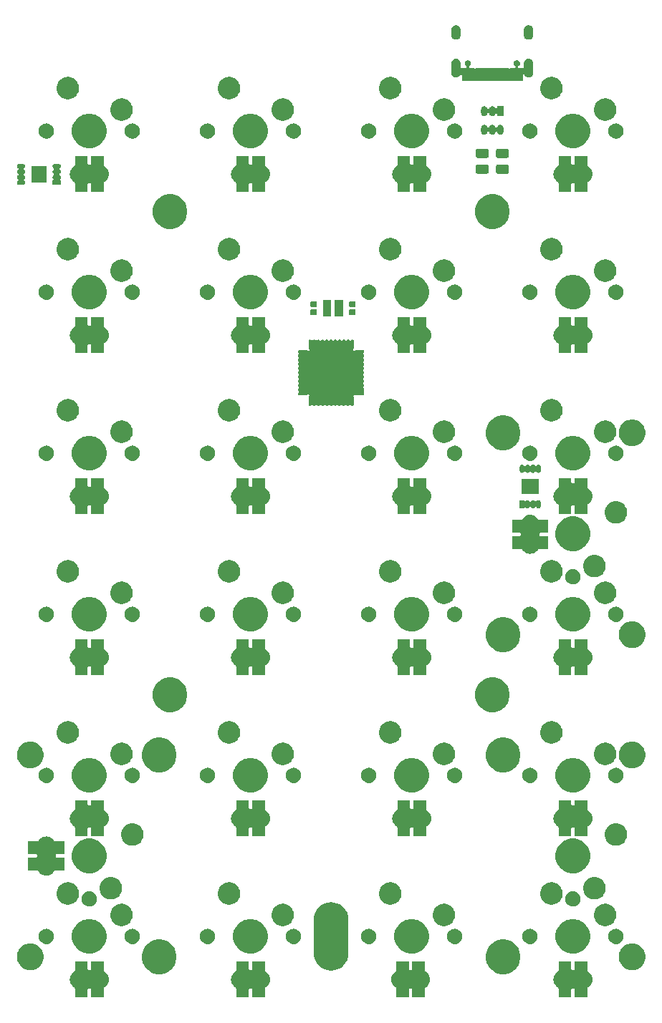
<source format=gbr>
G04 #@! TF.GenerationSoftware,KiCad,Pcbnew,5.1.2*
G04 #@! TF.CreationDate,2019-07-29T09:43:07-03:00*
G04 #@! TF.ProjectId,zeke,7a656b65-2e6b-4696-9361-645f70636258,rev?*
G04 #@! TF.SameCoordinates,Original*
G04 #@! TF.FileFunction,Soldermask,Top*
G04 #@! TF.FilePolarity,Negative*
%FSLAX46Y46*%
G04 Gerber Fmt 4.6, Leading zero omitted, Abs format (unit mm)*
G04 Created by KiCad (PCBNEW 5.1.2) date 2019-07-29 09:43:07*
%MOMM*%
%LPD*%
G04 APERTURE LIST*
%ADD10C,0.254000*%
G04 APERTURE END LIST*
D10*
G36*
X84208690Y-145539131D02*
G01*
X84211092Y-145563517D01*
X84218205Y-145586966D01*
X84229756Y-145608577D01*
X84245301Y-145627519D01*
X84264243Y-145643064D01*
X84285854Y-145654615D01*
X84309303Y-145661728D01*
X84333689Y-145664130D01*
X84481691Y-145664130D01*
X84506077Y-145661728D01*
X84529526Y-145654615D01*
X84551137Y-145643064D01*
X84570079Y-145627519D01*
X84585624Y-145608577D01*
X84597175Y-145586966D01*
X84604288Y-145563517D01*
X84606690Y-145539131D01*
X84606690Y-144614130D01*
X86108690Y-144614130D01*
X86108690Y-145709588D01*
X86111092Y-145733974D01*
X86118205Y-145757423D01*
X86129756Y-145779034D01*
X86145301Y-145797976D01*
X86174765Y-145819827D01*
X86222331Y-145845252D01*
X86389982Y-145982838D01*
X86527568Y-146150489D01*
X86629802Y-146341754D01*
X86692760Y-146549298D01*
X86714017Y-146765130D01*
X86692760Y-146980962D01*
X86629802Y-147188506D01*
X86527568Y-147379771D01*
X86389982Y-147547422D01*
X86222331Y-147685008D01*
X86174765Y-147710433D01*
X86154390Y-147724047D01*
X86137063Y-147741374D01*
X86123450Y-147761748D01*
X86114072Y-147784387D01*
X86108690Y-147820672D01*
X86108690Y-148916130D01*
X84606690Y-148916130D01*
X84606690Y-147991129D01*
X84604288Y-147966743D01*
X84597175Y-147943294D01*
X84585624Y-147921683D01*
X84570079Y-147902741D01*
X84551137Y-147887196D01*
X84529526Y-147875645D01*
X84506077Y-147868532D01*
X84481691Y-147866130D01*
X84333689Y-147866130D01*
X84309303Y-147868532D01*
X84285854Y-147875645D01*
X84264243Y-147887196D01*
X84245301Y-147902741D01*
X84229756Y-147921683D01*
X84218205Y-147943294D01*
X84211092Y-147966743D01*
X84208690Y-147991129D01*
X84208690Y-148916130D01*
X82706690Y-148916130D01*
X82706690Y-147820672D01*
X82704288Y-147796286D01*
X82697175Y-147772837D01*
X82685624Y-147751226D01*
X82670079Y-147732284D01*
X82640615Y-147710433D01*
X82593049Y-147685008D01*
X82425398Y-147547422D01*
X82287812Y-147379771D01*
X82185578Y-147188506D01*
X82122620Y-146980962D01*
X82101363Y-146765130D01*
X82122620Y-146549298D01*
X82185578Y-146341754D01*
X82287812Y-146150489D01*
X82425398Y-145982838D01*
X82593049Y-145845252D01*
X82640615Y-145819827D01*
X82660990Y-145806213D01*
X82678317Y-145788886D01*
X82691930Y-145768512D01*
X82701308Y-145745873D01*
X82706690Y-145709588D01*
X82706690Y-144614130D01*
X84208690Y-144614130D01*
X84208690Y-145539131D01*
X84208690Y-145539131D01*
G37*
G36*
X65285770Y-145539131D02*
G01*
X65288172Y-145563517D01*
X65295285Y-145586966D01*
X65306836Y-145608577D01*
X65322381Y-145627519D01*
X65341323Y-145643064D01*
X65362934Y-145654615D01*
X65386383Y-145661728D01*
X65410769Y-145664130D01*
X65558771Y-145664130D01*
X65583157Y-145661728D01*
X65606606Y-145654615D01*
X65628217Y-145643064D01*
X65647159Y-145627519D01*
X65662704Y-145608577D01*
X65674255Y-145586966D01*
X65681368Y-145563517D01*
X65683770Y-145539131D01*
X65683770Y-144614130D01*
X67185770Y-144614130D01*
X67185770Y-145709588D01*
X67188172Y-145733974D01*
X67195285Y-145757423D01*
X67206836Y-145779034D01*
X67222381Y-145797976D01*
X67251845Y-145819827D01*
X67299411Y-145845252D01*
X67467062Y-145982838D01*
X67604648Y-146150489D01*
X67706882Y-146341754D01*
X67769840Y-146549298D01*
X67791097Y-146765130D01*
X67769840Y-146980962D01*
X67706882Y-147188506D01*
X67604648Y-147379771D01*
X67467062Y-147547422D01*
X67299411Y-147685008D01*
X67251845Y-147710433D01*
X67231470Y-147724047D01*
X67214143Y-147741374D01*
X67200530Y-147761748D01*
X67191152Y-147784387D01*
X67185770Y-147820672D01*
X67185770Y-148916130D01*
X65683770Y-148916130D01*
X65683770Y-147991129D01*
X65681368Y-147966743D01*
X65674255Y-147943294D01*
X65662704Y-147921683D01*
X65647159Y-147902741D01*
X65628217Y-147887196D01*
X65606606Y-147875645D01*
X65583157Y-147868532D01*
X65558771Y-147866130D01*
X65410769Y-147866130D01*
X65386383Y-147868532D01*
X65362934Y-147875645D01*
X65341323Y-147887196D01*
X65322381Y-147902741D01*
X65306836Y-147921683D01*
X65295285Y-147943294D01*
X65288172Y-147966743D01*
X65285770Y-147991129D01*
X65285770Y-148916130D01*
X63783770Y-148916130D01*
X63783770Y-147820672D01*
X63781368Y-147796286D01*
X63774255Y-147772837D01*
X63762704Y-147751226D01*
X63747159Y-147732284D01*
X63717695Y-147710433D01*
X63670129Y-147685008D01*
X63502478Y-147547422D01*
X63364892Y-147379771D01*
X63262658Y-147188506D01*
X63199700Y-146980962D01*
X63178443Y-146765130D01*
X63199700Y-146549298D01*
X63262658Y-146341754D01*
X63364892Y-146150489D01*
X63502478Y-145982838D01*
X63670129Y-145845252D01*
X63717695Y-145819827D01*
X63738070Y-145806213D01*
X63755397Y-145788886D01*
X63769010Y-145768512D01*
X63778388Y-145745873D01*
X63783770Y-145709588D01*
X63783770Y-144614130D01*
X65285770Y-144614130D01*
X65285770Y-145539131D01*
X65285770Y-145539131D01*
G37*
G36*
X46235690Y-145539131D02*
G01*
X46238092Y-145563517D01*
X46245205Y-145586966D01*
X46256756Y-145608577D01*
X46272301Y-145627519D01*
X46291243Y-145643064D01*
X46312854Y-145654615D01*
X46336303Y-145661728D01*
X46360689Y-145664130D01*
X46508691Y-145664130D01*
X46533077Y-145661728D01*
X46556526Y-145654615D01*
X46578137Y-145643064D01*
X46597079Y-145627519D01*
X46612624Y-145608577D01*
X46624175Y-145586966D01*
X46631288Y-145563517D01*
X46633690Y-145539131D01*
X46633690Y-144614130D01*
X48135690Y-144614130D01*
X48135690Y-145709588D01*
X48138092Y-145733974D01*
X48145205Y-145757423D01*
X48156756Y-145779034D01*
X48172301Y-145797976D01*
X48201765Y-145819827D01*
X48249331Y-145845252D01*
X48416982Y-145982838D01*
X48554568Y-146150489D01*
X48656802Y-146341754D01*
X48719760Y-146549298D01*
X48741017Y-146765130D01*
X48719760Y-146980962D01*
X48656802Y-147188506D01*
X48554568Y-147379771D01*
X48416982Y-147547422D01*
X48249331Y-147685008D01*
X48201765Y-147710433D01*
X48181390Y-147724047D01*
X48164063Y-147741374D01*
X48150450Y-147761748D01*
X48141072Y-147784387D01*
X48135690Y-147820672D01*
X48135690Y-148916130D01*
X46633690Y-148916130D01*
X46633690Y-147991129D01*
X46631288Y-147966743D01*
X46624175Y-147943294D01*
X46612624Y-147921683D01*
X46597079Y-147902741D01*
X46578137Y-147887196D01*
X46556526Y-147875645D01*
X46533077Y-147868532D01*
X46508691Y-147866130D01*
X46360689Y-147866130D01*
X46336303Y-147868532D01*
X46312854Y-147875645D01*
X46291243Y-147887196D01*
X46272301Y-147902741D01*
X46256756Y-147921683D01*
X46245205Y-147943294D01*
X46238092Y-147966743D01*
X46235690Y-147991129D01*
X46235690Y-148916130D01*
X44733690Y-148916130D01*
X44733690Y-147820672D01*
X44731288Y-147796286D01*
X44724175Y-147772837D01*
X44712624Y-147751226D01*
X44697079Y-147732284D01*
X44667615Y-147710433D01*
X44620049Y-147685008D01*
X44452398Y-147547422D01*
X44314812Y-147379771D01*
X44212578Y-147188506D01*
X44149620Y-146980962D01*
X44128363Y-146765130D01*
X44149620Y-146549298D01*
X44212578Y-146341754D01*
X44314812Y-146150489D01*
X44452398Y-145982838D01*
X44620049Y-145845252D01*
X44667615Y-145819827D01*
X44687990Y-145806213D01*
X44705317Y-145788886D01*
X44718930Y-145768512D01*
X44728308Y-145745873D01*
X44733690Y-145709588D01*
X44733690Y-144614130D01*
X46235690Y-144614130D01*
X46235690Y-145539131D01*
X46235690Y-145539131D01*
G37*
G36*
X103385690Y-145538731D02*
G01*
X103388092Y-145563117D01*
X103395205Y-145586566D01*
X103406756Y-145608177D01*
X103422301Y-145627119D01*
X103441243Y-145642664D01*
X103462854Y-145654215D01*
X103486303Y-145661328D01*
X103510689Y-145663730D01*
X103658691Y-145663730D01*
X103683077Y-145661328D01*
X103706526Y-145654215D01*
X103728137Y-145642664D01*
X103747079Y-145627119D01*
X103762624Y-145608177D01*
X103774175Y-145586566D01*
X103781288Y-145563117D01*
X103783690Y-145538731D01*
X103783690Y-144613730D01*
X105285690Y-144613730D01*
X105285690Y-145709188D01*
X105288092Y-145733574D01*
X105295205Y-145757023D01*
X105306756Y-145778634D01*
X105322301Y-145797576D01*
X105351765Y-145819427D01*
X105399331Y-145844852D01*
X105566982Y-145982438D01*
X105704568Y-146150089D01*
X105806802Y-146341354D01*
X105869760Y-146548898D01*
X105891017Y-146764730D01*
X105869760Y-146980562D01*
X105806802Y-147188106D01*
X105704568Y-147379371D01*
X105566982Y-147547022D01*
X105399331Y-147684608D01*
X105351765Y-147710033D01*
X105331390Y-147723647D01*
X105314063Y-147740974D01*
X105300450Y-147761348D01*
X105291072Y-147783987D01*
X105285690Y-147820272D01*
X105285690Y-148915730D01*
X103783690Y-148915730D01*
X103783690Y-147990729D01*
X103781288Y-147966343D01*
X103774175Y-147942894D01*
X103762624Y-147921283D01*
X103747079Y-147902341D01*
X103728137Y-147886796D01*
X103706526Y-147875245D01*
X103683077Y-147868132D01*
X103658691Y-147865730D01*
X103510689Y-147865730D01*
X103486303Y-147868132D01*
X103462854Y-147875245D01*
X103441243Y-147886796D01*
X103422301Y-147902341D01*
X103406756Y-147921283D01*
X103395205Y-147942894D01*
X103388092Y-147966343D01*
X103385690Y-147990729D01*
X103385690Y-148915730D01*
X101883690Y-148915730D01*
X101883690Y-147820272D01*
X101881288Y-147795886D01*
X101874175Y-147772437D01*
X101862624Y-147750826D01*
X101847079Y-147731884D01*
X101817615Y-147710033D01*
X101770049Y-147684608D01*
X101602398Y-147547022D01*
X101464812Y-147379371D01*
X101362578Y-147188106D01*
X101299620Y-146980562D01*
X101278363Y-146764730D01*
X101299620Y-146548898D01*
X101362578Y-146341354D01*
X101464812Y-146150089D01*
X101602398Y-145982438D01*
X101770049Y-145844852D01*
X101817615Y-145819427D01*
X101837990Y-145805813D01*
X101855317Y-145788486D01*
X101868930Y-145768112D01*
X101878308Y-145745473D01*
X101883690Y-145709188D01*
X101883690Y-144613730D01*
X103385690Y-144613730D01*
X103385690Y-145538731D01*
X103385690Y-145538731D01*
G37*
G36*
X55286044Y-142131614D02*
G01*
X55504044Y-142221913D01*
X55658193Y-142285763D01*
X55993118Y-142509553D01*
X56277947Y-142794382D01*
X56501737Y-143129307D01*
X56501737Y-143129308D01*
X56655886Y-143501456D01*
X56734470Y-143896524D01*
X56734470Y-144299336D01*
X56655886Y-144694404D01*
X56608024Y-144809953D01*
X56501737Y-145066553D01*
X56277947Y-145401478D01*
X55993118Y-145686307D01*
X55658193Y-145910097D01*
X55504044Y-145973947D01*
X55286044Y-146064246D01*
X54890976Y-146142830D01*
X54488164Y-146142830D01*
X54093096Y-146064246D01*
X53875096Y-145973947D01*
X53720947Y-145910097D01*
X53386022Y-145686307D01*
X53101193Y-145401478D01*
X52877403Y-145066553D01*
X52771116Y-144809953D01*
X52723254Y-144694404D01*
X52644670Y-144299336D01*
X52644670Y-143896524D01*
X52723254Y-143501456D01*
X52877403Y-143129308D01*
X52877403Y-143129307D01*
X53101193Y-142794382D01*
X53386022Y-142509553D01*
X53720947Y-142285763D01*
X53875096Y-142221913D01*
X54093096Y-142131614D01*
X54488164Y-142053030D01*
X54890976Y-142053030D01*
X55286044Y-142131614D01*
X55286044Y-142131614D01*
G37*
G36*
X95926284Y-142131614D02*
G01*
X96144284Y-142221913D01*
X96298433Y-142285763D01*
X96633358Y-142509553D01*
X96918187Y-142794382D01*
X97141977Y-143129307D01*
X97141977Y-143129308D01*
X97296126Y-143501456D01*
X97374710Y-143896524D01*
X97374710Y-144299336D01*
X97296126Y-144694404D01*
X97248264Y-144809953D01*
X97141977Y-145066553D01*
X96918187Y-145401478D01*
X96633358Y-145686307D01*
X96298433Y-145910097D01*
X96144284Y-145973947D01*
X95926284Y-146064246D01*
X95531216Y-146142830D01*
X95128404Y-146142830D01*
X94733336Y-146064246D01*
X94515336Y-145973947D01*
X94361187Y-145910097D01*
X94026262Y-145686307D01*
X93741433Y-145401478D01*
X93517643Y-145066553D01*
X93411356Y-144809953D01*
X93363494Y-144694404D01*
X93284910Y-144299336D01*
X93284910Y-143896524D01*
X93363494Y-143501456D01*
X93517643Y-143129308D01*
X93517643Y-143129307D01*
X93741433Y-142794382D01*
X94026262Y-142509553D01*
X94361187Y-142285763D01*
X94515336Y-142221913D01*
X94733336Y-142131614D01*
X95128404Y-142053030D01*
X95531216Y-142053030D01*
X95926284Y-142131614D01*
X95926284Y-142131614D01*
G37*
G36*
X75411755Y-137683647D02*
G01*
X75697775Y-137770410D01*
X75798374Y-137800926D01*
X76154673Y-137991372D01*
X76154676Y-137991374D01*
X76154677Y-137991375D01*
X76466983Y-138247677D01*
X76723285Y-138559983D01*
X76723288Y-138559987D01*
X76913734Y-138916286D01*
X76913735Y-138916289D01*
X77031013Y-139302904D01*
X77060690Y-139604220D01*
X77060690Y-143765720D01*
X77031013Y-144067036D01*
X76913735Y-144453651D01*
X76913734Y-144453654D01*
X76723288Y-144809953D01*
X76723286Y-144809956D01*
X76723285Y-144809957D01*
X76466983Y-145122263D01*
X76154677Y-145378565D01*
X76154673Y-145378568D01*
X75798374Y-145569014D01*
X75798371Y-145569015D01*
X75411756Y-145686293D01*
X75009690Y-145725893D01*
X74607625Y-145686293D01*
X74221010Y-145569015D01*
X74221007Y-145569014D01*
X73864708Y-145378568D01*
X73864704Y-145378565D01*
X73552398Y-145122263D01*
X73296096Y-144809957D01*
X73296095Y-144809956D01*
X73296093Y-144809953D01*
X73105647Y-144453654D01*
X73105646Y-144453651D01*
X72988368Y-144067036D01*
X72958691Y-143765720D01*
X72958690Y-139604221D01*
X72988367Y-139302905D01*
X73105645Y-138916290D01*
X73105646Y-138916286D01*
X73296092Y-138559987D01*
X73296095Y-138559983D01*
X73552397Y-138247677D01*
X73864703Y-137991375D01*
X73864704Y-137991374D01*
X73864707Y-137991372D01*
X74221006Y-137800926D01*
X74221009Y-137800925D01*
X74607624Y-137683647D01*
X75009690Y-137644047D01*
X75411755Y-137683647D01*
X75411755Y-137683647D01*
G37*
G36*
X39751901Y-142552211D02*
G01*
X39908981Y-142583456D01*
X40027707Y-142632634D01*
X40195611Y-142702182D01*
X40195612Y-142702183D01*
X40453574Y-142874547D01*
X40672953Y-143093926D01*
X40696594Y-143129308D01*
X40845318Y-143351889D01*
X40964044Y-143638520D01*
X41024570Y-143942805D01*
X41024570Y-144253055D01*
X40964044Y-144557340D01*
X40845318Y-144843971D01*
X40845317Y-144843972D01*
X40672953Y-145101934D01*
X40453574Y-145321313D01*
X40333598Y-145401478D01*
X40195611Y-145493678D01*
X40086843Y-145538731D01*
X39908981Y-145612404D01*
X39835003Y-145627119D01*
X39604695Y-145672930D01*
X39294445Y-145672930D01*
X39064137Y-145627119D01*
X38990159Y-145612404D01*
X38812297Y-145538731D01*
X38703529Y-145493678D01*
X38565542Y-145401478D01*
X38445566Y-145321313D01*
X38226187Y-145101934D01*
X38053823Y-144843972D01*
X38053822Y-144843971D01*
X37935096Y-144557340D01*
X37874570Y-144253055D01*
X37874570Y-143942805D01*
X37935096Y-143638520D01*
X38053822Y-143351889D01*
X38202546Y-143129308D01*
X38226187Y-143093926D01*
X38445566Y-142874547D01*
X38703528Y-142702183D01*
X38703529Y-142702182D01*
X38871433Y-142632634D01*
X38990159Y-142583456D01*
X39147239Y-142552211D01*
X39294445Y-142522930D01*
X39604695Y-142522930D01*
X39751901Y-142552211D01*
X39751901Y-142552211D01*
G37*
G36*
X110872141Y-142552211D02*
G01*
X111029221Y-142583456D01*
X111147947Y-142632634D01*
X111315851Y-142702182D01*
X111315852Y-142702183D01*
X111573814Y-142874547D01*
X111793193Y-143093926D01*
X111816834Y-143129308D01*
X111965558Y-143351889D01*
X112084284Y-143638520D01*
X112144810Y-143942805D01*
X112144810Y-144253055D01*
X112084284Y-144557340D01*
X111965558Y-144843971D01*
X111965557Y-144843972D01*
X111793193Y-145101934D01*
X111573814Y-145321313D01*
X111453838Y-145401478D01*
X111315851Y-145493678D01*
X111207083Y-145538731D01*
X111029221Y-145612404D01*
X110955243Y-145627119D01*
X110724935Y-145672930D01*
X110414685Y-145672930D01*
X110184377Y-145627119D01*
X110110399Y-145612404D01*
X109932537Y-145538731D01*
X109823769Y-145493678D01*
X109685782Y-145401478D01*
X109565806Y-145321313D01*
X109346427Y-145101934D01*
X109174063Y-144843972D01*
X109174062Y-144843971D01*
X109055336Y-144557340D01*
X108994810Y-144253055D01*
X108994810Y-143942805D01*
X109055336Y-143638520D01*
X109174062Y-143351889D01*
X109322786Y-143129308D01*
X109346427Y-143093926D01*
X109565806Y-142874547D01*
X109823768Y-142702183D01*
X109823769Y-142702182D01*
X109991673Y-142632634D01*
X110110399Y-142583456D01*
X110267479Y-142552211D01*
X110414685Y-142522930D01*
X110724935Y-142522930D01*
X110872141Y-142552211D01*
X110872141Y-142552211D01*
G37*
G36*
X85131204Y-139718654D02*
G01*
X85256849Y-139770698D01*
X85503353Y-139872803D01*
X85838278Y-140096593D01*
X86123107Y-140381422D01*
X86346897Y-140716347D01*
X86410747Y-140870496D01*
X86501046Y-141088496D01*
X86579630Y-141483564D01*
X86579630Y-141886376D01*
X86501046Y-142281444D01*
X86417052Y-142484223D01*
X86346897Y-142653593D01*
X86123107Y-142988518D01*
X85838278Y-143273347D01*
X85503353Y-143497137D01*
X85349204Y-143560987D01*
X85131204Y-143651286D01*
X84736136Y-143729870D01*
X84333324Y-143729870D01*
X83938256Y-143651286D01*
X83720256Y-143560987D01*
X83566107Y-143497137D01*
X83231182Y-143273347D01*
X82946353Y-142988518D01*
X82722563Y-142653593D01*
X82652408Y-142484223D01*
X82568414Y-142281444D01*
X82489830Y-141886376D01*
X82489830Y-141483564D01*
X82568414Y-141088496D01*
X82658713Y-140870496D01*
X82722563Y-140716347D01*
X82946353Y-140381422D01*
X83231182Y-140096593D01*
X83566107Y-139872803D01*
X83812611Y-139770698D01*
X83938256Y-139718654D01*
X84333324Y-139640070D01*
X84736136Y-139640070D01*
X85131204Y-139718654D01*
X85131204Y-139718654D01*
G37*
G36*
X66081124Y-139718654D02*
G01*
X66206769Y-139770698D01*
X66453273Y-139872803D01*
X66788198Y-140096593D01*
X67073027Y-140381422D01*
X67296817Y-140716347D01*
X67360667Y-140870496D01*
X67450966Y-141088496D01*
X67529550Y-141483564D01*
X67529550Y-141886376D01*
X67450966Y-142281444D01*
X67366972Y-142484223D01*
X67296817Y-142653593D01*
X67073027Y-142988518D01*
X66788198Y-143273347D01*
X66453273Y-143497137D01*
X66299124Y-143560987D01*
X66081124Y-143651286D01*
X65686056Y-143729870D01*
X65283244Y-143729870D01*
X64888176Y-143651286D01*
X64670176Y-143560987D01*
X64516027Y-143497137D01*
X64181102Y-143273347D01*
X63896273Y-142988518D01*
X63672483Y-142653593D01*
X63602328Y-142484223D01*
X63518334Y-142281444D01*
X63439750Y-141886376D01*
X63439750Y-141483564D01*
X63518334Y-141088496D01*
X63608633Y-140870496D01*
X63672483Y-140716347D01*
X63896273Y-140381422D01*
X64181102Y-140096593D01*
X64516027Y-139872803D01*
X64762531Y-139770698D01*
X64888176Y-139718654D01*
X65283244Y-139640070D01*
X65686056Y-139640070D01*
X66081124Y-139718654D01*
X66081124Y-139718654D01*
G37*
G36*
X104181284Y-139718654D02*
G01*
X104306929Y-139770698D01*
X104553433Y-139872803D01*
X104888358Y-140096593D01*
X105173187Y-140381422D01*
X105396977Y-140716347D01*
X105460827Y-140870496D01*
X105551126Y-141088496D01*
X105629710Y-141483564D01*
X105629710Y-141886376D01*
X105551126Y-142281444D01*
X105467132Y-142484223D01*
X105396977Y-142653593D01*
X105173187Y-142988518D01*
X104888358Y-143273347D01*
X104553433Y-143497137D01*
X104399284Y-143560987D01*
X104181284Y-143651286D01*
X103786216Y-143729870D01*
X103383404Y-143729870D01*
X102988336Y-143651286D01*
X102770336Y-143560987D01*
X102616187Y-143497137D01*
X102281262Y-143273347D01*
X101996433Y-142988518D01*
X101772643Y-142653593D01*
X101702488Y-142484223D01*
X101618494Y-142281444D01*
X101539910Y-141886376D01*
X101539910Y-141483564D01*
X101618494Y-141088496D01*
X101708793Y-140870496D01*
X101772643Y-140716347D01*
X101996433Y-140381422D01*
X102281262Y-140096593D01*
X102616187Y-139872803D01*
X102862691Y-139770698D01*
X102988336Y-139718654D01*
X103383404Y-139640070D01*
X103786216Y-139640070D01*
X104181284Y-139718654D01*
X104181284Y-139718654D01*
G37*
G36*
X47031044Y-139718654D02*
G01*
X47156689Y-139770698D01*
X47403193Y-139872803D01*
X47738118Y-140096593D01*
X48022947Y-140381422D01*
X48246737Y-140716347D01*
X48310587Y-140870496D01*
X48400886Y-141088496D01*
X48479470Y-141483564D01*
X48479470Y-141886376D01*
X48400886Y-142281444D01*
X48316892Y-142484223D01*
X48246737Y-142653593D01*
X48022947Y-142988518D01*
X47738118Y-143273347D01*
X47403193Y-143497137D01*
X47249044Y-143560987D01*
X47031044Y-143651286D01*
X46635976Y-143729870D01*
X46233164Y-143729870D01*
X45838096Y-143651286D01*
X45620096Y-143560987D01*
X45465947Y-143497137D01*
X45131022Y-143273347D01*
X44846193Y-142988518D01*
X44622403Y-142653593D01*
X44552248Y-142484223D01*
X44468254Y-142281444D01*
X44389670Y-141886376D01*
X44389670Y-141483564D01*
X44468254Y-141088496D01*
X44558553Y-140870496D01*
X44622403Y-140716347D01*
X44846193Y-140381422D01*
X45131022Y-140096593D01*
X45465947Y-139872803D01*
X45712451Y-139770698D01*
X45838096Y-139718654D01*
X46233164Y-139640070D01*
X46635976Y-139640070D01*
X47031044Y-139718654D01*
X47031044Y-139718654D01*
G37*
G36*
X41530522Y-140800400D02*
G01*
X41617645Y-140817729D01*
X41727068Y-140863054D01*
X41781781Y-140885717D01*
X41928503Y-140983753D01*
X41929498Y-140984418D01*
X42055122Y-141110042D01*
X42055124Y-141110045D01*
X42153823Y-141257759D01*
X42153823Y-141257760D01*
X42221811Y-141421895D01*
X42256470Y-141596141D01*
X42256470Y-141773799D01*
X42221811Y-141948045D01*
X42178324Y-142053030D01*
X42153823Y-142112181D01*
X42055787Y-142258903D01*
X42055122Y-142259898D01*
X41929498Y-142385522D01*
X41929495Y-142385524D01*
X41781781Y-142484223D01*
X41727068Y-142506886D01*
X41617645Y-142552211D01*
X41530522Y-142569541D01*
X41443401Y-142586870D01*
X41265739Y-142586870D01*
X41178618Y-142569541D01*
X41091495Y-142552211D01*
X40982072Y-142506886D01*
X40927359Y-142484223D01*
X40779645Y-142385524D01*
X40779642Y-142385522D01*
X40654018Y-142259898D01*
X40653353Y-142258903D01*
X40555317Y-142112181D01*
X40530816Y-142053030D01*
X40487329Y-141948045D01*
X40452670Y-141773799D01*
X40452670Y-141596141D01*
X40487329Y-141421895D01*
X40555317Y-141257760D01*
X40555317Y-141257759D01*
X40654016Y-141110045D01*
X40654018Y-141110042D01*
X40779642Y-140984418D01*
X40780637Y-140983753D01*
X40927359Y-140885717D01*
X40982072Y-140863054D01*
X41091495Y-140817729D01*
X41178618Y-140800400D01*
X41265739Y-140783070D01*
X41443401Y-140783070D01*
X41530522Y-140800400D01*
X41530522Y-140800400D01*
G37*
G36*
X89790682Y-140800400D02*
G01*
X89877805Y-140817729D01*
X89987228Y-140863054D01*
X90041941Y-140885717D01*
X90188663Y-140983753D01*
X90189658Y-140984418D01*
X90315282Y-141110042D01*
X90315284Y-141110045D01*
X90413983Y-141257759D01*
X90413983Y-141257760D01*
X90481971Y-141421895D01*
X90516630Y-141596141D01*
X90516630Y-141773799D01*
X90481971Y-141948045D01*
X90438484Y-142053030D01*
X90413983Y-142112181D01*
X90315947Y-142258903D01*
X90315282Y-142259898D01*
X90189658Y-142385522D01*
X90189655Y-142385524D01*
X90041941Y-142484223D01*
X89987228Y-142506886D01*
X89877805Y-142552211D01*
X89790682Y-142569541D01*
X89703561Y-142586870D01*
X89525899Y-142586870D01*
X89438778Y-142569541D01*
X89351655Y-142552211D01*
X89242232Y-142506886D01*
X89187519Y-142484223D01*
X89039805Y-142385524D01*
X89039802Y-142385522D01*
X88914178Y-142259898D01*
X88913513Y-142258903D01*
X88815477Y-142112181D01*
X88790976Y-142053030D01*
X88747489Y-141948045D01*
X88712830Y-141773799D01*
X88712830Y-141596141D01*
X88747489Y-141421895D01*
X88815477Y-141257760D01*
X88815477Y-141257759D01*
X88914176Y-141110045D01*
X88914178Y-141110042D01*
X89039802Y-140984418D01*
X89040797Y-140983753D01*
X89187519Y-140885717D01*
X89242232Y-140863054D01*
X89351655Y-140817729D01*
X89438778Y-140800400D01*
X89525899Y-140783070D01*
X89703561Y-140783070D01*
X89790682Y-140800400D01*
X89790682Y-140800400D01*
G37*
G36*
X79630682Y-140800400D02*
G01*
X79717805Y-140817729D01*
X79827228Y-140863054D01*
X79881941Y-140885717D01*
X80028663Y-140983753D01*
X80029658Y-140984418D01*
X80155282Y-141110042D01*
X80155284Y-141110045D01*
X80253983Y-141257759D01*
X80253983Y-141257760D01*
X80321971Y-141421895D01*
X80356630Y-141596141D01*
X80356630Y-141773799D01*
X80321971Y-141948045D01*
X80278484Y-142053030D01*
X80253983Y-142112181D01*
X80155947Y-142258903D01*
X80155282Y-142259898D01*
X80029658Y-142385522D01*
X80029655Y-142385524D01*
X79881941Y-142484223D01*
X79827228Y-142506886D01*
X79717805Y-142552211D01*
X79630682Y-142569541D01*
X79543561Y-142586870D01*
X79365899Y-142586870D01*
X79278778Y-142569541D01*
X79191655Y-142552211D01*
X79082232Y-142506886D01*
X79027519Y-142484223D01*
X78879805Y-142385524D01*
X78879802Y-142385522D01*
X78754178Y-142259898D01*
X78753513Y-142258903D01*
X78655477Y-142112181D01*
X78630976Y-142053030D01*
X78587489Y-141948045D01*
X78552830Y-141773799D01*
X78552830Y-141596141D01*
X78587489Y-141421895D01*
X78655477Y-141257760D01*
X78655477Y-141257759D01*
X78754176Y-141110045D01*
X78754178Y-141110042D01*
X78879802Y-140984418D01*
X78880797Y-140983753D01*
X79027519Y-140885717D01*
X79082232Y-140863054D01*
X79191655Y-140817729D01*
X79278778Y-140800400D01*
X79365899Y-140783070D01*
X79543561Y-140783070D01*
X79630682Y-140800400D01*
X79630682Y-140800400D01*
G37*
G36*
X98680762Y-140800400D02*
G01*
X98767885Y-140817729D01*
X98877308Y-140863054D01*
X98932021Y-140885717D01*
X99078743Y-140983753D01*
X99079738Y-140984418D01*
X99205362Y-141110042D01*
X99205364Y-141110045D01*
X99304063Y-141257759D01*
X99304063Y-141257760D01*
X99372051Y-141421895D01*
X99406710Y-141596141D01*
X99406710Y-141773799D01*
X99372051Y-141948045D01*
X99328564Y-142053030D01*
X99304063Y-142112181D01*
X99206027Y-142258903D01*
X99205362Y-142259898D01*
X99079738Y-142385522D01*
X99079735Y-142385524D01*
X98932021Y-142484223D01*
X98877308Y-142506886D01*
X98767885Y-142552211D01*
X98680762Y-142569541D01*
X98593641Y-142586870D01*
X98415979Y-142586870D01*
X98328858Y-142569541D01*
X98241735Y-142552211D01*
X98132312Y-142506886D01*
X98077599Y-142484223D01*
X97929885Y-142385524D01*
X97929882Y-142385522D01*
X97804258Y-142259898D01*
X97803593Y-142258903D01*
X97705557Y-142112181D01*
X97681056Y-142053030D01*
X97637569Y-141948045D01*
X97602910Y-141773799D01*
X97602910Y-141596141D01*
X97637569Y-141421895D01*
X97705557Y-141257760D01*
X97705557Y-141257759D01*
X97804256Y-141110045D01*
X97804258Y-141110042D01*
X97929882Y-140984418D01*
X97930877Y-140983753D01*
X98077599Y-140885717D01*
X98132312Y-140863054D01*
X98241735Y-140817729D01*
X98328858Y-140800400D01*
X98415979Y-140783070D01*
X98593641Y-140783070D01*
X98680762Y-140800400D01*
X98680762Y-140800400D01*
G37*
G36*
X51690522Y-140800400D02*
G01*
X51777645Y-140817729D01*
X51887068Y-140863054D01*
X51941781Y-140885717D01*
X52088503Y-140983753D01*
X52089498Y-140984418D01*
X52215122Y-141110042D01*
X52215124Y-141110045D01*
X52313823Y-141257759D01*
X52313823Y-141257760D01*
X52381811Y-141421895D01*
X52416470Y-141596141D01*
X52416470Y-141773799D01*
X52381811Y-141948045D01*
X52338324Y-142053030D01*
X52313823Y-142112181D01*
X52215787Y-142258903D01*
X52215122Y-142259898D01*
X52089498Y-142385522D01*
X52089495Y-142385524D01*
X51941781Y-142484223D01*
X51887068Y-142506886D01*
X51777645Y-142552211D01*
X51690522Y-142569541D01*
X51603401Y-142586870D01*
X51425739Y-142586870D01*
X51338618Y-142569541D01*
X51251495Y-142552211D01*
X51142072Y-142506886D01*
X51087359Y-142484223D01*
X50939645Y-142385524D01*
X50939642Y-142385522D01*
X50814018Y-142259898D01*
X50813353Y-142258903D01*
X50715317Y-142112181D01*
X50690816Y-142053030D01*
X50647329Y-141948045D01*
X50612670Y-141773799D01*
X50612670Y-141596141D01*
X50647329Y-141421895D01*
X50715317Y-141257760D01*
X50715317Y-141257759D01*
X50814016Y-141110045D01*
X50814018Y-141110042D01*
X50939642Y-140984418D01*
X50940637Y-140983753D01*
X51087359Y-140885717D01*
X51142072Y-140863054D01*
X51251495Y-140817729D01*
X51338618Y-140800400D01*
X51425739Y-140783070D01*
X51603401Y-140783070D01*
X51690522Y-140800400D01*
X51690522Y-140800400D01*
G37*
G36*
X60580602Y-140800400D02*
G01*
X60667725Y-140817729D01*
X60777148Y-140863054D01*
X60831861Y-140885717D01*
X60978583Y-140983753D01*
X60979578Y-140984418D01*
X61105202Y-141110042D01*
X61105204Y-141110045D01*
X61203903Y-141257759D01*
X61203903Y-141257760D01*
X61271891Y-141421895D01*
X61306550Y-141596141D01*
X61306550Y-141773799D01*
X61271891Y-141948045D01*
X61228404Y-142053030D01*
X61203903Y-142112181D01*
X61105867Y-142258903D01*
X61105202Y-142259898D01*
X60979578Y-142385522D01*
X60979575Y-142385524D01*
X60831861Y-142484223D01*
X60777148Y-142506886D01*
X60667725Y-142552211D01*
X60580602Y-142569541D01*
X60493481Y-142586870D01*
X60315819Y-142586870D01*
X60228698Y-142569541D01*
X60141575Y-142552211D01*
X60032152Y-142506886D01*
X59977439Y-142484223D01*
X59829725Y-142385524D01*
X59829722Y-142385522D01*
X59704098Y-142259898D01*
X59703433Y-142258903D01*
X59605397Y-142112181D01*
X59580896Y-142053030D01*
X59537409Y-141948045D01*
X59502750Y-141773799D01*
X59502750Y-141596141D01*
X59537409Y-141421895D01*
X59605397Y-141257760D01*
X59605397Y-141257759D01*
X59704096Y-141110045D01*
X59704098Y-141110042D01*
X59829722Y-140984418D01*
X59830717Y-140983753D01*
X59977439Y-140885717D01*
X60032152Y-140863054D01*
X60141575Y-140817729D01*
X60228698Y-140800400D01*
X60315819Y-140783070D01*
X60493481Y-140783070D01*
X60580602Y-140800400D01*
X60580602Y-140800400D01*
G37*
G36*
X70740602Y-140800400D02*
G01*
X70827725Y-140817729D01*
X70937148Y-140863054D01*
X70991861Y-140885717D01*
X71138583Y-140983753D01*
X71139578Y-140984418D01*
X71265202Y-141110042D01*
X71265204Y-141110045D01*
X71363903Y-141257759D01*
X71363903Y-141257760D01*
X71431891Y-141421895D01*
X71466550Y-141596141D01*
X71466550Y-141773799D01*
X71431891Y-141948045D01*
X71388404Y-142053030D01*
X71363903Y-142112181D01*
X71265867Y-142258903D01*
X71265202Y-142259898D01*
X71139578Y-142385522D01*
X71139575Y-142385524D01*
X70991861Y-142484223D01*
X70937148Y-142506886D01*
X70827725Y-142552211D01*
X70740602Y-142569541D01*
X70653481Y-142586870D01*
X70475819Y-142586870D01*
X70388698Y-142569541D01*
X70301575Y-142552211D01*
X70192152Y-142506886D01*
X70137439Y-142484223D01*
X69989725Y-142385524D01*
X69989722Y-142385522D01*
X69864098Y-142259898D01*
X69863433Y-142258903D01*
X69765397Y-142112181D01*
X69740896Y-142053030D01*
X69697409Y-141948045D01*
X69662750Y-141773799D01*
X69662750Y-141596141D01*
X69697409Y-141421895D01*
X69765397Y-141257760D01*
X69765397Y-141257759D01*
X69864096Y-141110045D01*
X69864098Y-141110042D01*
X69989722Y-140984418D01*
X69990717Y-140983753D01*
X70137439Y-140885717D01*
X70192152Y-140863054D01*
X70301575Y-140817729D01*
X70388698Y-140800400D01*
X70475819Y-140783070D01*
X70653481Y-140783070D01*
X70740602Y-140800400D01*
X70740602Y-140800400D01*
G37*
G36*
X108840762Y-140800400D02*
G01*
X108927885Y-140817729D01*
X109037308Y-140863054D01*
X109092021Y-140885717D01*
X109238743Y-140983753D01*
X109239738Y-140984418D01*
X109365362Y-141110042D01*
X109365364Y-141110045D01*
X109464063Y-141257759D01*
X109464063Y-141257760D01*
X109532051Y-141421895D01*
X109566710Y-141596141D01*
X109566710Y-141773799D01*
X109532051Y-141948045D01*
X109488564Y-142053030D01*
X109464063Y-142112181D01*
X109366027Y-142258903D01*
X109365362Y-142259898D01*
X109239738Y-142385522D01*
X109239735Y-142385524D01*
X109092021Y-142484223D01*
X109037308Y-142506886D01*
X108927885Y-142552211D01*
X108840762Y-142569541D01*
X108753641Y-142586870D01*
X108575979Y-142586870D01*
X108488858Y-142569541D01*
X108401735Y-142552211D01*
X108292312Y-142506886D01*
X108237599Y-142484223D01*
X108089885Y-142385524D01*
X108089882Y-142385522D01*
X107964258Y-142259898D01*
X107963593Y-142258903D01*
X107865557Y-142112181D01*
X107841056Y-142053030D01*
X107797569Y-141948045D01*
X107762910Y-141773799D01*
X107762910Y-141596141D01*
X107797569Y-141421895D01*
X107865557Y-141257760D01*
X107865557Y-141257759D01*
X107964256Y-141110045D01*
X107964258Y-141110042D01*
X108089882Y-140984418D01*
X108090877Y-140983753D01*
X108237599Y-140885717D01*
X108292312Y-140863054D01*
X108401735Y-140817729D01*
X108488858Y-140800400D01*
X108575979Y-140783070D01*
X108753641Y-140783070D01*
X108840762Y-140800400D01*
X108840762Y-140800400D01*
G37*
G36*
X107652524Y-137849352D02*
G01*
X107780132Y-137874735D01*
X107920958Y-137933067D01*
X108020537Y-137974314D01*
X108092331Y-138022285D01*
X108236899Y-138118882D01*
X108420898Y-138302881D01*
X108517495Y-138447449D01*
X108565466Y-138519243D01*
X108606713Y-138618822D01*
X108665045Y-138759648D01*
X108665045Y-138759650D01*
X108715810Y-139014861D01*
X108715810Y-139275079D01*
X108690428Y-139402684D01*
X108665045Y-139530292D01*
X108634422Y-139604221D01*
X108565466Y-139770697D01*
X108565465Y-139770698D01*
X108420898Y-139987059D01*
X108236899Y-140171058D01*
X108092331Y-140267655D01*
X108020537Y-140315626D01*
X107920958Y-140356873D01*
X107780132Y-140415205D01*
X107652525Y-140440587D01*
X107524919Y-140465970D01*
X107264701Y-140465970D01*
X107137095Y-140440587D01*
X107009488Y-140415205D01*
X106868662Y-140356873D01*
X106769083Y-140315626D01*
X106697289Y-140267655D01*
X106552721Y-140171058D01*
X106368722Y-139987059D01*
X106224155Y-139770698D01*
X106224154Y-139770697D01*
X106155198Y-139604221D01*
X106124575Y-139530292D01*
X106099192Y-139402684D01*
X106073810Y-139275079D01*
X106073810Y-139014861D01*
X106124575Y-138759650D01*
X106124575Y-138759648D01*
X106182907Y-138618822D01*
X106224154Y-138519243D01*
X106272125Y-138447449D01*
X106368722Y-138302881D01*
X106552721Y-138118882D01*
X106697289Y-138022285D01*
X106769083Y-137974314D01*
X106868662Y-137933067D01*
X107009488Y-137874735D01*
X107137096Y-137849352D01*
X107264701Y-137823970D01*
X107524919Y-137823970D01*
X107652524Y-137849352D01*
X107652524Y-137849352D01*
G37*
G36*
X69552364Y-137849352D02*
G01*
X69679972Y-137874735D01*
X69820798Y-137933067D01*
X69920377Y-137974314D01*
X69992171Y-138022285D01*
X70136739Y-138118882D01*
X70320738Y-138302881D01*
X70417335Y-138447449D01*
X70465306Y-138519243D01*
X70506553Y-138618822D01*
X70564885Y-138759648D01*
X70564885Y-138759650D01*
X70615650Y-139014861D01*
X70615650Y-139275079D01*
X70590268Y-139402684D01*
X70564885Y-139530292D01*
X70534262Y-139604221D01*
X70465306Y-139770697D01*
X70465305Y-139770698D01*
X70320738Y-139987059D01*
X70136739Y-140171058D01*
X69992171Y-140267655D01*
X69920377Y-140315626D01*
X69820798Y-140356873D01*
X69679972Y-140415205D01*
X69552365Y-140440587D01*
X69424759Y-140465970D01*
X69164541Y-140465970D01*
X69036935Y-140440587D01*
X68909328Y-140415205D01*
X68768502Y-140356873D01*
X68668923Y-140315626D01*
X68597129Y-140267655D01*
X68452561Y-140171058D01*
X68268562Y-139987059D01*
X68123995Y-139770698D01*
X68123994Y-139770697D01*
X68055038Y-139604221D01*
X68024415Y-139530292D01*
X67999032Y-139402684D01*
X67973650Y-139275079D01*
X67973650Y-139014861D01*
X68024415Y-138759650D01*
X68024415Y-138759648D01*
X68082747Y-138618822D01*
X68123994Y-138519243D01*
X68171965Y-138447449D01*
X68268562Y-138302881D01*
X68452561Y-138118882D01*
X68597129Y-138022285D01*
X68668923Y-137974314D01*
X68768502Y-137933067D01*
X68909328Y-137874735D01*
X69036936Y-137849352D01*
X69164541Y-137823970D01*
X69424759Y-137823970D01*
X69552364Y-137849352D01*
X69552364Y-137849352D01*
G37*
G36*
X50502284Y-137849352D02*
G01*
X50629892Y-137874735D01*
X50770718Y-137933067D01*
X50870297Y-137974314D01*
X50942091Y-138022285D01*
X51086659Y-138118882D01*
X51270658Y-138302881D01*
X51367255Y-138447449D01*
X51415226Y-138519243D01*
X51456473Y-138618822D01*
X51514805Y-138759648D01*
X51514805Y-138759650D01*
X51565570Y-139014861D01*
X51565570Y-139275079D01*
X51540188Y-139402684D01*
X51514805Y-139530292D01*
X51484182Y-139604221D01*
X51415226Y-139770697D01*
X51415225Y-139770698D01*
X51270658Y-139987059D01*
X51086659Y-140171058D01*
X50942091Y-140267655D01*
X50870297Y-140315626D01*
X50770718Y-140356873D01*
X50629892Y-140415205D01*
X50502285Y-140440587D01*
X50374679Y-140465970D01*
X50114461Y-140465970D01*
X49986855Y-140440587D01*
X49859248Y-140415205D01*
X49718422Y-140356873D01*
X49618843Y-140315626D01*
X49547049Y-140267655D01*
X49402481Y-140171058D01*
X49218482Y-139987059D01*
X49073915Y-139770698D01*
X49073914Y-139770697D01*
X49004958Y-139604221D01*
X48974335Y-139530292D01*
X48948952Y-139402684D01*
X48923570Y-139275079D01*
X48923570Y-139014861D01*
X48974335Y-138759650D01*
X48974335Y-138759648D01*
X49032667Y-138618822D01*
X49073914Y-138519243D01*
X49121885Y-138447449D01*
X49218482Y-138302881D01*
X49402481Y-138118882D01*
X49547049Y-138022285D01*
X49618843Y-137974314D01*
X49718422Y-137933067D01*
X49859248Y-137874735D01*
X49986856Y-137849352D01*
X50114461Y-137823970D01*
X50374679Y-137823970D01*
X50502284Y-137849352D01*
X50502284Y-137849352D01*
G37*
G36*
X88602444Y-137849352D02*
G01*
X88730052Y-137874735D01*
X88870878Y-137933067D01*
X88970457Y-137974314D01*
X89042251Y-138022285D01*
X89186819Y-138118882D01*
X89370818Y-138302881D01*
X89467415Y-138447449D01*
X89515386Y-138519243D01*
X89556633Y-138618822D01*
X89614965Y-138759648D01*
X89614965Y-138759650D01*
X89665730Y-139014861D01*
X89665730Y-139275079D01*
X89640348Y-139402684D01*
X89614965Y-139530292D01*
X89584342Y-139604221D01*
X89515386Y-139770697D01*
X89515385Y-139770698D01*
X89370818Y-139987059D01*
X89186819Y-140171058D01*
X89042251Y-140267655D01*
X88970457Y-140315626D01*
X88870878Y-140356873D01*
X88730052Y-140415205D01*
X88602445Y-140440587D01*
X88474839Y-140465970D01*
X88214621Y-140465970D01*
X88087015Y-140440587D01*
X87959408Y-140415205D01*
X87818582Y-140356873D01*
X87719003Y-140315626D01*
X87647209Y-140267655D01*
X87502641Y-140171058D01*
X87318642Y-139987059D01*
X87174075Y-139770698D01*
X87174074Y-139770697D01*
X87105118Y-139604221D01*
X87074495Y-139530292D01*
X87049112Y-139402684D01*
X87023730Y-139275079D01*
X87023730Y-139014861D01*
X87074495Y-138759650D01*
X87074495Y-138759648D01*
X87132827Y-138618822D01*
X87174074Y-138519243D01*
X87222045Y-138447449D01*
X87318642Y-138302881D01*
X87502641Y-138118882D01*
X87647209Y-138022285D01*
X87719003Y-137974314D01*
X87818582Y-137933067D01*
X87959408Y-137874735D01*
X88087016Y-137849352D01*
X88214621Y-137823970D01*
X88474839Y-137823970D01*
X88602444Y-137849352D01*
X88602444Y-137849352D01*
G37*
G36*
X46609982Y-136355252D02*
G01*
X46697645Y-136372689D01*
X46807068Y-136418014D01*
X46861781Y-136440677D01*
X47008503Y-136538713D01*
X47009498Y-136539378D01*
X47135122Y-136665002D01*
X47135124Y-136665005D01*
X47233823Y-136812719D01*
X47233823Y-136812720D01*
X47301811Y-136976855D01*
X47319141Y-137063978D01*
X47334379Y-137140586D01*
X47336470Y-137151101D01*
X47336470Y-137328759D01*
X47301811Y-137503005D01*
X47256486Y-137612428D01*
X47233823Y-137667141D01*
X47161336Y-137775626D01*
X47135122Y-137814858D01*
X47009498Y-137940482D01*
X47009495Y-137940484D01*
X46861781Y-138039183D01*
X46807068Y-138061846D01*
X46697645Y-138107171D01*
X46610522Y-138124500D01*
X46523401Y-138141830D01*
X46345739Y-138141830D01*
X46258618Y-138124500D01*
X46171495Y-138107171D01*
X46062072Y-138061846D01*
X46007359Y-138039183D01*
X45859645Y-137940484D01*
X45859642Y-137940482D01*
X45734018Y-137814858D01*
X45707804Y-137775626D01*
X45635317Y-137667141D01*
X45612654Y-137612428D01*
X45567329Y-137503005D01*
X45532670Y-137328759D01*
X45532670Y-137151101D01*
X45534762Y-137140586D01*
X45549999Y-137063978D01*
X45567329Y-136976855D01*
X45635317Y-136812720D01*
X45635317Y-136812719D01*
X45734016Y-136665005D01*
X45734018Y-136665002D01*
X45859642Y-136539378D01*
X45860637Y-136538713D01*
X46007359Y-136440677D01*
X46062072Y-136418014D01*
X46171495Y-136372689D01*
X46259158Y-136355252D01*
X46345739Y-136338030D01*
X46523401Y-136338030D01*
X46609982Y-136355252D01*
X46609982Y-136355252D01*
G37*
G36*
X103760222Y-136355252D02*
G01*
X103847885Y-136372689D01*
X103957308Y-136418014D01*
X104012021Y-136440677D01*
X104158743Y-136538713D01*
X104159738Y-136539378D01*
X104285362Y-136665002D01*
X104285364Y-136665005D01*
X104384063Y-136812719D01*
X104384063Y-136812720D01*
X104452051Y-136976855D01*
X104469381Y-137063978D01*
X104484619Y-137140586D01*
X104486710Y-137151101D01*
X104486710Y-137328759D01*
X104452051Y-137503005D01*
X104406726Y-137612428D01*
X104384063Y-137667141D01*
X104311576Y-137775626D01*
X104285362Y-137814858D01*
X104159738Y-137940482D01*
X104159735Y-137940484D01*
X104012021Y-138039183D01*
X103957308Y-138061846D01*
X103847885Y-138107171D01*
X103760762Y-138124500D01*
X103673641Y-138141830D01*
X103495979Y-138141830D01*
X103408858Y-138124500D01*
X103321735Y-138107171D01*
X103212312Y-138061846D01*
X103157599Y-138039183D01*
X103009885Y-137940484D01*
X103009882Y-137940482D01*
X102884258Y-137814858D01*
X102858044Y-137775626D01*
X102785557Y-137667141D01*
X102762894Y-137612428D01*
X102717569Y-137503005D01*
X102682910Y-137328759D01*
X102682910Y-137151101D01*
X102685002Y-137140586D01*
X102700239Y-137063978D01*
X102717569Y-136976855D01*
X102785557Y-136812720D01*
X102785557Y-136812719D01*
X102884256Y-136665005D01*
X102884258Y-136665002D01*
X103009882Y-136539378D01*
X103010877Y-136538713D01*
X103157599Y-136440677D01*
X103212312Y-136418014D01*
X103321735Y-136372689D01*
X103409398Y-136355252D01*
X103495979Y-136338030D01*
X103673641Y-136338030D01*
X103760222Y-136355252D01*
X103760222Y-136355252D01*
G37*
G36*
X101302525Y-135309353D02*
G01*
X101430132Y-135334735D01*
X101570958Y-135393067D01*
X101670537Y-135434314D01*
X101670538Y-135434315D01*
X101886899Y-135578882D01*
X102070898Y-135762881D01*
X102167495Y-135907449D01*
X102215466Y-135979243D01*
X102256713Y-136078822D01*
X102315045Y-136219648D01*
X102315045Y-136219650D01*
X102365810Y-136474861D01*
X102365810Y-136735079D01*
X102350366Y-136812719D01*
X102315045Y-136990292D01*
X102256713Y-137131118D01*
X102215466Y-137230697D01*
X102167495Y-137302491D01*
X102070898Y-137447059D01*
X101886899Y-137631058D01*
X101742331Y-137727655D01*
X101670537Y-137775626D01*
X101575829Y-137814855D01*
X101430132Y-137875205D01*
X101302525Y-137900587D01*
X101174919Y-137925970D01*
X100914701Y-137925970D01*
X100787095Y-137900587D01*
X100659488Y-137875205D01*
X100513791Y-137814855D01*
X100419083Y-137775626D01*
X100347289Y-137727655D01*
X100202721Y-137631058D01*
X100018722Y-137447059D01*
X99922125Y-137302491D01*
X99874154Y-137230697D01*
X99832907Y-137131118D01*
X99774575Y-136990292D01*
X99739254Y-136812719D01*
X99723810Y-136735079D01*
X99723810Y-136474861D01*
X99774575Y-136219650D01*
X99774575Y-136219648D01*
X99832907Y-136078822D01*
X99874154Y-135979243D01*
X99922125Y-135907449D01*
X100018722Y-135762881D01*
X100202721Y-135578882D01*
X100419082Y-135434315D01*
X100419083Y-135434314D01*
X100518662Y-135393067D01*
X100659488Y-135334735D01*
X100787095Y-135309353D01*
X100914701Y-135283970D01*
X101174919Y-135283970D01*
X101302525Y-135309353D01*
X101302525Y-135309353D01*
G37*
G36*
X44152285Y-135309353D02*
G01*
X44279892Y-135334735D01*
X44420718Y-135393067D01*
X44520297Y-135434314D01*
X44520298Y-135434315D01*
X44736659Y-135578882D01*
X44920658Y-135762881D01*
X45017255Y-135907449D01*
X45065226Y-135979243D01*
X45106473Y-136078822D01*
X45164805Y-136219648D01*
X45164805Y-136219650D01*
X45215570Y-136474861D01*
X45215570Y-136735079D01*
X45200126Y-136812719D01*
X45164805Y-136990292D01*
X45106473Y-137131118D01*
X45065226Y-137230697D01*
X45017255Y-137302491D01*
X44920658Y-137447059D01*
X44736659Y-137631058D01*
X44592091Y-137727655D01*
X44520297Y-137775626D01*
X44425589Y-137814855D01*
X44279892Y-137875205D01*
X44152285Y-137900587D01*
X44024679Y-137925970D01*
X43764461Y-137925970D01*
X43636855Y-137900587D01*
X43509248Y-137875205D01*
X43363551Y-137814855D01*
X43268843Y-137775626D01*
X43197049Y-137727655D01*
X43052481Y-137631058D01*
X42868482Y-137447059D01*
X42771885Y-137302491D01*
X42723914Y-137230697D01*
X42682667Y-137131118D01*
X42624335Y-136990292D01*
X42589014Y-136812719D01*
X42573570Y-136735079D01*
X42573570Y-136474861D01*
X42624335Y-136219650D01*
X42624335Y-136219648D01*
X42682667Y-136078822D01*
X42723914Y-135979243D01*
X42771885Y-135907449D01*
X42868482Y-135762881D01*
X43052481Y-135578882D01*
X43268842Y-135434315D01*
X43268843Y-135434314D01*
X43368422Y-135393067D01*
X43509248Y-135334735D01*
X43636855Y-135309353D01*
X43764461Y-135283970D01*
X44024679Y-135283970D01*
X44152285Y-135309353D01*
X44152285Y-135309353D01*
G37*
G36*
X63202365Y-135309353D02*
G01*
X63329972Y-135334735D01*
X63470798Y-135393067D01*
X63570377Y-135434314D01*
X63570378Y-135434315D01*
X63786739Y-135578882D01*
X63970738Y-135762881D01*
X64067335Y-135907449D01*
X64115306Y-135979243D01*
X64156553Y-136078822D01*
X64214885Y-136219648D01*
X64214885Y-136219650D01*
X64265650Y-136474861D01*
X64265650Y-136735079D01*
X64250206Y-136812719D01*
X64214885Y-136990292D01*
X64156553Y-137131118D01*
X64115306Y-137230697D01*
X64067335Y-137302491D01*
X63970738Y-137447059D01*
X63786739Y-137631058D01*
X63642171Y-137727655D01*
X63570377Y-137775626D01*
X63475669Y-137814855D01*
X63329972Y-137875205D01*
X63202365Y-137900587D01*
X63074759Y-137925970D01*
X62814541Y-137925970D01*
X62686935Y-137900587D01*
X62559328Y-137875205D01*
X62413631Y-137814855D01*
X62318923Y-137775626D01*
X62247129Y-137727655D01*
X62102561Y-137631058D01*
X61918562Y-137447059D01*
X61821965Y-137302491D01*
X61773994Y-137230697D01*
X61732747Y-137131118D01*
X61674415Y-136990292D01*
X61639094Y-136812719D01*
X61623650Y-136735079D01*
X61623650Y-136474861D01*
X61674415Y-136219650D01*
X61674415Y-136219648D01*
X61732747Y-136078822D01*
X61773994Y-135979243D01*
X61821965Y-135907449D01*
X61918562Y-135762881D01*
X62102561Y-135578882D01*
X62318922Y-135434315D01*
X62318923Y-135434314D01*
X62418502Y-135393067D01*
X62559328Y-135334735D01*
X62686935Y-135309353D01*
X62814541Y-135283970D01*
X63074759Y-135283970D01*
X63202365Y-135309353D01*
X63202365Y-135309353D01*
G37*
G36*
X82252445Y-135309353D02*
G01*
X82380052Y-135334735D01*
X82520878Y-135393067D01*
X82620457Y-135434314D01*
X82620458Y-135434315D01*
X82836819Y-135578882D01*
X83020818Y-135762881D01*
X83117415Y-135907449D01*
X83165386Y-135979243D01*
X83206633Y-136078822D01*
X83264965Y-136219648D01*
X83264965Y-136219650D01*
X83315730Y-136474861D01*
X83315730Y-136735079D01*
X83300286Y-136812719D01*
X83264965Y-136990292D01*
X83206633Y-137131118D01*
X83165386Y-137230697D01*
X83117415Y-137302491D01*
X83020818Y-137447059D01*
X82836819Y-137631058D01*
X82692251Y-137727655D01*
X82620457Y-137775626D01*
X82525749Y-137814855D01*
X82380052Y-137875205D01*
X82252445Y-137900587D01*
X82124839Y-137925970D01*
X81864621Y-137925970D01*
X81737015Y-137900587D01*
X81609408Y-137875205D01*
X81463711Y-137814855D01*
X81369003Y-137775626D01*
X81297209Y-137727655D01*
X81152641Y-137631058D01*
X80968642Y-137447059D01*
X80872045Y-137302491D01*
X80824074Y-137230697D01*
X80782827Y-137131118D01*
X80724495Y-136990292D01*
X80689174Y-136812719D01*
X80673730Y-136735079D01*
X80673730Y-136474861D01*
X80724495Y-136219650D01*
X80724495Y-136219648D01*
X80782827Y-136078822D01*
X80824074Y-135979243D01*
X80872045Y-135907449D01*
X80968642Y-135762881D01*
X81152641Y-135578882D01*
X81369002Y-135434315D01*
X81369003Y-135434314D01*
X81468582Y-135393067D01*
X81609408Y-135334735D01*
X81737015Y-135309353D01*
X81864621Y-135283970D01*
X82124839Y-135283970D01*
X82252445Y-135309353D01*
X82252445Y-135309353D01*
G37*
G36*
X49232285Y-134674313D02*
G01*
X49359892Y-134699695D01*
X49500718Y-134758027D01*
X49600297Y-134799274D01*
X49600298Y-134799275D01*
X49816659Y-134943842D01*
X50000658Y-135127841D01*
X50097255Y-135272409D01*
X50145226Y-135344203D01*
X50182551Y-135434314D01*
X50244805Y-135584608D01*
X50244805Y-135584610D01*
X50280266Y-135762881D01*
X50295570Y-135839823D01*
X50295570Y-136100037D01*
X50244805Y-136355252D01*
X50195261Y-136474861D01*
X50145226Y-136595657D01*
X50145225Y-136595658D01*
X50000658Y-136812019D01*
X49816659Y-136996018D01*
X49672091Y-137092615D01*
X49600297Y-137140586D01*
X49500718Y-137181833D01*
X49359892Y-137240165D01*
X49232284Y-137265548D01*
X49104679Y-137290930D01*
X48844461Y-137290930D01*
X48716856Y-137265548D01*
X48589248Y-137240165D01*
X48448422Y-137181833D01*
X48348843Y-137140586D01*
X48277049Y-137092615D01*
X48132481Y-136996018D01*
X47948482Y-136812019D01*
X47803915Y-136595658D01*
X47803914Y-136595657D01*
X47753879Y-136474861D01*
X47704335Y-136355252D01*
X47653570Y-136100037D01*
X47653570Y-135839823D01*
X47668875Y-135762881D01*
X47704335Y-135584610D01*
X47704335Y-135584608D01*
X47766589Y-135434314D01*
X47803914Y-135344203D01*
X47851885Y-135272409D01*
X47948482Y-135127841D01*
X48132481Y-134943842D01*
X48348842Y-134799275D01*
X48348843Y-134799274D01*
X48448422Y-134758027D01*
X48589248Y-134699695D01*
X48716855Y-134674313D01*
X48844461Y-134648930D01*
X49104679Y-134648930D01*
X49232285Y-134674313D01*
X49232285Y-134674313D01*
G37*
G36*
X106382525Y-134674313D02*
G01*
X106510132Y-134699695D01*
X106650958Y-134758027D01*
X106750537Y-134799274D01*
X106750538Y-134799275D01*
X106966899Y-134943842D01*
X107150898Y-135127841D01*
X107247495Y-135272409D01*
X107295466Y-135344203D01*
X107332791Y-135434314D01*
X107395045Y-135584608D01*
X107395045Y-135584610D01*
X107430506Y-135762881D01*
X107445810Y-135839823D01*
X107445810Y-136100037D01*
X107395045Y-136355252D01*
X107345501Y-136474861D01*
X107295466Y-136595657D01*
X107295465Y-136595658D01*
X107150898Y-136812019D01*
X106966899Y-136996018D01*
X106822331Y-137092615D01*
X106750537Y-137140586D01*
X106650958Y-137181833D01*
X106510132Y-137240165D01*
X106382524Y-137265548D01*
X106254919Y-137290930D01*
X105994701Y-137290930D01*
X105867096Y-137265548D01*
X105739488Y-137240165D01*
X105598662Y-137181833D01*
X105499083Y-137140586D01*
X105427289Y-137092615D01*
X105282721Y-136996018D01*
X105098722Y-136812019D01*
X104954155Y-136595658D01*
X104954154Y-136595657D01*
X104904119Y-136474861D01*
X104854575Y-136355252D01*
X104803810Y-136100037D01*
X104803810Y-135839823D01*
X104819115Y-135762881D01*
X104854575Y-135584610D01*
X104854575Y-135584608D01*
X104916829Y-135434314D01*
X104954154Y-135344203D01*
X105002125Y-135272409D01*
X105098722Y-135127841D01*
X105282721Y-134943842D01*
X105499082Y-134799275D01*
X105499083Y-134799274D01*
X105598662Y-134758027D01*
X105739488Y-134699695D01*
X105867095Y-134674313D01*
X105994701Y-134648930D01*
X106254919Y-134648930D01*
X106382525Y-134674313D01*
X106382525Y-134674313D01*
G37*
G36*
X41570521Y-129874660D02*
G01*
X41778065Y-129937618D01*
X41904598Y-130005252D01*
X41969332Y-130039853D01*
X42013003Y-130075693D01*
X42136982Y-130177438D01*
X42274568Y-130345089D01*
X42299993Y-130392655D01*
X42313607Y-130413030D01*
X42330934Y-130430357D01*
X42351308Y-130443970D01*
X42373947Y-130453348D01*
X42410232Y-130458730D01*
X43505690Y-130458730D01*
X43505690Y-131960730D01*
X42580689Y-131960730D01*
X42556303Y-131963132D01*
X42532854Y-131970245D01*
X42511243Y-131981796D01*
X42492301Y-131997341D01*
X42476756Y-132016283D01*
X42465205Y-132037894D01*
X42458092Y-132061343D01*
X42455690Y-132085729D01*
X42455690Y-132233731D01*
X42458092Y-132258117D01*
X42465205Y-132281566D01*
X42476756Y-132303177D01*
X42492301Y-132322119D01*
X42511243Y-132337664D01*
X42532854Y-132349215D01*
X42556303Y-132356328D01*
X42580689Y-132358730D01*
X43505690Y-132358730D01*
X43505690Y-133860730D01*
X42410232Y-133860730D01*
X42385846Y-133863132D01*
X42362397Y-133870245D01*
X42340786Y-133881796D01*
X42321844Y-133897341D01*
X42299993Y-133926805D01*
X42274568Y-133974371D01*
X42136982Y-134142022D01*
X41969331Y-134279608D01*
X41778066Y-134381842D01*
X41570522Y-134444800D01*
X41354690Y-134466057D01*
X41138859Y-134444800D01*
X40931315Y-134381842D01*
X40740050Y-134279608D01*
X40572399Y-134142022D01*
X40434813Y-133974371D01*
X40409388Y-133926805D01*
X40395774Y-133906430D01*
X40378447Y-133889103D01*
X40358073Y-133875490D01*
X40335434Y-133866112D01*
X40299149Y-133860730D01*
X39203690Y-133860730D01*
X39203690Y-132358730D01*
X40128692Y-132358730D01*
X40153078Y-132356328D01*
X40176527Y-132349215D01*
X40198138Y-132337664D01*
X40217080Y-132322119D01*
X40232625Y-132303177D01*
X40244176Y-132281566D01*
X40251289Y-132258117D01*
X40253691Y-132233730D01*
X40253690Y-132085728D01*
X40251288Y-132061342D01*
X40244175Y-132037893D01*
X40232623Y-132016283D01*
X40217078Y-131997341D01*
X40198136Y-131981796D01*
X40176525Y-131970245D01*
X40153076Y-131963132D01*
X40128691Y-131960730D01*
X39203690Y-131960730D01*
X39203690Y-130458730D01*
X40299149Y-130458730D01*
X40323535Y-130456328D01*
X40346984Y-130449215D01*
X40368595Y-130437664D01*
X40387537Y-130422119D01*
X40403082Y-130403177D01*
X40409388Y-130392655D01*
X40434812Y-130345090D01*
X40434813Y-130345088D01*
X40470653Y-130301417D01*
X40572398Y-130177438D01*
X40740049Y-130039852D01*
X40931314Y-129937618D01*
X41138858Y-129874660D01*
X41354690Y-129853403D01*
X41570521Y-129874660D01*
X41570521Y-129874660D01*
G37*
G36*
X46291243Y-130093964D02*
G01*
X46312854Y-130105515D01*
X46336303Y-130112628D01*
X46360689Y-130115030D01*
X46508691Y-130115030D01*
X46533077Y-130112628D01*
X46556526Y-130105515D01*
X46578137Y-130093964D01*
X46580427Y-130092084D01*
X46583958Y-130094982D01*
X46605569Y-130106533D01*
X46629018Y-130113646D01*
X47031044Y-130193614D01*
X47156689Y-130245658D01*
X47403193Y-130347763D01*
X47738118Y-130571553D01*
X48022947Y-130856382D01*
X48246737Y-131191307D01*
X48246737Y-131191308D01*
X48400886Y-131563456D01*
X48479470Y-131958524D01*
X48479470Y-132361336D01*
X48400886Y-132756404D01*
X48310587Y-132974404D01*
X48246737Y-133128553D01*
X48022947Y-133463478D01*
X47738118Y-133748307D01*
X47403193Y-133972097D01*
X47249044Y-134035947D01*
X47031044Y-134126246D01*
X46635976Y-134204830D01*
X46233164Y-134204830D01*
X45838096Y-134126246D01*
X45620096Y-134035947D01*
X45465947Y-133972097D01*
X45131022Y-133748307D01*
X44846193Y-133463478D01*
X44622403Y-133128553D01*
X44558553Y-132974404D01*
X44468254Y-132756404D01*
X44389670Y-132361336D01*
X44389670Y-131958524D01*
X44468254Y-131563456D01*
X44622403Y-131191308D01*
X44622403Y-131191307D01*
X44846193Y-130856382D01*
X45131022Y-130571553D01*
X45465947Y-130347763D01*
X45712451Y-130245658D01*
X45838096Y-130193614D01*
X46240122Y-130113646D01*
X46263571Y-130106533D01*
X46285182Y-130094982D01*
X46288833Y-130091986D01*
X46291243Y-130093964D01*
X46291243Y-130093964D01*
G37*
G36*
X103732589Y-130094662D02*
G01*
X103754200Y-130106213D01*
X103777649Y-130113326D01*
X104181284Y-130193614D01*
X104306929Y-130245658D01*
X104553433Y-130347763D01*
X104888358Y-130571553D01*
X105173187Y-130856382D01*
X105396977Y-131191307D01*
X105396977Y-131191308D01*
X105551126Y-131563456D01*
X105629710Y-131958524D01*
X105629710Y-132361336D01*
X105551126Y-132756404D01*
X105460827Y-132974404D01*
X105396977Y-133128553D01*
X105173187Y-133463478D01*
X104888358Y-133748307D01*
X104553433Y-133972097D01*
X104399284Y-134035947D01*
X104181284Y-134126246D01*
X103786216Y-134204830D01*
X103383404Y-134204830D01*
X102988336Y-134126246D01*
X102770336Y-134035947D01*
X102616187Y-133972097D01*
X102281262Y-133748307D01*
X101996433Y-133463478D01*
X101772643Y-133128553D01*
X101708793Y-132974404D01*
X101618494Y-132756404D01*
X101539910Y-132361336D01*
X101539910Y-131958524D01*
X101618494Y-131563456D01*
X101772643Y-131191308D01*
X101772643Y-131191307D01*
X101996433Y-130856382D01*
X102281262Y-130571553D01*
X102616187Y-130347763D01*
X102862691Y-130245658D01*
X102988336Y-130193614D01*
X103391971Y-130113326D01*
X103415420Y-130106213D01*
X103437031Y-130094662D01*
X103439562Y-130092585D01*
X103441243Y-130093964D01*
X103462854Y-130105515D01*
X103486303Y-130112628D01*
X103510689Y-130115030D01*
X103658691Y-130115030D01*
X103683077Y-130112628D01*
X103706526Y-130105515D01*
X103728137Y-130093964D01*
X103729938Y-130092486D01*
X103732589Y-130094662D01*
X103732589Y-130094662D01*
G37*
G36*
X51772284Y-128324312D02*
G01*
X51899892Y-128349695D01*
X52040718Y-128408027D01*
X52140297Y-128449274D01*
X52140298Y-128449275D01*
X52356659Y-128593842D01*
X52540658Y-128777841D01*
X52617747Y-128893214D01*
X52685226Y-128994203D01*
X52726473Y-129093782D01*
X52784805Y-129234608D01*
X52784805Y-129234610D01*
X52835570Y-129489821D01*
X52835570Y-129750039D01*
X52812103Y-129868015D01*
X52784805Y-130005252D01*
X52748671Y-130092486D01*
X52685226Y-130245657D01*
X52685225Y-130245658D01*
X52540658Y-130462019D01*
X52356659Y-130646018D01*
X52212091Y-130742615D01*
X52140297Y-130790586D01*
X52040718Y-130831833D01*
X51899892Y-130890165D01*
X51772285Y-130915547D01*
X51644679Y-130940930D01*
X51384461Y-130940930D01*
X51256855Y-130915547D01*
X51129248Y-130890165D01*
X50988422Y-130831833D01*
X50888843Y-130790586D01*
X50817049Y-130742615D01*
X50672481Y-130646018D01*
X50488482Y-130462019D01*
X50343915Y-130245658D01*
X50343914Y-130245657D01*
X50280469Y-130092486D01*
X50244335Y-130005252D01*
X50217037Y-129868015D01*
X50193570Y-129750039D01*
X50193570Y-129489821D01*
X50244335Y-129234610D01*
X50244335Y-129234608D01*
X50302667Y-129093782D01*
X50343914Y-128994203D01*
X50411393Y-128893214D01*
X50488482Y-128777841D01*
X50672481Y-128593842D01*
X50888842Y-128449275D01*
X50888843Y-128449274D01*
X50988422Y-128408027D01*
X51129248Y-128349695D01*
X51256856Y-128324312D01*
X51384461Y-128298930D01*
X51644679Y-128298930D01*
X51772284Y-128324312D01*
X51772284Y-128324312D01*
G37*
G36*
X108922524Y-128324312D02*
G01*
X109050132Y-128349695D01*
X109190958Y-128408027D01*
X109290537Y-128449274D01*
X109290538Y-128449275D01*
X109506899Y-128593842D01*
X109690898Y-128777841D01*
X109767987Y-128893214D01*
X109835466Y-128994203D01*
X109876713Y-129093782D01*
X109935045Y-129234608D01*
X109935045Y-129234610D01*
X109985810Y-129489821D01*
X109985810Y-129750039D01*
X109962343Y-129868015D01*
X109935045Y-130005252D01*
X109898911Y-130092486D01*
X109835466Y-130245657D01*
X109835465Y-130245658D01*
X109690898Y-130462019D01*
X109506899Y-130646018D01*
X109362331Y-130742615D01*
X109290537Y-130790586D01*
X109190958Y-130831833D01*
X109050132Y-130890165D01*
X108922525Y-130915547D01*
X108794919Y-130940930D01*
X108534701Y-130940930D01*
X108407095Y-130915547D01*
X108279488Y-130890165D01*
X108138662Y-130831833D01*
X108039083Y-130790586D01*
X107967289Y-130742615D01*
X107822721Y-130646018D01*
X107638722Y-130462019D01*
X107494155Y-130245658D01*
X107494154Y-130245657D01*
X107430709Y-130092486D01*
X107394575Y-130005252D01*
X107367277Y-129868015D01*
X107343810Y-129750039D01*
X107343810Y-129489821D01*
X107394575Y-129234610D01*
X107394575Y-129234608D01*
X107452907Y-129093782D01*
X107494154Y-128994203D01*
X107561633Y-128893214D01*
X107638722Y-128777841D01*
X107822721Y-128593842D01*
X108039082Y-128449275D01*
X108039083Y-128449274D01*
X108138662Y-128408027D01*
X108279488Y-128349695D01*
X108407096Y-128324312D01*
X108534701Y-128298930D01*
X108794919Y-128298930D01*
X108922524Y-128324312D01*
X108922524Y-128324312D01*
G37*
G36*
X46235690Y-126053031D02*
G01*
X46238092Y-126077417D01*
X46245205Y-126100866D01*
X46256756Y-126122477D01*
X46272301Y-126141419D01*
X46291243Y-126156964D01*
X46312854Y-126168515D01*
X46336303Y-126175628D01*
X46360689Y-126178030D01*
X46508691Y-126178030D01*
X46533077Y-126175628D01*
X46556526Y-126168515D01*
X46578137Y-126156964D01*
X46597079Y-126141419D01*
X46612624Y-126122477D01*
X46624175Y-126100866D01*
X46631288Y-126077417D01*
X46633690Y-126053031D01*
X46633690Y-125564050D01*
X48135690Y-125564050D01*
X48135690Y-126659508D01*
X48138092Y-126683894D01*
X48145205Y-126707343D01*
X48156756Y-126728954D01*
X48172301Y-126747896D01*
X48201765Y-126769747D01*
X48249331Y-126795172D01*
X48416982Y-126932758D01*
X48554568Y-127100409D01*
X48656802Y-127291674D01*
X48719760Y-127499218D01*
X48741017Y-127715050D01*
X48719760Y-127930882D01*
X48656802Y-128138426D01*
X48554568Y-128329691D01*
X48416982Y-128497342D01*
X48249331Y-128634928D01*
X48201765Y-128660353D01*
X48181390Y-128673967D01*
X48164063Y-128691294D01*
X48150450Y-128711668D01*
X48141072Y-128734307D01*
X48135690Y-128770592D01*
X48135690Y-129866050D01*
X46653404Y-129866050D01*
X46633690Y-129867992D01*
X46633690Y-128941049D01*
X46631288Y-128916663D01*
X46624175Y-128893214D01*
X46612624Y-128871603D01*
X46597079Y-128852661D01*
X46578137Y-128837116D01*
X46556526Y-128825565D01*
X46533077Y-128818452D01*
X46508691Y-128816050D01*
X46360689Y-128816050D01*
X46336303Y-128818452D01*
X46312854Y-128825565D01*
X46291243Y-128837116D01*
X46272301Y-128852661D01*
X46256756Y-128871603D01*
X46245205Y-128893214D01*
X46238092Y-128916663D01*
X46235690Y-128941049D01*
X46235690Y-129868015D01*
X46215736Y-129866050D01*
X44733690Y-129866050D01*
X44733690Y-128770592D01*
X44731288Y-128746206D01*
X44724175Y-128722757D01*
X44712624Y-128701146D01*
X44697079Y-128682204D01*
X44667615Y-128660353D01*
X44620049Y-128634928D01*
X44452398Y-128497342D01*
X44314812Y-128329691D01*
X44212578Y-128138426D01*
X44149620Y-127930882D01*
X44128363Y-127715050D01*
X44149620Y-127499218D01*
X44212578Y-127291674D01*
X44314812Y-127100409D01*
X44452398Y-126932758D01*
X44620049Y-126795172D01*
X44667615Y-126769747D01*
X44687990Y-126756133D01*
X44705317Y-126738806D01*
X44718930Y-126718432D01*
X44728308Y-126695793D01*
X44733690Y-126659508D01*
X44733690Y-125564050D01*
X46235690Y-125564050D01*
X46235690Y-126053031D01*
X46235690Y-126053031D01*
G37*
G36*
X103385690Y-126053031D02*
G01*
X103388092Y-126077417D01*
X103395205Y-126100866D01*
X103406756Y-126122477D01*
X103422301Y-126141419D01*
X103441243Y-126156964D01*
X103462854Y-126168515D01*
X103486303Y-126175628D01*
X103510689Y-126178030D01*
X103658691Y-126178030D01*
X103683077Y-126175628D01*
X103706526Y-126168515D01*
X103728137Y-126156964D01*
X103747079Y-126141419D01*
X103762624Y-126122477D01*
X103774175Y-126100866D01*
X103781288Y-126077417D01*
X103783690Y-126053031D01*
X103783690Y-125563730D01*
X105285690Y-125563730D01*
X105285690Y-126659188D01*
X105288092Y-126683574D01*
X105295205Y-126707023D01*
X105306756Y-126728634D01*
X105322301Y-126747576D01*
X105351765Y-126769427D01*
X105399331Y-126794852D01*
X105566982Y-126932438D01*
X105704568Y-127100089D01*
X105806802Y-127291354D01*
X105869760Y-127498898D01*
X105891017Y-127714730D01*
X105869760Y-127930562D01*
X105806802Y-128138106D01*
X105704568Y-128329371D01*
X105566982Y-128497022D01*
X105399331Y-128634608D01*
X105351765Y-128660033D01*
X105331390Y-128673647D01*
X105314063Y-128690974D01*
X105300450Y-128711348D01*
X105291072Y-128733987D01*
X105285690Y-128770272D01*
X105285690Y-129865730D01*
X103802035Y-129865730D01*
X103783690Y-129867537D01*
X103783690Y-128940729D01*
X103781288Y-128916343D01*
X103774175Y-128892894D01*
X103762624Y-128871283D01*
X103747079Y-128852341D01*
X103728137Y-128836796D01*
X103706526Y-128825245D01*
X103683077Y-128818132D01*
X103658691Y-128815730D01*
X103510689Y-128815730D01*
X103486303Y-128818132D01*
X103462854Y-128825245D01*
X103441243Y-128836796D01*
X103422301Y-128852341D01*
X103406756Y-128871283D01*
X103395205Y-128892894D01*
X103388092Y-128916343D01*
X103385690Y-128940729D01*
X103385690Y-129867513D01*
X103367585Y-129865730D01*
X101883690Y-129865730D01*
X101883690Y-128770272D01*
X101881288Y-128745886D01*
X101874175Y-128722437D01*
X101862624Y-128700826D01*
X101847079Y-128681884D01*
X101817615Y-128660033D01*
X101770049Y-128634608D01*
X101602398Y-128497022D01*
X101464812Y-128329371D01*
X101362578Y-128138106D01*
X101299620Y-127930562D01*
X101278363Y-127714730D01*
X101299620Y-127498898D01*
X101362578Y-127291354D01*
X101464812Y-127100089D01*
X101602398Y-126932438D01*
X101770049Y-126794852D01*
X101817615Y-126769427D01*
X101837990Y-126755813D01*
X101855317Y-126738486D01*
X101868930Y-126718112D01*
X101878308Y-126695473D01*
X101883690Y-126659188D01*
X101883690Y-125563730D01*
X103385690Y-125563730D01*
X103385690Y-126053031D01*
X103385690Y-126053031D01*
G37*
G36*
X65285770Y-126489051D02*
G01*
X65288172Y-126513437D01*
X65295285Y-126536886D01*
X65306836Y-126558497D01*
X65322381Y-126577439D01*
X65341323Y-126592984D01*
X65362934Y-126604535D01*
X65386383Y-126611648D01*
X65410769Y-126614050D01*
X65558771Y-126614050D01*
X65583157Y-126611648D01*
X65606606Y-126604535D01*
X65628217Y-126592984D01*
X65647159Y-126577439D01*
X65662704Y-126558497D01*
X65674255Y-126536886D01*
X65681368Y-126513437D01*
X65683770Y-126489051D01*
X65683770Y-125564050D01*
X67185770Y-125564050D01*
X67185770Y-126659508D01*
X67188172Y-126683894D01*
X67195285Y-126707343D01*
X67206836Y-126728954D01*
X67222381Y-126747896D01*
X67251845Y-126769747D01*
X67299411Y-126795172D01*
X67467062Y-126932758D01*
X67604648Y-127100409D01*
X67706882Y-127291674D01*
X67769840Y-127499218D01*
X67791097Y-127715050D01*
X67769840Y-127930882D01*
X67706882Y-128138426D01*
X67604648Y-128329691D01*
X67467062Y-128497342D01*
X67299411Y-128634928D01*
X67251845Y-128660353D01*
X67231470Y-128673967D01*
X67214143Y-128691294D01*
X67200530Y-128711668D01*
X67191152Y-128734307D01*
X67185770Y-128770592D01*
X67185770Y-129866050D01*
X65683770Y-129866050D01*
X65683770Y-128941049D01*
X65681368Y-128916663D01*
X65674255Y-128893214D01*
X65662704Y-128871603D01*
X65647159Y-128852661D01*
X65628217Y-128837116D01*
X65606606Y-128825565D01*
X65583157Y-128818452D01*
X65558771Y-128816050D01*
X65410769Y-128816050D01*
X65386383Y-128818452D01*
X65362934Y-128825565D01*
X65341323Y-128837116D01*
X65322381Y-128852661D01*
X65306836Y-128871603D01*
X65295285Y-128893214D01*
X65288172Y-128916663D01*
X65285770Y-128941049D01*
X65285770Y-129866050D01*
X63783770Y-129866050D01*
X63783770Y-128770592D01*
X63781368Y-128746206D01*
X63774255Y-128722757D01*
X63762704Y-128701146D01*
X63747159Y-128682204D01*
X63717695Y-128660353D01*
X63670129Y-128634928D01*
X63502478Y-128497342D01*
X63364892Y-128329691D01*
X63262658Y-128138426D01*
X63199700Y-127930882D01*
X63178443Y-127715050D01*
X63199700Y-127499218D01*
X63262658Y-127291674D01*
X63364892Y-127100409D01*
X63502478Y-126932758D01*
X63670129Y-126795172D01*
X63717695Y-126769747D01*
X63738070Y-126756133D01*
X63755397Y-126738806D01*
X63769010Y-126718432D01*
X63778388Y-126695793D01*
X63783770Y-126659508D01*
X63783770Y-125564050D01*
X65285770Y-125564050D01*
X65285770Y-126489051D01*
X65285770Y-126489051D01*
G37*
G36*
X84335690Y-126488731D02*
G01*
X84338092Y-126513117D01*
X84345205Y-126536566D01*
X84356756Y-126558177D01*
X84372301Y-126577119D01*
X84391243Y-126592664D01*
X84412854Y-126604215D01*
X84436303Y-126611328D01*
X84460689Y-126613730D01*
X84608691Y-126613730D01*
X84633077Y-126611328D01*
X84656526Y-126604215D01*
X84678137Y-126592664D01*
X84697079Y-126577119D01*
X84712624Y-126558177D01*
X84724175Y-126536566D01*
X84731288Y-126513117D01*
X84733690Y-126488731D01*
X84733690Y-125563730D01*
X86235690Y-125563730D01*
X86235690Y-126659188D01*
X86238092Y-126683574D01*
X86245205Y-126707023D01*
X86256756Y-126728634D01*
X86272301Y-126747576D01*
X86301765Y-126769427D01*
X86349331Y-126794852D01*
X86516982Y-126932438D01*
X86654568Y-127100089D01*
X86756802Y-127291354D01*
X86819760Y-127498898D01*
X86841017Y-127714730D01*
X86819760Y-127930562D01*
X86756802Y-128138106D01*
X86654568Y-128329371D01*
X86516982Y-128497022D01*
X86349331Y-128634608D01*
X86301765Y-128660033D01*
X86281390Y-128673647D01*
X86264063Y-128690974D01*
X86250450Y-128711348D01*
X86241072Y-128733987D01*
X86235690Y-128770272D01*
X86235690Y-129865730D01*
X84733690Y-129865730D01*
X84733690Y-128940729D01*
X84731288Y-128916343D01*
X84724175Y-128892894D01*
X84712624Y-128871283D01*
X84697079Y-128852341D01*
X84678137Y-128836796D01*
X84656526Y-128825245D01*
X84633077Y-128818132D01*
X84608691Y-128815730D01*
X84460689Y-128815730D01*
X84436303Y-128818132D01*
X84412854Y-128825245D01*
X84391243Y-128836796D01*
X84372301Y-128852341D01*
X84356756Y-128871283D01*
X84345205Y-128892894D01*
X84338092Y-128916343D01*
X84335690Y-128940729D01*
X84335690Y-129865730D01*
X82833690Y-129865730D01*
X82833690Y-128770272D01*
X82831288Y-128745886D01*
X82824175Y-128722437D01*
X82812624Y-128700826D01*
X82797079Y-128681884D01*
X82767615Y-128660033D01*
X82720049Y-128634608D01*
X82552398Y-128497022D01*
X82414812Y-128329371D01*
X82312578Y-128138106D01*
X82249620Y-127930562D01*
X82228363Y-127714730D01*
X82249620Y-127498898D01*
X82312578Y-127291354D01*
X82414812Y-127100089D01*
X82552398Y-126932438D01*
X82720049Y-126794852D01*
X82767615Y-126769427D01*
X82787990Y-126755813D01*
X82805317Y-126738486D01*
X82818930Y-126718112D01*
X82828308Y-126695473D01*
X82833690Y-126659188D01*
X82833690Y-125563730D01*
X84335690Y-125563730D01*
X84335690Y-126488731D01*
X84335690Y-126488731D01*
G37*
G36*
X85131204Y-120668574D02*
G01*
X85256849Y-120720618D01*
X85503353Y-120822723D01*
X85838278Y-121046513D01*
X86123107Y-121331342D01*
X86346897Y-121666267D01*
X86401019Y-121796930D01*
X86501046Y-122038416D01*
X86579630Y-122433484D01*
X86579630Y-122836296D01*
X86501046Y-123231364D01*
X86417052Y-123434143D01*
X86346897Y-123603513D01*
X86123107Y-123938438D01*
X85838278Y-124223267D01*
X85503353Y-124447057D01*
X85349204Y-124510907D01*
X85131204Y-124601206D01*
X84736136Y-124679790D01*
X84333324Y-124679790D01*
X83938256Y-124601206D01*
X83720256Y-124510907D01*
X83566107Y-124447057D01*
X83231182Y-124223267D01*
X82946353Y-123938438D01*
X82722563Y-123603513D01*
X82652408Y-123434143D01*
X82568414Y-123231364D01*
X82489830Y-122836296D01*
X82489830Y-122433484D01*
X82568414Y-122038416D01*
X82668441Y-121796930D01*
X82722563Y-121666267D01*
X82946353Y-121331342D01*
X83231182Y-121046513D01*
X83566107Y-120822723D01*
X83812611Y-120720618D01*
X83938256Y-120668574D01*
X84333324Y-120589990D01*
X84736136Y-120589990D01*
X85131204Y-120668574D01*
X85131204Y-120668574D01*
G37*
G36*
X47031044Y-120668574D02*
G01*
X47156689Y-120720618D01*
X47403193Y-120822723D01*
X47738118Y-121046513D01*
X48022947Y-121331342D01*
X48246737Y-121666267D01*
X48300859Y-121796930D01*
X48400886Y-122038416D01*
X48479470Y-122433484D01*
X48479470Y-122836296D01*
X48400886Y-123231364D01*
X48316892Y-123434143D01*
X48246737Y-123603513D01*
X48022947Y-123938438D01*
X47738118Y-124223267D01*
X47403193Y-124447057D01*
X47249044Y-124510907D01*
X47031044Y-124601206D01*
X46635976Y-124679790D01*
X46233164Y-124679790D01*
X45838096Y-124601206D01*
X45620096Y-124510907D01*
X45465947Y-124447057D01*
X45131022Y-124223267D01*
X44846193Y-123938438D01*
X44622403Y-123603513D01*
X44552248Y-123434143D01*
X44468254Y-123231364D01*
X44389670Y-122836296D01*
X44389670Y-122433484D01*
X44468254Y-122038416D01*
X44568281Y-121796930D01*
X44622403Y-121666267D01*
X44846193Y-121331342D01*
X45131022Y-121046513D01*
X45465947Y-120822723D01*
X45712451Y-120720618D01*
X45838096Y-120668574D01*
X46233164Y-120589990D01*
X46635976Y-120589990D01*
X47031044Y-120668574D01*
X47031044Y-120668574D01*
G37*
G36*
X104181284Y-120668574D02*
G01*
X104306929Y-120720618D01*
X104553433Y-120822723D01*
X104888358Y-121046513D01*
X105173187Y-121331342D01*
X105396977Y-121666267D01*
X105451099Y-121796930D01*
X105551126Y-122038416D01*
X105629710Y-122433484D01*
X105629710Y-122836296D01*
X105551126Y-123231364D01*
X105467132Y-123434143D01*
X105396977Y-123603513D01*
X105173187Y-123938438D01*
X104888358Y-124223267D01*
X104553433Y-124447057D01*
X104399284Y-124510907D01*
X104181284Y-124601206D01*
X103786216Y-124679790D01*
X103383404Y-124679790D01*
X102988336Y-124601206D01*
X102770336Y-124510907D01*
X102616187Y-124447057D01*
X102281262Y-124223267D01*
X101996433Y-123938438D01*
X101772643Y-123603513D01*
X101702488Y-123434143D01*
X101618494Y-123231364D01*
X101539910Y-122836296D01*
X101539910Y-122433484D01*
X101618494Y-122038416D01*
X101718521Y-121796930D01*
X101772643Y-121666267D01*
X101996433Y-121331342D01*
X102281262Y-121046513D01*
X102616187Y-120822723D01*
X102862691Y-120720618D01*
X102988336Y-120668574D01*
X103383404Y-120589990D01*
X103786216Y-120589990D01*
X104181284Y-120668574D01*
X104181284Y-120668574D01*
G37*
G36*
X66081124Y-120668574D02*
G01*
X66206769Y-120720618D01*
X66453273Y-120822723D01*
X66788198Y-121046513D01*
X67073027Y-121331342D01*
X67296817Y-121666267D01*
X67350939Y-121796930D01*
X67450966Y-122038416D01*
X67529550Y-122433484D01*
X67529550Y-122836296D01*
X67450966Y-123231364D01*
X67366972Y-123434143D01*
X67296817Y-123603513D01*
X67073027Y-123938438D01*
X66788198Y-124223267D01*
X66453273Y-124447057D01*
X66299124Y-124510907D01*
X66081124Y-124601206D01*
X65686056Y-124679790D01*
X65283244Y-124679790D01*
X64888176Y-124601206D01*
X64670176Y-124510907D01*
X64516027Y-124447057D01*
X64181102Y-124223267D01*
X63896273Y-123938438D01*
X63672483Y-123603513D01*
X63602328Y-123434143D01*
X63518334Y-123231364D01*
X63439750Y-122836296D01*
X63439750Y-122433484D01*
X63518334Y-122038416D01*
X63618361Y-121796930D01*
X63672483Y-121666267D01*
X63896273Y-121331342D01*
X64181102Y-121046513D01*
X64516027Y-120822723D01*
X64762531Y-120720618D01*
X64888176Y-120668574D01*
X65283244Y-120589990D01*
X65686056Y-120589990D01*
X66081124Y-120668574D01*
X66081124Y-120668574D01*
G37*
G36*
X60580602Y-121750320D02*
G01*
X60667725Y-121767649D01*
X60738414Y-121796930D01*
X60831861Y-121835637D01*
X60978583Y-121933673D01*
X60979578Y-121934338D01*
X61105202Y-122059962D01*
X61105204Y-122059965D01*
X61203903Y-122207679D01*
X61203903Y-122207680D01*
X61271891Y-122371815D01*
X61306550Y-122546061D01*
X61306550Y-122723719D01*
X61271891Y-122897965D01*
X61226566Y-123007388D01*
X61203903Y-123062101D01*
X61105867Y-123208823D01*
X61105202Y-123209818D01*
X60979578Y-123335442D01*
X60979575Y-123335444D01*
X60831861Y-123434143D01*
X60777148Y-123456806D01*
X60667725Y-123502131D01*
X60580602Y-123519461D01*
X60493481Y-123536790D01*
X60315819Y-123536790D01*
X60228698Y-123519461D01*
X60141575Y-123502131D01*
X60032152Y-123456806D01*
X59977439Y-123434143D01*
X59829725Y-123335444D01*
X59829722Y-123335442D01*
X59704098Y-123209818D01*
X59703433Y-123208823D01*
X59605397Y-123062101D01*
X59582734Y-123007388D01*
X59537409Y-122897965D01*
X59502750Y-122723719D01*
X59502750Y-122546061D01*
X59537409Y-122371815D01*
X59605397Y-122207680D01*
X59605397Y-122207679D01*
X59704096Y-122059965D01*
X59704098Y-122059962D01*
X59829722Y-121934338D01*
X59830717Y-121933673D01*
X59977439Y-121835637D01*
X60070886Y-121796930D01*
X60141575Y-121767649D01*
X60228698Y-121750320D01*
X60315819Y-121732990D01*
X60493481Y-121732990D01*
X60580602Y-121750320D01*
X60580602Y-121750320D01*
G37*
G36*
X51690522Y-121750320D02*
G01*
X51777645Y-121767649D01*
X51848334Y-121796930D01*
X51941781Y-121835637D01*
X52088503Y-121933673D01*
X52089498Y-121934338D01*
X52215122Y-122059962D01*
X52215124Y-122059965D01*
X52313823Y-122207679D01*
X52313823Y-122207680D01*
X52381811Y-122371815D01*
X52416470Y-122546061D01*
X52416470Y-122723719D01*
X52381811Y-122897965D01*
X52336486Y-123007388D01*
X52313823Y-123062101D01*
X52215787Y-123208823D01*
X52215122Y-123209818D01*
X52089498Y-123335442D01*
X52089495Y-123335444D01*
X51941781Y-123434143D01*
X51887068Y-123456806D01*
X51777645Y-123502131D01*
X51690522Y-123519461D01*
X51603401Y-123536790D01*
X51425739Y-123536790D01*
X51338618Y-123519461D01*
X51251495Y-123502131D01*
X51142072Y-123456806D01*
X51087359Y-123434143D01*
X50939645Y-123335444D01*
X50939642Y-123335442D01*
X50814018Y-123209818D01*
X50813353Y-123208823D01*
X50715317Y-123062101D01*
X50692654Y-123007388D01*
X50647329Y-122897965D01*
X50612670Y-122723719D01*
X50612670Y-122546061D01*
X50647329Y-122371815D01*
X50715317Y-122207680D01*
X50715317Y-122207679D01*
X50814016Y-122059965D01*
X50814018Y-122059962D01*
X50939642Y-121934338D01*
X50940637Y-121933673D01*
X51087359Y-121835637D01*
X51180806Y-121796930D01*
X51251495Y-121767649D01*
X51338618Y-121750320D01*
X51425739Y-121732990D01*
X51603401Y-121732990D01*
X51690522Y-121750320D01*
X51690522Y-121750320D01*
G37*
G36*
X41530522Y-121750320D02*
G01*
X41617645Y-121767649D01*
X41688334Y-121796930D01*
X41781781Y-121835637D01*
X41928503Y-121933673D01*
X41929498Y-121934338D01*
X42055122Y-122059962D01*
X42055124Y-122059965D01*
X42153823Y-122207679D01*
X42153823Y-122207680D01*
X42221811Y-122371815D01*
X42256470Y-122546061D01*
X42256470Y-122723719D01*
X42221811Y-122897965D01*
X42176486Y-123007388D01*
X42153823Y-123062101D01*
X42055787Y-123208823D01*
X42055122Y-123209818D01*
X41929498Y-123335442D01*
X41929495Y-123335444D01*
X41781781Y-123434143D01*
X41727068Y-123456806D01*
X41617645Y-123502131D01*
X41530522Y-123519461D01*
X41443401Y-123536790D01*
X41265739Y-123536790D01*
X41178618Y-123519461D01*
X41091495Y-123502131D01*
X40982072Y-123456806D01*
X40927359Y-123434143D01*
X40779645Y-123335444D01*
X40779642Y-123335442D01*
X40654018Y-123209818D01*
X40653353Y-123208823D01*
X40555317Y-123062101D01*
X40532654Y-123007388D01*
X40487329Y-122897965D01*
X40452670Y-122723719D01*
X40452670Y-122546061D01*
X40487329Y-122371815D01*
X40555317Y-122207680D01*
X40555317Y-122207679D01*
X40654016Y-122059965D01*
X40654018Y-122059962D01*
X40779642Y-121934338D01*
X40780637Y-121933673D01*
X40927359Y-121835637D01*
X41020806Y-121796930D01*
X41091495Y-121767649D01*
X41178618Y-121750320D01*
X41265739Y-121732990D01*
X41443401Y-121732990D01*
X41530522Y-121750320D01*
X41530522Y-121750320D01*
G37*
G36*
X89790682Y-121750320D02*
G01*
X89877805Y-121767649D01*
X89948494Y-121796930D01*
X90041941Y-121835637D01*
X90188663Y-121933673D01*
X90189658Y-121934338D01*
X90315282Y-122059962D01*
X90315284Y-122059965D01*
X90413983Y-122207679D01*
X90413983Y-122207680D01*
X90481971Y-122371815D01*
X90516630Y-122546061D01*
X90516630Y-122723719D01*
X90481971Y-122897965D01*
X90436646Y-123007388D01*
X90413983Y-123062101D01*
X90315947Y-123208823D01*
X90315282Y-123209818D01*
X90189658Y-123335442D01*
X90189655Y-123335444D01*
X90041941Y-123434143D01*
X89987228Y-123456806D01*
X89877805Y-123502131D01*
X89790682Y-123519461D01*
X89703561Y-123536790D01*
X89525899Y-123536790D01*
X89438778Y-123519461D01*
X89351655Y-123502131D01*
X89242232Y-123456806D01*
X89187519Y-123434143D01*
X89039805Y-123335444D01*
X89039802Y-123335442D01*
X88914178Y-123209818D01*
X88913513Y-123208823D01*
X88815477Y-123062101D01*
X88792814Y-123007388D01*
X88747489Y-122897965D01*
X88712830Y-122723719D01*
X88712830Y-122546061D01*
X88747489Y-122371815D01*
X88815477Y-122207680D01*
X88815477Y-122207679D01*
X88914176Y-122059965D01*
X88914178Y-122059962D01*
X89039802Y-121934338D01*
X89040797Y-121933673D01*
X89187519Y-121835637D01*
X89280966Y-121796930D01*
X89351655Y-121767649D01*
X89438778Y-121750320D01*
X89525899Y-121732990D01*
X89703561Y-121732990D01*
X89790682Y-121750320D01*
X89790682Y-121750320D01*
G37*
G36*
X70740602Y-121750320D02*
G01*
X70827725Y-121767649D01*
X70898414Y-121796930D01*
X70991861Y-121835637D01*
X71138583Y-121933673D01*
X71139578Y-121934338D01*
X71265202Y-122059962D01*
X71265204Y-122059965D01*
X71363903Y-122207679D01*
X71363903Y-122207680D01*
X71431891Y-122371815D01*
X71466550Y-122546061D01*
X71466550Y-122723719D01*
X71431891Y-122897965D01*
X71386566Y-123007388D01*
X71363903Y-123062101D01*
X71265867Y-123208823D01*
X71265202Y-123209818D01*
X71139578Y-123335442D01*
X71139575Y-123335444D01*
X70991861Y-123434143D01*
X70937148Y-123456806D01*
X70827725Y-123502131D01*
X70740602Y-123519461D01*
X70653481Y-123536790D01*
X70475819Y-123536790D01*
X70388698Y-123519461D01*
X70301575Y-123502131D01*
X70192152Y-123456806D01*
X70137439Y-123434143D01*
X69989725Y-123335444D01*
X69989722Y-123335442D01*
X69864098Y-123209818D01*
X69863433Y-123208823D01*
X69765397Y-123062101D01*
X69742734Y-123007388D01*
X69697409Y-122897965D01*
X69662750Y-122723719D01*
X69662750Y-122546061D01*
X69697409Y-122371815D01*
X69765397Y-122207680D01*
X69765397Y-122207679D01*
X69864096Y-122059965D01*
X69864098Y-122059962D01*
X69989722Y-121934338D01*
X69990717Y-121933673D01*
X70137439Y-121835637D01*
X70230886Y-121796930D01*
X70301575Y-121767649D01*
X70388698Y-121750320D01*
X70475819Y-121732990D01*
X70653481Y-121732990D01*
X70740602Y-121750320D01*
X70740602Y-121750320D01*
G37*
G36*
X79630682Y-121750320D02*
G01*
X79717805Y-121767649D01*
X79788494Y-121796930D01*
X79881941Y-121835637D01*
X80028663Y-121933673D01*
X80029658Y-121934338D01*
X80155282Y-122059962D01*
X80155284Y-122059965D01*
X80253983Y-122207679D01*
X80253983Y-122207680D01*
X80321971Y-122371815D01*
X80356630Y-122546061D01*
X80356630Y-122723719D01*
X80321971Y-122897965D01*
X80276646Y-123007388D01*
X80253983Y-123062101D01*
X80155947Y-123208823D01*
X80155282Y-123209818D01*
X80029658Y-123335442D01*
X80029655Y-123335444D01*
X79881941Y-123434143D01*
X79827228Y-123456806D01*
X79717805Y-123502131D01*
X79630682Y-123519461D01*
X79543561Y-123536790D01*
X79365899Y-123536790D01*
X79278778Y-123519461D01*
X79191655Y-123502131D01*
X79082232Y-123456806D01*
X79027519Y-123434143D01*
X78879805Y-123335444D01*
X78879802Y-123335442D01*
X78754178Y-123209818D01*
X78753513Y-123208823D01*
X78655477Y-123062101D01*
X78632814Y-123007388D01*
X78587489Y-122897965D01*
X78552830Y-122723719D01*
X78552830Y-122546061D01*
X78587489Y-122371815D01*
X78655477Y-122207680D01*
X78655477Y-122207679D01*
X78754176Y-122059965D01*
X78754178Y-122059962D01*
X78879802Y-121934338D01*
X78880797Y-121933673D01*
X79027519Y-121835637D01*
X79120966Y-121796930D01*
X79191655Y-121767649D01*
X79278778Y-121750320D01*
X79365899Y-121732990D01*
X79543561Y-121732990D01*
X79630682Y-121750320D01*
X79630682Y-121750320D01*
G37*
G36*
X98680762Y-121750320D02*
G01*
X98767885Y-121767649D01*
X98838574Y-121796930D01*
X98932021Y-121835637D01*
X99078743Y-121933673D01*
X99079738Y-121934338D01*
X99205362Y-122059962D01*
X99205364Y-122059965D01*
X99304063Y-122207679D01*
X99304063Y-122207680D01*
X99372051Y-122371815D01*
X99406710Y-122546061D01*
X99406710Y-122723719D01*
X99372051Y-122897965D01*
X99326726Y-123007388D01*
X99304063Y-123062101D01*
X99206027Y-123208823D01*
X99205362Y-123209818D01*
X99079738Y-123335442D01*
X99079735Y-123335444D01*
X98932021Y-123434143D01*
X98877308Y-123456806D01*
X98767885Y-123502131D01*
X98680762Y-123519461D01*
X98593641Y-123536790D01*
X98415979Y-123536790D01*
X98328858Y-123519461D01*
X98241735Y-123502131D01*
X98132312Y-123456806D01*
X98077599Y-123434143D01*
X97929885Y-123335444D01*
X97929882Y-123335442D01*
X97804258Y-123209818D01*
X97803593Y-123208823D01*
X97705557Y-123062101D01*
X97682894Y-123007388D01*
X97637569Y-122897965D01*
X97602910Y-122723719D01*
X97602910Y-122546061D01*
X97637569Y-122371815D01*
X97705557Y-122207680D01*
X97705557Y-122207679D01*
X97804256Y-122059965D01*
X97804258Y-122059962D01*
X97929882Y-121934338D01*
X97930877Y-121933673D01*
X98077599Y-121835637D01*
X98171046Y-121796930D01*
X98241735Y-121767649D01*
X98328858Y-121750320D01*
X98415979Y-121732990D01*
X98593641Y-121732990D01*
X98680762Y-121750320D01*
X98680762Y-121750320D01*
G37*
G36*
X108840762Y-121750320D02*
G01*
X108927885Y-121767649D01*
X108998574Y-121796930D01*
X109092021Y-121835637D01*
X109238743Y-121933673D01*
X109239738Y-121934338D01*
X109365362Y-122059962D01*
X109365364Y-122059965D01*
X109464063Y-122207679D01*
X109464063Y-122207680D01*
X109532051Y-122371815D01*
X109566710Y-122546061D01*
X109566710Y-122723719D01*
X109532051Y-122897965D01*
X109486726Y-123007388D01*
X109464063Y-123062101D01*
X109366027Y-123208823D01*
X109365362Y-123209818D01*
X109239738Y-123335442D01*
X109239735Y-123335444D01*
X109092021Y-123434143D01*
X109037308Y-123456806D01*
X108927885Y-123502131D01*
X108840762Y-123519461D01*
X108753641Y-123536790D01*
X108575979Y-123536790D01*
X108488858Y-123519461D01*
X108401735Y-123502131D01*
X108292312Y-123456806D01*
X108237599Y-123434143D01*
X108089885Y-123335444D01*
X108089882Y-123335442D01*
X107964258Y-123209818D01*
X107963593Y-123208823D01*
X107865557Y-123062101D01*
X107842894Y-123007388D01*
X107797569Y-122897965D01*
X107762910Y-122723719D01*
X107762910Y-122546061D01*
X107797569Y-122371815D01*
X107865557Y-122207680D01*
X107865557Y-122207679D01*
X107964256Y-122059965D01*
X107964258Y-122059962D01*
X108089882Y-121934338D01*
X108090877Y-121933673D01*
X108237599Y-121835637D01*
X108331046Y-121796930D01*
X108401735Y-121767649D01*
X108488858Y-121750320D01*
X108575979Y-121732990D01*
X108753641Y-121732990D01*
X108840762Y-121750320D01*
X108840762Y-121750320D01*
G37*
G36*
X95926284Y-118255614D02*
G01*
X96144284Y-118345913D01*
X96298433Y-118409763D01*
X96633358Y-118633553D01*
X96918187Y-118918382D01*
X97141977Y-119253307D01*
X97141977Y-119253308D01*
X97296126Y-119625456D01*
X97374710Y-120020524D01*
X97374710Y-120423336D01*
X97296126Y-120818404D01*
X97234173Y-120967971D01*
X97141977Y-121190553D01*
X96918187Y-121525478D01*
X96633358Y-121810307D01*
X96298433Y-122034097D01*
X96144284Y-122097947D01*
X95926284Y-122188246D01*
X95531216Y-122266830D01*
X95128404Y-122266830D01*
X94733336Y-122188246D01*
X94515336Y-122097947D01*
X94361187Y-122034097D01*
X94026262Y-121810307D01*
X93741433Y-121525478D01*
X93517643Y-121190553D01*
X93425447Y-120967971D01*
X93363494Y-120818404D01*
X93284910Y-120423336D01*
X93284910Y-120020524D01*
X93363494Y-119625456D01*
X93517643Y-119253308D01*
X93517643Y-119253307D01*
X93741433Y-118918382D01*
X94026262Y-118633553D01*
X94361187Y-118409763D01*
X94515336Y-118345913D01*
X94733336Y-118255614D01*
X95128404Y-118177030D01*
X95531216Y-118177030D01*
X95926284Y-118255614D01*
X95926284Y-118255614D01*
G37*
G36*
X55286044Y-118255614D02*
G01*
X55504044Y-118345913D01*
X55658193Y-118409763D01*
X55993118Y-118633553D01*
X56277947Y-118918382D01*
X56501737Y-119253307D01*
X56501737Y-119253308D01*
X56655886Y-119625456D01*
X56734470Y-120020524D01*
X56734470Y-120423336D01*
X56655886Y-120818404D01*
X56593933Y-120967971D01*
X56501737Y-121190553D01*
X56277947Y-121525478D01*
X55993118Y-121810307D01*
X55658193Y-122034097D01*
X55504044Y-122097947D01*
X55286044Y-122188246D01*
X54890976Y-122266830D01*
X54488164Y-122266830D01*
X54093096Y-122188246D01*
X53875096Y-122097947D01*
X53720947Y-122034097D01*
X53386022Y-121810307D01*
X53101193Y-121525478D01*
X52877403Y-121190553D01*
X52785207Y-120967971D01*
X52723254Y-120818404D01*
X52644670Y-120423336D01*
X52644670Y-120020524D01*
X52723254Y-119625456D01*
X52877403Y-119253308D01*
X52877403Y-119253307D01*
X53101193Y-118918382D01*
X53386022Y-118633553D01*
X53720947Y-118409763D01*
X53875096Y-118345913D01*
X54093096Y-118255614D01*
X54488164Y-118177030D01*
X54890976Y-118177030D01*
X55286044Y-118255614D01*
X55286044Y-118255614D01*
G37*
G36*
X39756837Y-118677193D02*
G01*
X39908981Y-118707456D01*
X40027707Y-118756634D01*
X40195611Y-118826182D01*
X40195612Y-118826183D01*
X40453574Y-118998547D01*
X40672953Y-119217926D01*
X40696594Y-119253308D01*
X40845318Y-119475889D01*
X40907270Y-119625455D01*
X40942112Y-119709570D01*
X40964044Y-119762520D01*
X41024570Y-120066805D01*
X41024570Y-120377055D01*
X40964044Y-120681340D01*
X40845318Y-120967971D01*
X40845317Y-120967972D01*
X40672953Y-121225934D01*
X40453574Y-121445313D01*
X40333598Y-121525478D01*
X40195611Y-121617678D01*
X40027707Y-121687226D01*
X39908981Y-121736404D01*
X39756837Y-121766667D01*
X39604695Y-121796930D01*
X39294445Y-121796930D01*
X39142303Y-121766667D01*
X38990159Y-121736404D01*
X38871433Y-121687226D01*
X38703529Y-121617678D01*
X38565542Y-121525478D01*
X38445566Y-121445313D01*
X38226187Y-121225934D01*
X38053823Y-120967972D01*
X38053822Y-120967971D01*
X37935096Y-120681340D01*
X37874570Y-120377055D01*
X37874570Y-120066805D01*
X37935096Y-119762520D01*
X37957029Y-119709570D01*
X37991870Y-119625455D01*
X38053822Y-119475889D01*
X38202546Y-119253308D01*
X38226187Y-119217926D01*
X38445566Y-118998547D01*
X38703528Y-118826183D01*
X38703529Y-118826182D01*
X38871433Y-118756634D01*
X38990159Y-118707456D01*
X39142303Y-118677193D01*
X39294445Y-118646930D01*
X39604695Y-118646930D01*
X39756837Y-118677193D01*
X39756837Y-118677193D01*
G37*
G36*
X110877077Y-118677193D02*
G01*
X111029221Y-118707456D01*
X111147947Y-118756634D01*
X111315851Y-118826182D01*
X111315852Y-118826183D01*
X111573814Y-118998547D01*
X111793193Y-119217926D01*
X111816834Y-119253308D01*
X111965558Y-119475889D01*
X112027510Y-119625455D01*
X112062352Y-119709570D01*
X112084284Y-119762520D01*
X112144810Y-120066805D01*
X112144810Y-120377055D01*
X112084284Y-120681340D01*
X111965558Y-120967971D01*
X111965557Y-120967972D01*
X111793193Y-121225934D01*
X111573814Y-121445313D01*
X111453838Y-121525478D01*
X111315851Y-121617678D01*
X111147947Y-121687226D01*
X111029221Y-121736404D01*
X110877077Y-121766667D01*
X110724935Y-121796930D01*
X110414685Y-121796930D01*
X110262543Y-121766667D01*
X110110399Y-121736404D01*
X109991673Y-121687226D01*
X109823769Y-121617678D01*
X109685782Y-121525478D01*
X109565806Y-121445313D01*
X109346427Y-121225934D01*
X109174063Y-120967972D01*
X109174062Y-120967971D01*
X109055336Y-120681340D01*
X108994810Y-120377055D01*
X108994810Y-120066805D01*
X109055336Y-119762520D01*
X109077269Y-119709570D01*
X109112110Y-119625455D01*
X109174062Y-119475889D01*
X109322786Y-119253308D01*
X109346427Y-119217926D01*
X109565806Y-118998547D01*
X109823768Y-118826183D01*
X109823769Y-118826182D01*
X109991673Y-118756634D01*
X110110399Y-118707456D01*
X110262543Y-118677193D01*
X110414685Y-118646930D01*
X110724935Y-118646930D01*
X110877077Y-118677193D01*
X110877077Y-118677193D01*
G37*
G36*
X50502285Y-118799273D02*
G01*
X50629892Y-118824655D01*
X50770718Y-118882987D01*
X50870297Y-118924234D01*
X50870298Y-118924235D01*
X51086659Y-119068802D01*
X51270658Y-119252801D01*
X51367255Y-119397369D01*
X51415226Y-119469163D01*
X51456473Y-119568742D01*
X51514805Y-119709568D01*
X51565570Y-119964783D01*
X51565570Y-120224997D01*
X51514805Y-120480212D01*
X51469333Y-120589990D01*
X51415226Y-120720617D01*
X51415225Y-120720618D01*
X51270658Y-120936979D01*
X51086659Y-121120978D01*
X50982532Y-121190553D01*
X50870297Y-121265546D01*
X50770718Y-121306793D01*
X50629892Y-121365125D01*
X50502284Y-121390508D01*
X50374679Y-121415890D01*
X50114461Y-121415890D01*
X49986856Y-121390508D01*
X49859248Y-121365125D01*
X49718422Y-121306793D01*
X49618843Y-121265546D01*
X49506608Y-121190553D01*
X49402481Y-121120978D01*
X49218482Y-120936979D01*
X49073915Y-120720618D01*
X49073914Y-120720617D01*
X49019807Y-120589990D01*
X48974335Y-120480212D01*
X48923570Y-120224997D01*
X48923570Y-119964783D01*
X48974335Y-119709568D01*
X49032667Y-119568742D01*
X49073914Y-119469163D01*
X49121885Y-119397369D01*
X49218482Y-119252801D01*
X49402481Y-119068802D01*
X49618842Y-118924235D01*
X49618843Y-118924234D01*
X49718422Y-118882987D01*
X49859248Y-118824655D01*
X49986855Y-118799273D01*
X50114461Y-118773890D01*
X50374679Y-118773890D01*
X50502285Y-118799273D01*
X50502285Y-118799273D01*
G37*
G36*
X107652525Y-118799273D02*
G01*
X107780132Y-118824655D01*
X107920958Y-118882987D01*
X108020537Y-118924234D01*
X108020538Y-118924235D01*
X108236899Y-119068802D01*
X108420898Y-119252801D01*
X108517495Y-119397369D01*
X108565466Y-119469163D01*
X108606713Y-119568742D01*
X108665045Y-119709568D01*
X108715810Y-119964783D01*
X108715810Y-120224997D01*
X108665045Y-120480212D01*
X108619573Y-120589990D01*
X108565466Y-120720617D01*
X108565465Y-120720618D01*
X108420898Y-120936979D01*
X108236899Y-121120978D01*
X108132772Y-121190553D01*
X108020537Y-121265546D01*
X107920958Y-121306793D01*
X107780132Y-121365125D01*
X107652524Y-121390508D01*
X107524919Y-121415890D01*
X107264701Y-121415890D01*
X107137096Y-121390508D01*
X107009488Y-121365125D01*
X106868662Y-121306793D01*
X106769083Y-121265546D01*
X106656848Y-121190553D01*
X106552721Y-121120978D01*
X106368722Y-120936979D01*
X106224155Y-120720618D01*
X106224154Y-120720617D01*
X106170047Y-120589990D01*
X106124575Y-120480212D01*
X106073810Y-120224997D01*
X106073810Y-119964783D01*
X106124575Y-119709568D01*
X106182907Y-119568742D01*
X106224154Y-119469163D01*
X106272125Y-119397369D01*
X106368722Y-119252801D01*
X106552721Y-119068802D01*
X106769082Y-118924235D01*
X106769083Y-118924234D01*
X106868662Y-118882987D01*
X107009488Y-118824655D01*
X107137095Y-118799273D01*
X107264701Y-118773890D01*
X107524919Y-118773890D01*
X107652525Y-118799273D01*
X107652525Y-118799273D01*
G37*
G36*
X88602445Y-118799273D02*
G01*
X88730052Y-118824655D01*
X88870878Y-118882987D01*
X88970457Y-118924234D01*
X88970458Y-118924235D01*
X89186819Y-119068802D01*
X89370818Y-119252801D01*
X89467415Y-119397369D01*
X89515386Y-119469163D01*
X89556633Y-119568742D01*
X89614965Y-119709568D01*
X89665730Y-119964783D01*
X89665730Y-120224997D01*
X89614965Y-120480212D01*
X89569493Y-120589990D01*
X89515386Y-120720617D01*
X89515385Y-120720618D01*
X89370818Y-120936979D01*
X89186819Y-121120978D01*
X89082692Y-121190553D01*
X88970457Y-121265546D01*
X88870878Y-121306793D01*
X88730052Y-121365125D01*
X88602444Y-121390508D01*
X88474839Y-121415890D01*
X88214621Y-121415890D01*
X88087016Y-121390508D01*
X87959408Y-121365125D01*
X87818582Y-121306793D01*
X87719003Y-121265546D01*
X87606768Y-121190553D01*
X87502641Y-121120978D01*
X87318642Y-120936979D01*
X87174075Y-120720618D01*
X87174074Y-120720617D01*
X87119967Y-120589990D01*
X87074495Y-120480212D01*
X87023730Y-120224997D01*
X87023730Y-119964783D01*
X87074495Y-119709568D01*
X87132827Y-119568742D01*
X87174074Y-119469163D01*
X87222045Y-119397369D01*
X87318642Y-119252801D01*
X87502641Y-119068802D01*
X87719002Y-118924235D01*
X87719003Y-118924234D01*
X87818582Y-118882987D01*
X87959408Y-118824655D01*
X88087015Y-118799273D01*
X88214621Y-118773890D01*
X88474839Y-118773890D01*
X88602445Y-118799273D01*
X88602445Y-118799273D01*
G37*
G36*
X69552365Y-118799273D02*
G01*
X69679972Y-118824655D01*
X69820798Y-118882987D01*
X69920377Y-118924234D01*
X69920378Y-118924235D01*
X70136739Y-119068802D01*
X70320738Y-119252801D01*
X70417335Y-119397369D01*
X70465306Y-119469163D01*
X70506553Y-119568742D01*
X70564885Y-119709568D01*
X70615650Y-119964783D01*
X70615650Y-120224997D01*
X70564885Y-120480212D01*
X70519413Y-120589990D01*
X70465306Y-120720617D01*
X70465305Y-120720618D01*
X70320738Y-120936979D01*
X70136739Y-121120978D01*
X70032612Y-121190553D01*
X69920377Y-121265546D01*
X69820798Y-121306793D01*
X69679972Y-121365125D01*
X69552364Y-121390508D01*
X69424759Y-121415890D01*
X69164541Y-121415890D01*
X69036936Y-121390508D01*
X68909328Y-121365125D01*
X68768502Y-121306793D01*
X68668923Y-121265546D01*
X68556688Y-121190553D01*
X68452561Y-121120978D01*
X68268562Y-120936979D01*
X68123995Y-120720618D01*
X68123994Y-120720617D01*
X68069887Y-120589990D01*
X68024415Y-120480212D01*
X67973650Y-120224997D01*
X67973650Y-119964783D01*
X68024415Y-119709568D01*
X68082747Y-119568742D01*
X68123994Y-119469163D01*
X68171965Y-119397369D01*
X68268562Y-119252801D01*
X68452561Y-119068802D01*
X68668922Y-118924235D01*
X68668923Y-118924234D01*
X68768502Y-118882987D01*
X68909328Y-118824655D01*
X69036935Y-118799273D01*
X69164541Y-118773890D01*
X69424759Y-118773890D01*
X69552365Y-118799273D01*
X69552365Y-118799273D01*
G37*
G36*
X63202364Y-116259272D02*
G01*
X63329972Y-116284655D01*
X63470798Y-116342987D01*
X63570377Y-116384234D01*
X63570378Y-116384235D01*
X63786739Y-116528802D01*
X63970738Y-116712801D01*
X64067335Y-116857369D01*
X64115306Y-116929163D01*
X64156553Y-117028742D01*
X64214885Y-117169568D01*
X64265650Y-117424783D01*
X64265650Y-117684997D01*
X64214885Y-117940212D01*
X64156553Y-118081038D01*
X64115306Y-118180617D01*
X64115305Y-118180618D01*
X63970738Y-118396979D01*
X63786739Y-118580978D01*
X63688034Y-118646930D01*
X63570377Y-118725546D01*
X63470798Y-118766793D01*
X63329972Y-118825125D01*
X63202364Y-118850508D01*
X63074759Y-118875890D01*
X62814541Y-118875890D01*
X62686936Y-118850508D01*
X62559328Y-118825125D01*
X62418502Y-118766793D01*
X62318923Y-118725546D01*
X62201266Y-118646930D01*
X62102561Y-118580978D01*
X61918562Y-118396979D01*
X61773995Y-118180618D01*
X61773994Y-118180617D01*
X61732747Y-118081038D01*
X61674415Y-117940212D01*
X61623650Y-117684997D01*
X61623650Y-117424783D01*
X61674415Y-117169568D01*
X61732747Y-117028742D01*
X61773994Y-116929163D01*
X61821965Y-116857369D01*
X61918562Y-116712801D01*
X62102561Y-116528802D01*
X62318922Y-116384235D01*
X62318923Y-116384234D01*
X62418502Y-116342987D01*
X62559328Y-116284655D01*
X62686936Y-116259272D01*
X62814541Y-116233890D01*
X63074759Y-116233890D01*
X63202364Y-116259272D01*
X63202364Y-116259272D01*
G37*
G36*
X82252444Y-116259272D02*
G01*
X82380052Y-116284655D01*
X82520878Y-116342987D01*
X82620457Y-116384234D01*
X82620458Y-116384235D01*
X82836819Y-116528802D01*
X83020818Y-116712801D01*
X83117415Y-116857369D01*
X83165386Y-116929163D01*
X83206633Y-117028742D01*
X83264965Y-117169568D01*
X83315730Y-117424783D01*
X83315730Y-117684997D01*
X83264965Y-117940212D01*
X83206633Y-118081038D01*
X83165386Y-118180617D01*
X83165385Y-118180618D01*
X83020818Y-118396979D01*
X82836819Y-118580978D01*
X82738114Y-118646930D01*
X82620457Y-118725546D01*
X82520878Y-118766793D01*
X82380052Y-118825125D01*
X82252444Y-118850508D01*
X82124839Y-118875890D01*
X81864621Y-118875890D01*
X81737016Y-118850508D01*
X81609408Y-118825125D01*
X81468582Y-118766793D01*
X81369003Y-118725546D01*
X81251346Y-118646930D01*
X81152641Y-118580978D01*
X80968642Y-118396979D01*
X80824075Y-118180618D01*
X80824074Y-118180617D01*
X80782827Y-118081038D01*
X80724495Y-117940212D01*
X80673730Y-117684997D01*
X80673730Y-117424783D01*
X80724495Y-117169568D01*
X80782827Y-117028742D01*
X80824074Y-116929163D01*
X80872045Y-116857369D01*
X80968642Y-116712801D01*
X81152641Y-116528802D01*
X81369002Y-116384235D01*
X81369003Y-116384234D01*
X81468582Y-116342987D01*
X81609408Y-116284655D01*
X81737016Y-116259272D01*
X81864621Y-116233890D01*
X82124839Y-116233890D01*
X82252444Y-116259272D01*
X82252444Y-116259272D01*
G37*
G36*
X101302524Y-116259272D02*
G01*
X101430132Y-116284655D01*
X101570958Y-116342987D01*
X101670537Y-116384234D01*
X101670538Y-116384235D01*
X101886899Y-116528802D01*
X102070898Y-116712801D01*
X102167495Y-116857369D01*
X102215466Y-116929163D01*
X102256713Y-117028742D01*
X102315045Y-117169568D01*
X102365810Y-117424783D01*
X102365810Y-117684997D01*
X102315045Y-117940212D01*
X102256713Y-118081038D01*
X102215466Y-118180617D01*
X102215465Y-118180618D01*
X102070898Y-118396979D01*
X101886899Y-118580978D01*
X101788194Y-118646930D01*
X101670537Y-118725546D01*
X101570958Y-118766793D01*
X101430132Y-118825125D01*
X101302524Y-118850508D01*
X101174919Y-118875890D01*
X100914701Y-118875890D01*
X100787096Y-118850508D01*
X100659488Y-118825125D01*
X100518662Y-118766793D01*
X100419083Y-118725546D01*
X100301426Y-118646930D01*
X100202721Y-118580978D01*
X100018722Y-118396979D01*
X99874155Y-118180618D01*
X99874154Y-118180617D01*
X99832907Y-118081038D01*
X99774575Y-117940212D01*
X99723810Y-117684997D01*
X99723810Y-117424783D01*
X99774575Y-117169568D01*
X99832907Y-117028742D01*
X99874154Y-116929163D01*
X99922125Y-116857369D01*
X100018722Y-116712801D01*
X100202721Y-116528802D01*
X100419082Y-116384235D01*
X100419083Y-116384234D01*
X100518662Y-116342987D01*
X100659488Y-116284655D01*
X100787096Y-116259272D01*
X100914701Y-116233890D01*
X101174919Y-116233890D01*
X101302524Y-116259272D01*
X101302524Y-116259272D01*
G37*
G36*
X44152284Y-116259272D02*
G01*
X44279892Y-116284655D01*
X44420718Y-116342987D01*
X44520297Y-116384234D01*
X44520298Y-116384235D01*
X44736659Y-116528802D01*
X44920658Y-116712801D01*
X45017255Y-116857369D01*
X45065226Y-116929163D01*
X45106473Y-117028742D01*
X45164805Y-117169568D01*
X45215570Y-117424783D01*
X45215570Y-117684997D01*
X45164805Y-117940212D01*
X45106473Y-118081038D01*
X45065226Y-118180617D01*
X45065225Y-118180618D01*
X44920658Y-118396979D01*
X44736659Y-118580978D01*
X44637954Y-118646930D01*
X44520297Y-118725546D01*
X44420718Y-118766793D01*
X44279892Y-118825125D01*
X44152284Y-118850508D01*
X44024679Y-118875890D01*
X43764461Y-118875890D01*
X43636856Y-118850508D01*
X43509248Y-118825125D01*
X43368422Y-118766793D01*
X43268843Y-118725546D01*
X43151186Y-118646930D01*
X43052481Y-118580978D01*
X42868482Y-118396979D01*
X42723915Y-118180618D01*
X42723914Y-118180617D01*
X42682667Y-118081038D01*
X42624335Y-117940212D01*
X42573570Y-117684997D01*
X42573570Y-117424783D01*
X42624335Y-117169568D01*
X42682667Y-117028742D01*
X42723914Y-116929163D01*
X42771885Y-116857369D01*
X42868482Y-116712801D01*
X43052481Y-116528802D01*
X43268842Y-116384235D01*
X43268843Y-116384234D01*
X43368422Y-116342987D01*
X43509248Y-116284655D01*
X43636856Y-116259272D01*
X43764461Y-116233890D01*
X44024679Y-116233890D01*
X44152284Y-116259272D01*
X44152284Y-116259272D01*
G37*
G36*
X56557864Y-111137668D02*
G01*
X56931121Y-111292276D01*
X56931123Y-111292277D01*
X57267046Y-111516734D01*
X57552726Y-111802414D01*
X57777184Y-112138339D01*
X57931792Y-112511596D01*
X58010610Y-112907843D01*
X58010610Y-113311857D01*
X57931792Y-113708104D01*
X57777184Y-114081361D01*
X57777183Y-114081363D01*
X57552726Y-114417286D01*
X57267046Y-114702966D01*
X56931123Y-114927423D01*
X56931122Y-114927424D01*
X56931121Y-114927424D01*
X56557864Y-115082032D01*
X56161617Y-115160850D01*
X55757603Y-115160850D01*
X55361356Y-115082032D01*
X54988099Y-114927424D01*
X54988098Y-114927424D01*
X54988097Y-114927423D01*
X54652174Y-114702966D01*
X54366494Y-114417286D01*
X54142037Y-114081363D01*
X54142036Y-114081361D01*
X53987428Y-113708104D01*
X53908610Y-113311857D01*
X53908610Y-112907843D01*
X53987428Y-112511596D01*
X54142036Y-112138339D01*
X54366494Y-111802414D01*
X54652174Y-111516734D01*
X54988097Y-111292277D01*
X54988099Y-111292276D01*
X55361356Y-111137668D01*
X55757603Y-111058850D01*
X56161617Y-111058850D01*
X56557864Y-111137668D01*
X56557864Y-111137668D01*
G37*
G36*
X94658024Y-111137668D02*
G01*
X95031281Y-111292276D01*
X95031283Y-111292277D01*
X95367206Y-111516734D01*
X95652886Y-111802414D01*
X95877344Y-112138339D01*
X96031952Y-112511596D01*
X96110770Y-112907843D01*
X96110770Y-113311857D01*
X96031952Y-113708104D01*
X95877344Y-114081361D01*
X95877343Y-114081363D01*
X95652886Y-114417286D01*
X95367206Y-114702966D01*
X95031283Y-114927423D01*
X95031282Y-114927424D01*
X95031281Y-114927424D01*
X94658024Y-115082032D01*
X94261777Y-115160850D01*
X93857763Y-115160850D01*
X93461516Y-115082032D01*
X93088259Y-114927424D01*
X93088258Y-114927424D01*
X93088257Y-114927423D01*
X92752334Y-114702966D01*
X92466654Y-114417286D01*
X92242197Y-114081363D01*
X92242196Y-114081361D01*
X92087588Y-113708104D01*
X92008770Y-113311857D01*
X92008770Y-112907843D01*
X92087588Y-112511596D01*
X92242196Y-112138339D01*
X92466654Y-111802414D01*
X92752334Y-111516734D01*
X93088257Y-111292277D01*
X93088259Y-111292276D01*
X93461516Y-111137668D01*
X93857763Y-111058850D01*
X94261777Y-111058850D01*
X94658024Y-111137668D01*
X94658024Y-111137668D01*
G37*
G36*
X84335850Y-107438971D02*
G01*
X84338252Y-107463357D01*
X84345365Y-107486806D01*
X84356916Y-107508417D01*
X84372461Y-107527359D01*
X84391403Y-107542904D01*
X84413014Y-107554455D01*
X84436463Y-107561568D01*
X84460849Y-107563970D01*
X84608851Y-107563970D01*
X84633237Y-107561568D01*
X84656686Y-107554455D01*
X84678297Y-107542904D01*
X84697239Y-107527359D01*
X84712784Y-107508417D01*
X84724335Y-107486806D01*
X84731448Y-107463357D01*
X84733850Y-107438971D01*
X84733850Y-106513970D01*
X86235850Y-106513970D01*
X86235850Y-107609428D01*
X86238252Y-107633814D01*
X86245365Y-107657263D01*
X86256916Y-107678874D01*
X86272461Y-107697816D01*
X86301925Y-107719667D01*
X86349491Y-107745092D01*
X86517142Y-107882678D01*
X86654728Y-108050329D01*
X86756962Y-108241594D01*
X86819920Y-108449138D01*
X86841177Y-108664970D01*
X86819920Y-108880802D01*
X86756962Y-109088346D01*
X86654728Y-109279611D01*
X86517142Y-109447262D01*
X86349491Y-109584848D01*
X86301925Y-109610273D01*
X86281550Y-109623887D01*
X86264223Y-109641214D01*
X86250610Y-109661588D01*
X86241232Y-109684227D01*
X86235850Y-109720512D01*
X86235850Y-110815970D01*
X84733850Y-110815970D01*
X84733850Y-109890969D01*
X84731448Y-109866583D01*
X84724335Y-109843134D01*
X84712784Y-109821523D01*
X84697239Y-109802581D01*
X84678297Y-109787036D01*
X84656686Y-109775485D01*
X84633237Y-109768372D01*
X84608851Y-109765970D01*
X84460849Y-109765970D01*
X84436463Y-109768372D01*
X84413014Y-109775485D01*
X84391403Y-109787036D01*
X84372461Y-109802581D01*
X84356916Y-109821523D01*
X84345365Y-109843134D01*
X84338252Y-109866583D01*
X84335850Y-109890969D01*
X84335850Y-110815970D01*
X82833850Y-110815970D01*
X82833850Y-109720512D01*
X82831448Y-109696126D01*
X82824335Y-109672677D01*
X82812784Y-109651066D01*
X82797239Y-109632124D01*
X82767775Y-109610273D01*
X82720209Y-109584848D01*
X82552558Y-109447262D01*
X82414972Y-109279611D01*
X82312738Y-109088346D01*
X82249780Y-108880802D01*
X82228523Y-108664970D01*
X82249780Y-108449138D01*
X82312738Y-108241594D01*
X82414972Y-108050329D01*
X82552558Y-107882678D01*
X82720209Y-107745092D01*
X82767775Y-107719667D01*
X82788150Y-107706053D01*
X82805477Y-107688726D01*
X82819090Y-107668352D01*
X82828468Y-107645713D01*
X82833850Y-107609428D01*
X82833850Y-106513970D01*
X84335850Y-106513970D01*
X84335850Y-107438971D01*
X84335850Y-107438971D01*
G37*
G36*
X103385930Y-107438971D02*
G01*
X103388332Y-107463357D01*
X103395445Y-107486806D01*
X103406996Y-107508417D01*
X103422541Y-107527359D01*
X103441483Y-107542904D01*
X103463094Y-107554455D01*
X103486543Y-107561568D01*
X103510929Y-107563970D01*
X103658931Y-107563970D01*
X103683317Y-107561568D01*
X103706766Y-107554455D01*
X103728377Y-107542904D01*
X103747319Y-107527359D01*
X103762864Y-107508417D01*
X103774415Y-107486806D01*
X103781528Y-107463357D01*
X103783930Y-107438971D01*
X103783930Y-106513970D01*
X105285930Y-106513970D01*
X105285930Y-107609428D01*
X105288332Y-107633814D01*
X105295445Y-107657263D01*
X105306996Y-107678874D01*
X105322541Y-107697816D01*
X105352005Y-107719667D01*
X105399571Y-107745092D01*
X105567222Y-107882678D01*
X105704808Y-108050329D01*
X105807042Y-108241594D01*
X105870000Y-108449138D01*
X105891257Y-108664970D01*
X105870000Y-108880802D01*
X105807042Y-109088346D01*
X105704808Y-109279611D01*
X105567222Y-109447262D01*
X105399571Y-109584848D01*
X105352005Y-109610273D01*
X105331630Y-109623887D01*
X105314303Y-109641214D01*
X105300690Y-109661588D01*
X105291312Y-109684227D01*
X105285930Y-109720512D01*
X105285930Y-110815970D01*
X103783930Y-110815970D01*
X103783930Y-109890969D01*
X103781528Y-109866583D01*
X103774415Y-109843134D01*
X103762864Y-109821523D01*
X103747319Y-109802581D01*
X103728377Y-109787036D01*
X103706766Y-109775485D01*
X103683317Y-109768372D01*
X103658931Y-109765970D01*
X103510929Y-109765970D01*
X103486543Y-109768372D01*
X103463094Y-109775485D01*
X103441483Y-109787036D01*
X103422541Y-109802581D01*
X103406996Y-109821523D01*
X103395445Y-109843134D01*
X103388332Y-109866583D01*
X103385930Y-109890969D01*
X103385930Y-110815970D01*
X101883930Y-110815970D01*
X101883930Y-109720512D01*
X101881528Y-109696126D01*
X101874415Y-109672677D01*
X101862864Y-109651066D01*
X101847319Y-109632124D01*
X101817855Y-109610273D01*
X101770289Y-109584848D01*
X101602638Y-109447262D01*
X101465052Y-109279611D01*
X101362818Y-109088346D01*
X101299860Y-108880802D01*
X101278603Y-108664970D01*
X101299860Y-108449138D01*
X101362818Y-108241594D01*
X101465052Y-108050329D01*
X101602638Y-107882678D01*
X101770289Y-107745092D01*
X101817855Y-107719667D01*
X101838230Y-107706053D01*
X101855557Y-107688726D01*
X101869170Y-107668352D01*
X101878548Y-107645713D01*
X101883930Y-107609428D01*
X101883930Y-106513970D01*
X103385930Y-106513970D01*
X103385930Y-107438971D01*
X103385930Y-107438971D01*
G37*
G36*
X46235690Y-107438971D02*
G01*
X46238092Y-107463357D01*
X46245205Y-107486806D01*
X46256756Y-107508417D01*
X46272301Y-107527359D01*
X46291243Y-107542904D01*
X46312854Y-107554455D01*
X46336303Y-107561568D01*
X46360689Y-107563970D01*
X46508691Y-107563970D01*
X46533077Y-107561568D01*
X46556526Y-107554455D01*
X46578137Y-107542904D01*
X46597079Y-107527359D01*
X46612624Y-107508417D01*
X46624175Y-107486806D01*
X46631288Y-107463357D01*
X46633690Y-107438971D01*
X46633690Y-106513970D01*
X48135690Y-106513970D01*
X48135690Y-107609428D01*
X48138092Y-107633814D01*
X48145205Y-107657263D01*
X48156756Y-107678874D01*
X48172301Y-107697816D01*
X48201765Y-107719667D01*
X48249331Y-107745092D01*
X48416982Y-107882678D01*
X48554568Y-108050329D01*
X48656802Y-108241594D01*
X48719760Y-108449138D01*
X48741017Y-108664970D01*
X48719760Y-108880802D01*
X48656802Y-109088346D01*
X48554568Y-109279611D01*
X48416982Y-109447262D01*
X48249331Y-109584848D01*
X48201765Y-109610273D01*
X48181390Y-109623887D01*
X48164063Y-109641214D01*
X48150450Y-109661588D01*
X48141072Y-109684227D01*
X48135690Y-109720512D01*
X48135690Y-110815970D01*
X46633690Y-110815970D01*
X46633690Y-109890969D01*
X46631288Y-109866583D01*
X46624175Y-109843134D01*
X46612624Y-109821523D01*
X46597079Y-109802581D01*
X46578137Y-109787036D01*
X46556526Y-109775485D01*
X46533077Y-109768372D01*
X46508691Y-109765970D01*
X46360689Y-109765970D01*
X46336303Y-109768372D01*
X46312854Y-109775485D01*
X46291243Y-109787036D01*
X46272301Y-109802581D01*
X46256756Y-109821523D01*
X46245205Y-109843134D01*
X46238092Y-109866583D01*
X46235690Y-109890969D01*
X46235690Y-110815970D01*
X44733690Y-110815970D01*
X44733690Y-109720512D01*
X44731288Y-109696126D01*
X44724175Y-109672677D01*
X44712624Y-109651066D01*
X44697079Y-109632124D01*
X44667615Y-109610273D01*
X44620049Y-109584848D01*
X44452398Y-109447262D01*
X44314812Y-109279611D01*
X44212578Y-109088346D01*
X44149620Y-108880802D01*
X44128363Y-108664970D01*
X44149620Y-108449138D01*
X44212578Y-108241594D01*
X44314812Y-108050329D01*
X44452398Y-107882678D01*
X44620049Y-107745092D01*
X44667615Y-107719667D01*
X44687990Y-107706053D01*
X44705317Y-107688726D01*
X44718930Y-107668352D01*
X44728308Y-107645713D01*
X44733690Y-107609428D01*
X44733690Y-106513970D01*
X46235690Y-106513970D01*
X46235690Y-107438971D01*
X46235690Y-107438971D01*
G37*
G36*
X65285770Y-107438971D02*
G01*
X65288172Y-107463357D01*
X65295285Y-107486806D01*
X65306836Y-107508417D01*
X65322381Y-107527359D01*
X65341323Y-107542904D01*
X65362934Y-107554455D01*
X65386383Y-107561568D01*
X65410769Y-107563970D01*
X65558771Y-107563970D01*
X65583157Y-107561568D01*
X65606606Y-107554455D01*
X65628217Y-107542904D01*
X65647159Y-107527359D01*
X65662704Y-107508417D01*
X65674255Y-107486806D01*
X65681368Y-107463357D01*
X65683770Y-107438971D01*
X65683770Y-106513970D01*
X67185770Y-106513970D01*
X67185770Y-107609428D01*
X67188172Y-107633814D01*
X67195285Y-107657263D01*
X67206836Y-107678874D01*
X67222381Y-107697816D01*
X67251845Y-107719667D01*
X67299411Y-107745092D01*
X67467062Y-107882678D01*
X67604648Y-108050329D01*
X67706882Y-108241594D01*
X67769840Y-108449138D01*
X67791097Y-108664970D01*
X67769840Y-108880802D01*
X67706882Y-109088346D01*
X67604648Y-109279611D01*
X67467062Y-109447262D01*
X67299411Y-109584848D01*
X67251845Y-109610273D01*
X67231470Y-109623887D01*
X67214143Y-109641214D01*
X67200530Y-109661588D01*
X67191152Y-109684227D01*
X67185770Y-109720512D01*
X67185770Y-110815970D01*
X65683770Y-110815970D01*
X65683770Y-109890969D01*
X65681368Y-109866583D01*
X65674255Y-109843134D01*
X65662704Y-109821523D01*
X65647159Y-109802581D01*
X65628217Y-109787036D01*
X65606606Y-109775485D01*
X65583157Y-109768372D01*
X65558771Y-109765970D01*
X65410769Y-109765970D01*
X65386383Y-109768372D01*
X65362934Y-109775485D01*
X65341323Y-109787036D01*
X65322381Y-109802581D01*
X65306836Y-109821523D01*
X65295285Y-109843134D01*
X65288172Y-109866583D01*
X65285770Y-109890969D01*
X65285770Y-110815970D01*
X63783770Y-110815970D01*
X63783770Y-109720512D01*
X63781368Y-109696126D01*
X63774255Y-109672677D01*
X63762704Y-109651066D01*
X63747159Y-109632124D01*
X63717695Y-109610273D01*
X63670129Y-109584848D01*
X63502478Y-109447262D01*
X63364892Y-109279611D01*
X63262658Y-109088346D01*
X63199700Y-108880802D01*
X63178443Y-108664970D01*
X63199700Y-108449138D01*
X63262658Y-108241594D01*
X63364892Y-108050329D01*
X63502478Y-107882678D01*
X63670129Y-107745092D01*
X63717695Y-107719667D01*
X63738070Y-107706053D01*
X63755397Y-107688726D01*
X63769010Y-107668352D01*
X63778388Y-107645713D01*
X63783770Y-107609428D01*
X63783770Y-106513970D01*
X65285770Y-106513970D01*
X65285770Y-107438971D01*
X65285770Y-107438971D01*
G37*
G36*
X95926284Y-104031454D02*
G01*
X96144284Y-104121753D01*
X96298433Y-104185603D01*
X96633358Y-104409393D01*
X96918187Y-104694222D01*
X97141977Y-105029147D01*
X97141977Y-105029148D01*
X97296126Y-105401296D01*
X97374710Y-105796364D01*
X97374710Y-106199176D01*
X97296126Y-106594244D01*
X97234173Y-106743811D01*
X97141977Y-106966393D01*
X96918187Y-107301318D01*
X96633358Y-107586147D01*
X96298433Y-107809937D01*
X96144284Y-107873787D01*
X95926284Y-107964086D01*
X95531216Y-108042670D01*
X95128404Y-108042670D01*
X94733336Y-107964086D01*
X94515336Y-107873787D01*
X94361187Y-107809937D01*
X94026262Y-107586147D01*
X93741433Y-107301318D01*
X93517643Y-106966393D01*
X93425447Y-106743811D01*
X93363494Y-106594244D01*
X93284910Y-106199176D01*
X93284910Y-105796364D01*
X93363494Y-105401296D01*
X93517643Y-105029148D01*
X93517643Y-105029147D01*
X93741433Y-104694222D01*
X94026262Y-104409393D01*
X94361187Y-104185603D01*
X94515336Y-104121753D01*
X94733336Y-104031454D01*
X95128404Y-103952870D01*
X95531216Y-103952870D01*
X95926284Y-104031454D01*
X95926284Y-104031454D01*
G37*
G36*
X110872141Y-104452051D02*
G01*
X111029221Y-104483296D01*
X111147947Y-104532474D01*
X111315851Y-104602022D01*
X111315852Y-104602023D01*
X111573814Y-104774387D01*
X111793193Y-104993766D01*
X111816834Y-105029148D01*
X111965558Y-105251729D01*
X112084284Y-105538360D01*
X112144810Y-105842645D01*
X112144810Y-106152895D01*
X112084284Y-106457180D01*
X111965558Y-106743811D01*
X111965557Y-106743812D01*
X111793193Y-107001774D01*
X111573814Y-107221153D01*
X111453838Y-107301318D01*
X111315851Y-107393518D01*
X111206117Y-107438971D01*
X111029221Y-107512244D01*
X110953232Y-107527359D01*
X110724935Y-107572770D01*
X110414685Y-107572770D01*
X110186388Y-107527359D01*
X110110399Y-107512244D01*
X109933503Y-107438971D01*
X109823769Y-107393518D01*
X109685782Y-107301318D01*
X109565806Y-107221153D01*
X109346427Y-107001774D01*
X109174063Y-106743812D01*
X109174062Y-106743811D01*
X109055336Y-106457180D01*
X108994810Y-106152895D01*
X108994810Y-105842645D01*
X109055336Y-105538360D01*
X109174062Y-105251729D01*
X109322786Y-105029148D01*
X109346427Y-104993766D01*
X109565806Y-104774387D01*
X109823768Y-104602023D01*
X109823769Y-104602022D01*
X109991673Y-104532474D01*
X110110399Y-104483296D01*
X110267479Y-104452051D01*
X110414685Y-104422770D01*
X110724935Y-104422770D01*
X110872141Y-104452051D01*
X110872141Y-104452051D01*
G37*
G36*
X47031044Y-101618494D02*
G01*
X47156689Y-101670538D01*
X47403193Y-101772643D01*
X47738118Y-101996433D01*
X48022947Y-102281262D01*
X48246737Y-102616187D01*
X48310587Y-102770336D01*
X48400886Y-102988336D01*
X48479470Y-103383404D01*
X48479470Y-103786216D01*
X48400886Y-104181284D01*
X48316892Y-104384063D01*
X48246737Y-104553433D01*
X48022947Y-104888358D01*
X47738118Y-105173187D01*
X47403193Y-105396977D01*
X47249044Y-105460827D01*
X47031044Y-105551126D01*
X46635976Y-105629710D01*
X46233164Y-105629710D01*
X45838096Y-105551126D01*
X45620096Y-105460827D01*
X45465947Y-105396977D01*
X45131022Y-105173187D01*
X44846193Y-104888358D01*
X44622403Y-104553433D01*
X44552248Y-104384063D01*
X44468254Y-104181284D01*
X44389670Y-103786216D01*
X44389670Y-103383404D01*
X44468254Y-102988336D01*
X44558553Y-102770336D01*
X44622403Y-102616187D01*
X44846193Y-102281262D01*
X45131022Y-101996433D01*
X45465947Y-101772643D01*
X45712451Y-101670538D01*
X45838096Y-101618494D01*
X46233164Y-101539910D01*
X46635976Y-101539910D01*
X47031044Y-101618494D01*
X47031044Y-101618494D01*
G37*
G36*
X66081124Y-101618494D02*
G01*
X66206769Y-101670538D01*
X66453273Y-101772643D01*
X66788198Y-101996433D01*
X67073027Y-102281262D01*
X67296817Y-102616187D01*
X67360667Y-102770336D01*
X67450966Y-102988336D01*
X67529550Y-103383404D01*
X67529550Y-103786216D01*
X67450966Y-104181284D01*
X67366972Y-104384063D01*
X67296817Y-104553433D01*
X67073027Y-104888358D01*
X66788198Y-105173187D01*
X66453273Y-105396977D01*
X66299124Y-105460827D01*
X66081124Y-105551126D01*
X65686056Y-105629710D01*
X65283244Y-105629710D01*
X64888176Y-105551126D01*
X64670176Y-105460827D01*
X64516027Y-105396977D01*
X64181102Y-105173187D01*
X63896273Y-104888358D01*
X63672483Y-104553433D01*
X63602328Y-104384063D01*
X63518334Y-104181284D01*
X63439750Y-103786216D01*
X63439750Y-103383404D01*
X63518334Y-102988336D01*
X63608633Y-102770336D01*
X63672483Y-102616187D01*
X63896273Y-102281262D01*
X64181102Y-101996433D01*
X64516027Y-101772643D01*
X64762531Y-101670538D01*
X64888176Y-101618494D01*
X65283244Y-101539910D01*
X65686056Y-101539910D01*
X66081124Y-101618494D01*
X66081124Y-101618494D01*
G37*
G36*
X85131204Y-101618494D02*
G01*
X85256849Y-101670538D01*
X85503353Y-101772643D01*
X85838278Y-101996433D01*
X86123107Y-102281262D01*
X86346897Y-102616187D01*
X86410747Y-102770336D01*
X86501046Y-102988336D01*
X86579630Y-103383404D01*
X86579630Y-103786216D01*
X86501046Y-104181284D01*
X86417052Y-104384063D01*
X86346897Y-104553433D01*
X86123107Y-104888358D01*
X85838278Y-105173187D01*
X85503353Y-105396977D01*
X85349204Y-105460827D01*
X85131204Y-105551126D01*
X84736136Y-105629710D01*
X84333324Y-105629710D01*
X83938256Y-105551126D01*
X83720256Y-105460827D01*
X83566107Y-105396977D01*
X83231182Y-105173187D01*
X82946353Y-104888358D01*
X82722563Y-104553433D01*
X82652408Y-104384063D01*
X82568414Y-104181284D01*
X82489830Y-103786216D01*
X82489830Y-103383404D01*
X82568414Y-102988336D01*
X82658713Y-102770336D01*
X82722563Y-102616187D01*
X82946353Y-102281262D01*
X83231182Y-101996433D01*
X83566107Y-101772643D01*
X83812611Y-101670538D01*
X83938256Y-101618494D01*
X84333324Y-101539910D01*
X84736136Y-101539910D01*
X85131204Y-101618494D01*
X85131204Y-101618494D01*
G37*
G36*
X104181284Y-101618494D02*
G01*
X104306929Y-101670538D01*
X104553433Y-101772643D01*
X104888358Y-101996433D01*
X105173187Y-102281262D01*
X105396977Y-102616187D01*
X105460827Y-102770336D01*
X105551126Y-102988336D01*
X105629710Y-103383404D01*
X105629710Y-103786216D01*
X105551126Y-104181284D01*
X105467132Y-104384063D01*
X105396977Y-104553433D01*
X105173187Y-104888358D01*
X104888358Y-105173187D01*
X104553433Y-105396977D01*
X104399284Y-105460827D01*
X104181284Y-105551126D01*
X103786216Y-105629710D01*
X103383404Y-105629710D01*
X102988336Y-105551126D01*
X102770336Y-105460827D01*
X102616187Y-105396977D01*
X102281262Y-105173187D01*
X101996433Y-104888358D01*
X101772643Y-104553433D01*
X101702488Y-104384063D01*
X101618494Y-104181284D01*
X101539910Y-103786216D01*
X101539910Y-103383404D01*
X101618494Y-102988336D01*
X101708793Y-102770336D01*
X101772643Y-102616187D01*
X101996433Y-102281262D01*
X102281262Y-101996433D01*
X102616187Y-101772643D01*
X102862691Y-101670538D01*
X102988336Y-101618494D01*
X103383404Y-101539910D01*
X103786216Y-101539910D01*
X104181284Y-101618494D01*
X104181284Y-101618494D01*
G37*
G36*
X70740602Y-102700239D02*
G01*
X70827725Y-102717569D01*
X70937148Y-102762894D01*
X70991861Y-102785557D01*
X71138583Y-102883593D01*
X71139578Y-102884258D01*
X71265202Y-103009882D01*
X71265204Y-103009885D01*
X71363903Y-103157599D01*
X71363903Y-103157600D01*
X71431891Y-103321735D01*
X71466550Y-103495981D01*
X71466550Y-103673639D01*
X71431891Y-103847885D01*
X71388404Y-103952870D01*
X71363903Y-104012021D01*
X71265867Y-104158743D01*
X71265202Y-104159738D01*
X71139578Y-104285362D01*
X71139575Y-104285364D01*
X70991861Y-104384063D01*
X70937148Y-104406726D01*
X70827725Y-104452051D01*
X70740602Y-104469380D01*
X70653481Y-104486710D01*
X70475819Y-104486710D01*
X70388698Y-104469380D01*
X70301575Y-104452051D01*
X70192152Y-104406726D01*
X70137439Y-104384063D01*
X69989725Y-104285364D01*
X69989722Y-104285362D01*
X69864098Y-104159738D01*
X69863433Y-104158743D01*
X69765397Y-104012021D01*
X69740896Y-103952870D01*
X69697409Y-103847885D01*
X69662750Y-103673639D01*
X69662750Y-103495981D01*
X69697409Y-103321735D01*
X69765397Y-103157600D01*
X69765397Y-103157599D01*
X69864096Y-103009885D01*
X69864098Y-103009882D01*
X69989722Y-102884258D01*
X69990717Y-102883593D01*
X70137439Y-102785557D01*
X70192152Y-102762894D01*
X70301575Y-102717569D01*
X70388698Y-102700239D01*
X70475819Y-102682910D01*
X70653481Y-102682910D01*
X70740602Y-102700239D01*
X70740602Y-102700239D01*
G37*
G36*
X41530522Y-102700239D02*
G01*
X41617645Y-102717569D01*
X41727068Y-102762894D01*
X41781781Y-102785557D01*
X41928503Y-102883593D01*
X41929498Y-102884258D01*
X42055122Y-103009882D01*
X42055124Y-103009885D01*
X42153823Y-103157599D01*
X42153823Y-103157600D01*
X42221811Y-103321735D01*
X42256470Y-103495981D01*
X42256470Y-103673639D01*
X42221811Y-103847885D01*
X42178324Y-103952870D01*
X42153823Y-104012021D01*
X42055787Y-104158743D01*
X42055122Y-104159738D01*
X41929498Y-104285362D01*
X41929495Y-104285364D01*
X41781781Y-104384063D01*
X41727068Y-104406726D01*
X41617645Y-104452051D01*
X41530522Y-104469380D01*
X41443401Y-104486710D01*
X41265739Y-104486710D01*
X41178618Y-104469380D01*
X41091495Y-104452051D01*
X40982072Y-104406726D01*
X40927359Y-104384063D01*
X40779645Y-104285364D01*
X40779642Y-104285362D01*
X40654018Y-104159738D01*
X40653353Y-104158743D01*
X40555317Y-104012021D01*
X40530816Y-103952870D01*
X40487329Y-103847885D01*
X40452670Y-103673639D01*
X40452670Y-103495981D01*
X40487329Y-103321735D01*
X40555317Y-103157600D01*
X40555317Y-103157599D01*
X40654016Y-103009885D01*
X40654018Y-103009882D01*
X40779642Y-102884258D01*
X40780637Y-102883593D01*
X40927359Y-102785557D01*
X40982072Y-102762894D01*
X41091495Y-102717569D01*
X41178618Y-102700239D01*
X41265739Y-102682910D01*
X41443401Y-102682910D01*
X41530522Y-102700239D01*
X41530522Y-102700239D01*
G37*
G36*
X51690522Y-102700239D02*
G01*
X51777645Y-102717569D01*
X51887068Y-102762894D01*
X51941781Y-102785557D01*
X52088503Y-102883593D01*
X52089498Y-102884258D01*
X52215122Y-103009882D01*
X52215124Y-103009885D01*
X52313823Y-103157599D01*
X52313823Y-103157600D01*
X52381811Y-103321735D01*
X52416470Y-103495981D01*
X52416470Y-103673639D01*
X52381811Y-103847885D01*
X52338324Y-103952870D01*
X52313823Y-104012021D01*
X52215787Y-104158743D01*
X52215122Y-104159738D01*
X52089498Y-104285362D01*
X52089495Y-104285364D01*
X51941781Y-104384063D01*
X51887068Y-104406726D01*
X51777645Y-104452051D01*
X51690522Y-104469380D01*
X51603401Y-104486710D01*
X51425739Y-104486710D01*
X51338618Y-104469380D01*
X51251495Y-104452051D01*
X51142072Y-104406726D01*
X51087359Y-104384063D01*
X50939645Y-104285364D01*
X50939642Y-104285362D01*
X50814018Y-104159738D01*
X50813353Y-104158743D01*
X50715317Y-104012021D01*
X50690816Y-103952870D01*
X50647329Y-103847885D01*
X50612670Y-103673639D01*
X50612670Y-103495981D01*
X50647329Y-103321735D01*
X50715317Y-103157600D01*
X50715317Y-103157599D01*
X50814016Y-103009885D01*
X50814018Y-103009882D01*
X50939642Y-102884258D01*
X50940637Y-102883593D01*
X51087359Y-102785557D01*
X51142072Y-102762894D01*
X51251495Y-102717569D01*
X51338618Y-102700239D01*
X51425739Y-102682910D01*
X51603401Y-102682910D01*
X51690522Y-102700239D01*
X51690522Y-102700239D01*
G37*
G36*
X60580602Y-102700239D02*
G01*
X60667725Y-102717569D01*
X60777148Y-102762894D01*
X60831861Y-102785557D01*
X60978583Y-102883593D01*
X60979578Y-102884258D01*
X61105202Y-103009882D01*
X61105204Y-103009885D01*
X61203903Y-103157599D01*
X61203903Y-103157600D01*
X61271891Y-103321735D01*
X61306550Y-103495981D01*
X61306550Y-103673639D01*
X61271891Y-103847885D01*
X61228404Y-103952870D01*
X61203903Y-104012021D01*
X61105867Y-104158743D01*
X61105202Y-104159738D01*
X60979578Y-104285362D01*
X60979575Y-104285364D01*
X60831861Y-104384063D01*
X60777148Y-104406726D01*
X60667725Y-104452051D01*
X60580602Y-104469380D01*
X60493481Y-104486710D01*
X60315819Y-104486710D01*
X60228698Y-104469380D01*
X60141575Y-104452051D01*
X60032152Y-104406726D01*
X59977439Y-104384063D01*
X59829725Y-104285364D01*
X59829722Y-104285362D01*
X59704098Y-104159738D01*
X59703433Y-104158743D01*
X59605397Y-104012021D01*
X59580896Y-103952870D01*
X59537409Y-103847885D01*
X59502750Y-103673639D01*
X59502750Y-103495981D01*
X59537409Y-103321735D01*
X59605397Y-103157600D01*
X59605397Y-103157599D01*
X59704096Y-103009885D01*
X59704098Y-103009882D01*
X59829722Y-102884258D01*
X59830717Y-102883593D01*
X59977439Y-102785557D01*
X60032152Y-102762894D01*
X60141575Y-102717569D01*
X60228698Y-102700239D01*
X60315819Y-102682910D01*
X60493481Y-102682910D01*
X60580602Y-102700239D01*
X60580602Y-102700239D01*
G37*
G36*
X79630682Y-102700239D02*
G01*
X79717805Y-102717569D01*
X79827228Y-102762894D01*
X79881941Y-102785557D01*
X80028663Y-102883593D01*
X80029658Y-102884258D01*
X80155282Y-103009882D01*
X80155284Y-103009885D01*
X80253983Y-103157599D01*
X80253983Y-103157600D01*
X80321971Y-103321735D01*
X80356630Y-103495981D01*
X80356630Y-103673639D01*
X80321971Y-103847885D01*
X80278484Y-103952870D01*
X80253983Y-104012021D01*
X80155947Y-104158743D01*
X80155282Y-104159738D01*
X80029658Y-104285362D01*
X80029655Y-104285364D01*
X79881941Y-104384063D01*
X79827228Y-104406726D01*
X79717805Y-104452051D01*
X79630682Y-104469380D01*
X79543561Y-104486710D01*
X79365899Y-104486710D01*
X79278778Y-104469380D01*
X79191655Y-104452051D01*
X79082232Y-104406726D01*
X79027519Y-104384063D01*
X78879805Y-104285364D01*
X78879802Y-104285362D01*
X78754178Y-104159738D01*
X78753513Y-104158743D01*
X78655477Y-104012021D01*
X78630976Y-103952870D01*
X78587489Y-103847885D01*
X78552830Y-103673639D01*
X78552830Y-103495981D01*
X78587489Y-103321735D01*
X78655477Y-103157600D01*
X78655477Y-103157599D01*
X78754176Y-103009885D01*
X78754178Y-103009882D01*
X78879802Y-102884258D01*
X78880797Y-102883593D01*
X79027519Y-102785557D01*
X79082232Y-102762894D01*
X79191655Y-102717569D01*
X79278778Y-102700239D01*
X79365899Y-102682910D01*
X79543561Y-102682910D01*
X79630682Y-102700239D01*
X79630682Y-102700239D01*
G37*
G36*
X89790682Y-102700239D02*
G01*
X89877805Y-102717569D01*
X89987228Y-102762894D01*
X90041941Y-102785557D01*
X90188663Y-102883593D01*
X90189658Y-102884258D01*
X90315282Y-103009882D01*
X90315284Y-103009885D01*
X90413983Y-103157599D01*
X90413983Y-103157600D01*
X90481971Y-103321735D01*
X90516630Y-103495981D01*
X90516630Y-103673639D01*
X90481971Y-103847885D01*
X90438484Y-103952870D01*
X90413983Y-104012021D01*
X90315947Y-104158743D01*
X90315282Y-104159738D01*
X90189658Y-104285362D01*
X90189655Y-104285364D01*
X90041941Y-104384063D01*
X89987228Y-104406726D01*
X89877805Y-104452051D01*
X89790682Y-104469380D01*
X89703561Y-104486710D01*
X89525899Y-104486710D01*
X89438778Y-104469380D01*
X89351655Y-104452051D01*
X89242232Y-104406726D01*
X89187519Y-104384063D01*
X89039805Y-104285364D01*
X89039802Y-104285362D01*
X88914178Y-104159738D01*
X88913513Y-104158743D01*
X88815477Y-104012021D01*
X88790976Y-103952870D01*
X88747489Y-103847885D01*
X88712830Y-103673639D01*
X88712830Y-103495981D01*
X88747489Y-103321735D01*
X88815477Y-103157600D01*
X88815477Y-103157599D01*
X88914176Y-103009885D01*
X88914178Y-103009882D01*
X89039802Y-102884258D01*
X89040797Y-102883593D01*
X89187519Y-102785557D01*
X89242232Y-102762894D01*
X89351655Y-102717569D01*
X89438778Y-102700239D01*
X89525899Y-102682910D01*
X89703561Y-102682910D01*
X89790682Y-102700239D01*
X89790682Y-102700239D01*
G37*
G36*
X98680762Y-102700239D02*
G01*
X98767885Y-102717569D01*
X98877308Y-102762894D01*
X98932021Y-102785557D01*
X99078743Y-102883593D01*
X99079738Y-102884258D01*
X99205362Y-103009882D01*
X99205364Y-103009885D01*
X99304063Y-103157599D01*
X99304063Y-103157600D01*
X99372051Y-103321735D01*
X99406710Y-103495981D01*
X99406710Y-103673639D01*
X99372051Y-103847885D01*
X99328564Y-103952870D01*
X99304063Y-104012021D01*
X99206027Y-104158743D01*
X99205362Y-104159738D01*
X99079738Y-104285362D01*
X99079735Y-104285364D01*
X98932021Y-104384063D01*
X98877308Y-104406726D01*
X98767885Y-104452051D01*
X98680762Y-104469380D01*
X98593641Y-104486710D01*
X98415979Y-104486710D01*
X98328858Y-104469380D01*
X98241735Y-104452051D01*
X98132312Y-104406726D01*
X98077599Y-104384063D01*
X97929885Y-104285364D01*
X97929882Y-104285362D01*
X97804258Y-104159738D01*
X97803593Y-104158743D01*
X97705557Y-104012021D01*
X97681056Y-103952870D01*
X97637569Y-103847885D01*
X97602910Y-103673639D01*
X97602910Y-103495981D01*
X97637569Y-103321735D01*
X97705557Y-103157600D01*
X97705557Y-103157599D01*
X97804256Y-103009885D01*
X97804258Y-103009882D01*
X97929882Y-102884258D01*
X97930877Y-102883593D01*
X98077599Y-102785557D01*
X98132312Y-102762894D01*
X98241735Y-102717569D01*
X98328858Y-102700239D01*
X98415979Y-102682910D01*
X98593641Y-102682910D01*
X98680762Y-102700239D01*
X98680762Y-102700239D01*
G37*
G36*
X108840762Y-102700239D02*
G01*
X108927885Y-102717569D01*
X109037308Y-102762894D01*
X109092021Y-102785557D01*
X109238743Y-102883593D01*
X109239738Y-102884258D01*
X109365362Y-103009882D01*
X109365364Y-103009885D01*
X109464063Y-103157599D01*
X109464063Y-103157600D01*
X109532051Y-103321735D01*
X109566710Y-103495981D01*
X109566710Y-103673639D01*
X109532051Y-103847885D01*
X109488564Y-103952870D01*
X109464063Y-104012021D01*
X109366027Y-104158743D01*
X109365362Y-104159738D01*
X109239738Y-104285362D01*
X109239735Y-104285364D01*
X109092021Y-104384063D01*
X109037308Y-104406726D01*
X108927885Y-104452051D01*
X108840762Y-104469380D01*
X108753641Y-104486710D01*
X108575979Y-104486710D01*
X108488858Y-104469380D01*
X108401735Y-104452051D01*
X108292312Y-104406726D01*
X108237599Y-104384063D01*
X108089885Y-104285364D01*
X108089882Y-104285362D01*
X107964258Y-104159738D01*
X107963593Y-104158743D01*
X107865557Y-104012021D01*
X107841056Y-103952870D01*
X107797569Y-103847885D01*
X107762910Y-103673639D01*
X107762910Y-103495981D01*
X107797569Y-103321735D01*
X107865557Y-103157600D01*
X107865557Y-103157599D01*
X107964256Y-103009885D01*
X107964258Y-103009882D01*
X108089882Y-102884258D01*
X108090877Y-102883593D01*
X108237599Y-102785557D01*
X108292312Y-102762894D01*
X108401735Y-102717569D01*
X108488858Y-102700239D01*
X108575979Y-102682910D01*
X108753641Y-102682910D01*
X108840762Y-102700239D01*
X108840762Y-102700239D01*
G37*
G36*
X69552365Y-99749193D02*
G01*
X69679972Y-99774575D01*
X69820798Y-99832907D01*
X69920377Y-99874154D01*
X69920378Y-99874155D01*
X70136739Y-100018722D01*
X70320738Y-100202721D01*
X70417335Y-100347289D01*
X70465306Y-100419083D01*
X70506553Y-100518662D01*
X70564885Y-100659488D01*
X70615650Y-100914703D01*
X70615650Y-101174917D01*
X70564885Y-101430132D01*
X70519413Y-101539910D01*
X70465306Y-101670537D01*
X70465305Y-101670538D01*
X70320738Y-101886899D01*
X70136739Y-102070898D01*
X69992171Y-102167495D01*
X69920377Y-102215466D01*
X69820798Y-102256713D01*
X69679972Y-102315045D01*
X69552365Y-102340427D01*
X69424759Y-102365810D01*
X69164541Y-102365810D01*
X69036935Y-102340427D01*
X68909328Y-102315045D01*
X68768502Y-102256713D01*
X68668923Y-102215466D01*
X68597129Y-102167495D01*
X68452561Y-102070898D01*
X68268562Y-101886899D01*
X68123995Y-101670538D01*
X68123994Y-101670537D01*
X68069887Y-101539910D01*
X68024415Y-101430132D01*
X67973650Y-101174917D01*
X67973650Y-100914703D01*
X68024415Y-100659488D01*
X68082747Y-100518662D01*
X68123994Y-100419083D01*
X68171965Y-100347289D01*
X68268562Y-100202721D01*
X68452561Y-100018722D01*
X68668922Y-99874155D01*
X68668923Y-99874154D01*
X68768502Y-99832907D01*
X68909328Y-99774575D01*
X69036935Y-99749193D01*
X69164541Y-99723810D01*
X69424759Y-99723810D01*
X69552365Y-99749193D01*
X69552365Y-99749193D01*
G37*
G36*
X88602445Y-99749193D02*
G01*
X88730052Y-99774575D01*
X88870878Y-99832907D01*
X88970457Y-99874154D01*
X88970458Y-99874155D01*
X89186819Y-100018722D01*
X89370818Y-100202721D01*
X89467415Y-100347289D01*
X89515386Y-100419083D01*
X89556633Y-100518662D01*
X89614965Y-100659488D01*
X89665730Y-100914703D01*
X89665730Y-101174917D01*
X89614965Y-101430132D01*
X89569493Y-101539910D01*
X89515386Y-101670537D01*
X89515385Y-101670538D01*
X89370818Y-101886899D01*
X89186819Y-102070898D01*
X89042251Y-102167495D01*
X88970457Y-102215466D01*
X88870878Y-102256713D01*
X88730052Y-102315045D01*
X88602445Y-102340427D01*
X88474839Y-102365810D01*
X88214621Y-102365810D01*
X88087015Y-102340427D01*
X87959408Y-102315045D01*
X87818582Y-102256713D01*
X87719003Y-102215466D01*
X87647209Y-102167495D01*
X87502641Y-102070898D01*
X87318642Y-101886899D01*
X87174075Y-101670538D01*
X87174074Y-101670537D01*
X87119967Y-101539910D01*
X87074495Y-101430132D01*
X87023730Y-101174917D01*
X87023730Y-100914703D01*
X87074495Y-100659488D01*
X87132827Y-100518662D01*
X87174074Y-100419083D01*
X87222045Y-100347289D01*
X87318642Y-100202721D01*
X87502641Y-100018722D01*
X87719002Y-99874155D01*
X87719003Y-99874154D01*
X87818582Y-99832907D01*
X87959408Y-99774575D01*
X88087015Y-99749193D01*
X88214621Y-99723810D01*
X88474839Y-99723810D01*
X88602445Y-99749193D01*
X88602445Y-99749193D01*
G37*
G36*
X50502285Y-99749193D02*
G01*
X50629892Y-99774575D01*
X50770718Y-99832907D01*
X50870297Y-99874154D01*
X50870298Y-99874155D01*
X51086659Y-100018722D01*
X51270658Y-100202721D01*
X51367255Y-100347289D01*
X51415226Y-100419083D01*
X51456473Y-100518662D01*
X51514805Y-100659488D01*
X51565570Y-100914703D01*
X51565570Y-101174917D01*
X51514805Y-101430132D01*
X51469333Y-101539910D01*
X51415226Y-101670537D01*
X51415225Y-101670538D01*
X51270658Y-101886899D01*
X51086659Y-102070898D01*
X50942091Y-102167495D01*
X50870297Y-102215466D01*
X50770718Y-102256713D01*
X50629892Y-102315045D01*
X50502285Y-102340427D01*
X50374679Y-102365810D01*
X50114461Y-102365810D01*
X49986855Y-102340427D01*
X49859248Y-102315045D01*
X49718422Y-102256713D01*
X49618843Y-102215466D01*
X49547049Y-102167495D01*
X49402481Y-102070898D01*
X49218482Y-101886899D01*
X49073915Y-101670538D01*
X49073914Y-101670537D01*
X49019807Y-101539910D01*
X48974335Y-101430132D01*
X48923570Y-101174917D01*
X48923570Y-100914703D01*
X48974335Y-100659488D01*
X49032667Y-100518662D01*
X49073914Y-100419083D01*
X49121885Y-100347289D01*
X49218482Y-100202721D01*
X49402481Y-100018722D01*
X49618842Y-99874155D01*
X49618843Y-99874154D01*
X49718422Y-99832907D01*
X49859248Y-99774575D01*
X49986855Y-99749193D01*
X50114461Y-99723810D01*
X50374679Y-99723810D01*
X50502285Y-99749193D01*
X50502285Y-99749193D01*
G37*
G36*
X107652525Y-99749193D02*
G01*
X107780132Y-99774575D01*
X107920958Y-99832907D01*
X108020537Y-99874154D01*
X108020538Y-99874155D01*
X108236899Y-100018722D01*
X108420898Y-100202721D01*
X108517495Y-100347289D01*
X108565466Y-100419083D01*
X108606713Y-100518662D01*
X108665045Y-100659488D01*
X108715810Y-100914703D01*
X108715810Y-101174917D01*
X108665045Y-101430132D01*
X108619573Y-101539910D01*
X108565466Y-101670537D01*
X108565465Y-101670538D01*
X108420898Y-101886899D01*
X108236899Y-102070898D01*
X108092331Y-102167495D01*
X108020537Y-102215466D01*
X107920958Y-102256713D01*
X107780132Y-102315045D01*
X107652525Y-102340427D01*
X107524919Y-102365810D01*
X107264701Y-102365810D01*
X107137095Y-102340427D01*
X107009488Y-102315045D01*
X106868662Y-102256713D01*
X106769083Y-102215466D01*
X106697289Y-102167495D01*
X106552721Y-102070898D01*
X106368722Y-101886899D01*
X106224155Y-101670538D01*
X106224154Y-101670537D01*
X106170047Y-101539910D01*
X106124575Y-101430132D01*
X106073810Y-101174917D01*
X106073810Y-100914703D01*
X106124575Y-100659488D01*
X106182907Y-100518662D01*
X106224154Y-100419083D01*
X106272125Y-100347289D01*
X106368722Y-100202721D01*
X106552721Y-100018722D01*
X106769082Y-99874155D01*
X106769083Y-99874154D01*
X106868662Y-99832907D01*
X107009488Y-99774575D01*
X107137095Y-99749193D01*
X107264701Y-99723810D01*
X107524919Y-99723810D01*
X107652525Y-99749193D01*
X107652525Y-99749193D01*
G37*
G36*
X103760222Y-98255092D02*
G01*
X103847885Y-98272529D01*
X103957308Y-98317854D01*
X104012021Y-98340517D01*
X104158743Y-98438553D01*
X104159738Y-98439218D01*
X104285362Y-98564842D01*
X104285364Y-98564845D01*
X104384063Y-98712559D01*
X104384063Y-98712560D01*
X104452051Y-98876695D01*
X104469380Y-98963818D01*
X104484619Y-99040426D01*
X104486710Y-99050941D01*
X104486710Y-99228599D01*
X104452051Y-99402845D01*
X104406726Y-99512268D01*
X104384063Y-99566981D01*
X104311576Y-99675466D01*
X104285362Y-99714698D01*
X104159738Y-99840322D01*
X104159735Y-99840324D01*
X104012021Y-99939023D01*
X103957308Y-99961686D01*
X103847885Y-100007011D01*
X103760762Y-100024340D01*
X103673641Y-100041670D01*
X103495979Y-100041670D01*
X103408858Y-100024340D01*
X103321735Y-100007011D01*
X103212312Y-99961686D01*
X103157599Y-99939023D01*
X103009885Y-99840324D01*
X103009882Y-99840322D01*
X102884258Y-99714698D01*
X102858044Y-99675466D01*
X102785557Y-99566981D01*
X102762894Y-99512268D01*
X102717569Y-99402845D01*
X102682910Y-99228599D01*
X102682910Y-99050941D01*
X102685002Y-99040426D01*
X102700240Y-98963818D01*
X102717569Y-98876695D01*
X102785557Y-98712560D01*
X102785557Y-98712559D01*
X102884256Y-98564845D01*
X102884258Y-98564842D01*
X103009882Y-98439218D01*
X103010877Y-98438553D01*
X103157599Y-98340517D01*
X103212312Y-98317854D01*
X103321735Y-98272529D01*
X103409398Y-98255092D01*
X103495979Y-98237870D01*
X103673641Y-98237870D01*
X103760222Y-98255092D01*
X103760222Y-98255092D01*
G37*
G36*
X101302524Y-97209192D02*
G01*
X101430132Y-97234575D01*
X101570958Y-97292907D01*
X101670537Y-97334154D01*
X101670538Y-97334155D01*
X101886899Y-97478722D01*
X102070898Y-97662721D01*
X102167495Y-97807289D01*
X102215466Y-97879083D01*
X102256713Y-97978662D01*
X102315045Y-98119488D01*
X102315045Y-98119490D01*
X102365810Y-98374701D01*
X102365810Y-98634919D01*
X102350366Y-98712559D01*
X102315045Y-98890132D01*
X102256713Y-99030958D01*
X102215466Y-99130537D01*
X102167495Y-99202331D01*
X102070898Y-99346899D01*
X101886899Y-99530898D01*
X101742331Y-99627495D01*
X101670537Y-99675466D01*
X101575829Y-99714695D01*
X101430132Y-99775045D01*
X101302525Y-99800427D01*
X101174919Y-99825810D01*
X100914701Y-99825810D01*
X100787096Y-99800428D01*
X100659488Y-99775045D01*
X100513791Y-99714695D01*
X100419083Y-99675466D01*
X100347289Y-99627495D01*
X100202721Y-99530898D01*
X100018722Y-99346899D01*
X99922125Y-99202331D01*
X99874154Y-99130537D01*
X99832907Y-99030958D01*
X99774575Y-98890132D01*
X99739254Y-98712559D01*
X99723810Y-98634919D01*
X99723810Y-98374701D01*
X99774575Y-98119490D01*
X99774575Y-98119488D01*
X99832907Y-97978662D01*
X99874154Y-97879083D01*
X99922125Y-97807289D01*
X100018722Y-97662721D01*
X100202721Y-97478722D01*
X100419082Y-97334155D01*
X100419083Y-97334154D01*
X100518662Y-97292907D01*
X100659488Y-97234575D01*
X100787096Y-97209192D01*
X100914701Y-97183810D01*
X101174919Y-97183810D01*
X101302524Y-97209192D01*
X101302524Y-97209192D01*
G37*
G36*
X82252444Y-97209192D02*
G01*
X82380052Y-97234575D01*
X82520878Y-97292907D01*
X82620457Y-97334154D01*
X82620458Y-97334155D01*
X82836819Y-97478722D01*
X83020818Y-97662721D01*
X83117415Y-97807289D01*
X83165386Y-97879083D01*
X83206633Y-97978662D01*
X83264965Y-98119488D01*
X83264965Y-98119490D01*
X83315730Y-98374701D01*
X83315730Y-98634919D01*
X83300286Y-98712559D01*
X83264965Y-98890132D01*
X83206633Y-99030958D01*
X83165386Y-99130537D01*
X83117415Y-99202331D01*
X83020818Y-99346899D01*
X82836819Y-99530898D01*
X82692251Y-99627495D01*
X82620457Y-99675466D01*
X82525749Y-99714695D01*
X82380052Y-99775045D01*
X82252445Y-99800427D01*
X82124839Y-99825810D01*
X81864621Y-99825810D01*
X81737016Y-99800428D01*
X81609408Y-99775045D01*
X81463711Y-99714695D01*
X81369003Y-99675466D01*
X81297209Y-99627495D01*
X81152641Y-99530898D01*
X80968642Y-99346899D01*
X80872045Y-99202331D01*
X80824074Y-99130537D01*
X80782827Y-99030958D01*
X80724495Y-98890132D01*
X80689174Y-98712559D01*
X80673730Y-98634919D01*
X80673730Y-98374701D01*
X80724495Y-98119490D01*
X80724495Y-98119488D01*
X80782827Y-97978662D01*
X80824074Y-97879083D01*
X80872045Y-97807289D01*
X80968642Y-97662721D01*
X81152641Y-97478722D01*
X81369002Y-97334155D01*
X81369003Y-97334154D01*
X81468582Y-97292907D01*
X81609408Y-97234575D01*
X81737016Y-97209192D01*
X81864621Y-97183810D01*
X82124839Y-97183810D01*
X82252444Y-97209192D01*
X82252444Y-97209192D01*
G37*
G36*
X63202364Y-97209192D02*
G01*
X63329972Y-97234575D01*
X63470798Y-97292907D01*
X63570377Y-97334154D01*
X63570378Y-97334155D01*
X63786739Y-97478722D01*
X63970738Y-97662721D01*
X64067335Y-97807289D01*
X64115306Y-97879083D01*
X64156553Y-97978662D01*
X64214885Y-98119488D01*
X64214885Y-98119490D01*
X64265650Y-98374701D01*
X64265650Y-98634919D01*
X64250206Y-98712559D01*
X64214885Y-98890132D01*
X64156553Y-99030958D01*
X64115306Y-99130537D01*
X64067335Y-99202331D01*
X63970738Y-99346899D01*
X63786739Y-99530898D01*
X63642171Y-99627495D01*
X63570377Y-99675466D01*
X63475669Y-99714695D01*
X63329972Y-99775045D01*
X63202365Y-99800427D01*
X63074759Y-99825810D01*
X62814541Y-99825810D01*
X62686936Y-99800428D01*
X62559328Y-99775045D01*
X62413631Y-99714695D01*
X62318923Y-99675466D01*
X62247129Y-99627495D01*
X62102561Y-99530898D01*
X61918562Y-99346899D01*
X61821965Y-99202331D01*
X61773994Y-99130537D01*
X61732747Y-99030958D01*
X61674415Y-98890132D01*
X61639094Y-98712559D01*
X61623650Y-98634919D01*
X61623650Y-98374701D01*
X61674415Y-98119490D01*
X61674415Y-98119488D01*
X61732747Y-97978662D01*
X61773994Y-97879083D01*
X61821965Y-97807289D01*
X61918562Y-97662721D01*
X62102561Y-97478722D01*
X62318922Y-97334155D01*
X62318923Y-97334154D01*
X62418502Y-97292907D01*
X62559328Y-97234575D01*
X62686936Y-97209192D01*
X62814541Y-97183810D01*
X63074759Y-97183810D01*
X63202364Y-97209192D01*
X63202364Y-97209192D01*
G37*
G36*
X44152284Y-97209192D02*
G01*
X44279892Y-97234575D01*
X44420718Y-97292907D01*
X44520297Y-97334154D01*
X44520298Y-97334155D01*
X44736659Y-97478722D01*
X44920658Y-97662721D01*
X45017255Y-97807289D01*
X45065226Y-97879083D01*
X45106473Y-97978662D01*
X45164805Y-98119488D01*
X45164805Y-98119490D01*
X45215570Y-98374701D01*
X45215570Y-98634919D01*
X45200126Y-98712559D01*
X45164805Y-98890132D01*
X45106473Y-99030958D01*
X45065226Y-99130537D01*
X45017255Y-99202331D01*
X44920658Y-99346899D01*
X44736659Y-99530898D01*
X44592091Y-99627495D01*
X44520297Y-99675466D01*
X44425589Y-99714695D01*
X44279892Y-99775045D01*
X44152285Y-99800427D01*
X44024679Y-99825810D01*
X43764461Y-99825810D01*
X43636856Y-99800428D01*
X43509248Y-99775045D01*
X43363551Y-99714695D01*
X43268843Y-99675466D01*
X43197049Y-99627495D01*
X43052481Y-99530898D01*
X42868482Y-99346899D01*
X42771885Y-99202331D01*
X42723914Y-99130537D01*
X42682667Y-99030958D01*
X42624335Y-98890132D01*
X42589014Y-98712559D01*
X42573570Y-98634919D01*
X42573570Y-98374701D01*
X42624335Y-98119490D01*
X42624335Y-98119488D01*
X42682667Y-97978662D01*
X42723914Y-97879083D01*
X42771885Y-97807289D01*
X42868482Y-97662721D01*
X43052481Y-97478722D01*
X43268842Y-97334155D01*
X43268843Y-97334154D01*
X43368422Y-97292907D01*
X43509248Y-97234575D01*
X43636856Y-97209192D01*
X43764461Y-97183810D01*
X44024679Y-97183810D01*
X44152284Y-97209192D01*
X44152284Y-97209192D01*
G37*
G36*
X106382524Y-96574152D02*
G01*
X106510132Y-96599535D01*
X106650958Y-96657867D01*
X106750537Y-96699114D01*
X106750538Y-96699115D01*
X106966899Y-96843682D01*
X107150898Y-97027681D01*
X107247495Y-97172249D01*
X107295466Y-97244043D01*
X107332791Y-97334154D01*
X107395045Y-97484448D01*
X107395045Y-97484450D01*
X107430506Y-97662721D01*
X107445810Y-97739663D01*
X107445810Y-97999877D01*
X107395045Y-98255092D01*
X107345501Y-98374701D01*
X107295466Y-98495497D01*
X107295465Y-98495498D01*
X107150898Y-98711859D01*
X106966899Y-98895858D01*
X106822331Y-98992455D01*
X106750537Y-99040426D01*
X106650958Y-99081673D01*
X106510132Y-99140005D01*
X106382525Y-99165387D01*
X106254919Y-99190770D01*
X105994701Y-99190770D01*
X105867096Y-99165388D01*
X105739488Y-99140005D01*
X105598662Y-99081673D01*
X105499083Y-99040426D01*
X105427289Y-98992455D01*
X105282721Y-98895858D01*
X105098722Y-98711859D01*
X104954155Y-98495498D01*
X104954154Y-98495497D01*
X104904119Y-98374701D01*
X104854575Y-98255092D01*
X104803810Y-97999877D01*
X104803810Y-97739663D01*
X104819115Y-97662721D01*
X104854575Y-97484450D01*
X104854575Y-97484448D01*
X104916829Y-97334154D01*
X104954154Y-97244043D01*
X105002125Y-97172249D01*
X105098722Y-97027681D01*
X105282721Y-96843682D01*
X105499082Y-96699115D01*
X105499083Y-96699114D01*
X105598662Y-96657867D01*
X105739488Y-96599535D01*
X105867096Y-96574152D01*
X105994701Y-96548770D01*
X106254919Y-96548770D01*
X106382524Y-96574152D01*
X106382524Y-96574152D01*
G37*
G36*
X98745921Y-91850860D02*
G01*
X98953465Y-91913818D01*
X99099590Y-91991924D01*
X99144732Y-92016053D01*
X99188403Y-92051893D01*
X99312382Y-92153638D01*
X99449968Y-92321289D01*
X99475393Y-92368855D01*
X99489007Y-92389230D01*
X99506334Y-92406557D01*
X99526708Y-92420170D01*
X99549347Y-92429548D01*
X99585632Y-92434930D01*
X100681090Y-92434930D01*
X100681090Y-93936930D01*
X99756089Y-93936930D01*
X99731703Y-93939332D01*
X99708254Y-93946445D01*
X99686643Y-93957996D01*
X99667701Y-93973541D01*
X99652156Y-93992483D01*
X99640605Y-94014094D01*
X99633492Y-94037543D01*
X99631090Y-94061929D01*
X99631090Y-94209931D01*
X99633492Y-94234317D01*
X99640605Y-94257766D01*
X99652156Y-94279377D01*
X99667701Y-94298319D01*
X99686643Y-94313864D01*
X99708254Y-94325415D01*
X99731703Y-94332528D01*
X99756089Y-94334930D01*
X100681090Y-94334930D01*
X100681090Y-95836930D01*
X99585632Y-95836930D01*
X99561246Y-95839332D01*
X99537797Y-95846445D01*
X99516186Y-95857996D01*
X99497244Y-95873541D01*
X99475393Y-95903005D01*
X99449968Y-95950571D01*
X99312382Y-96118222D01*
X99144731Y-96255808D01*
X98953466Y-96358042D01*
X98745922Y-96421000D01*
X98530090Y-96442257D01*
X98314259Y-96421000D01*
X98106715Y-96358042D01*
X97915450Y-96255808D01*
X97747799Y-96118222D01*
X97610213Y-95950571D01*
X97584788Y-95903005D01*
X97571174Y-95882630D01*
X97553847Y-95865303D01*
X97533473Y-95851690D01*
X97510834Y-95842312D01*
X97474549Y-95836930D01*
X96379090Y-95836930D01*
X96379090Y-94334930D01*
X97304092Y-94334930D01*
X97328478Y-94332528D01*
X97351927Y-94325415D01*
X97373538Y-94313864D01*
X97392480Y-94298319D01*
X97408025Y-94279377D01*
X97419576Y-94257766D01*
X97426689Y-94234317D01*
X97429091Y-94209930D01*
X97429090Y-94061928D01*
X97426688Y-94037542D01*
X97419575Y-94014093D01*
X97408023Y-93992483D01*
X97392478Y-93973541D01*
X97373536Y-93957996D01*
X97351925Y-93946445D01*
X97328476Y-93939332D01*
X97304091Y-93936930D01*
X96379090Y-93936930D01*
X96379090Y-92434930D01*
X97474549Y-92434930D01*
X97498935Y-92432528D01*
X97522384Y-92425415D01*
X97543995Y-92413864D01*
X97562937Y-92398319D01*
X97578482Y-92379377D01*
X97584788Y-92368855D01*
X97610212Y-92321290D01*
X97610213Y-92321288D01*
X97646053Y-92277617D01*
X97747798Y-92153638D01*
X97915449Y-92016052D01*
X98106714Y-91913818D01*
X98314258Y-91850860D01*
X98530090Y-91829603D01*
X98745921Y-91850860D01*
X98745921Y-91850860D01*
G37*
G36*
X103441483Y-91993804D02*
G01*
X103463094Y-92005355D01*
X103486543Y-92012468D01*
X103510929Y-92014870D01*
X103658931Y-92014870D01*
X103683317Y-92012468D01*
X103706766Y-92005355D01*
X103728377Y-91993804D01*
X103730667Y-91991924D01*
X103734198Y-91994822D01*
X103755809Y-92006373D01*
X103779258Y-92013486D01*
X104181284Y-92093454D01*
X104326583Y-92153639D01*
X104553433Y-92247603D01*
X104888358Y-92471393D01*
X105173187Y-92756222D01*
X105396977Y-93091147D01*
X105396977Y-93091148D01*
X105551126Y-93463296D01*
X105629710Y-93858364D01*
X105629710Y-94261176D01*
X105551126Y-94656244D01*
X105460827Y-94874244D01*
X105396977Y-95028393D01*
X105173187Y-95363318D01*
X104888358Y-95648147D01*
X104553433Y-95871937D01*
X104399284Y-95935787D01*
X104181284Y-96026086D01*
X103786216Y-96104670D01*
X103383404Y-96104670D01*
X102988336Y-96026086D01*
X102770336Y-95935787D01*
X102616187Y-95871937D01*
X102281262Y-95648147D01*
X101996433Y-95363318D01*
X101772643Y-95028393D01*
X101708793Y-94874244D01*
X101618494Y-94656244D01*
X101539910Y-94261176D01*
X101539910Y-93858364D01*
X101618494Y-93463296D01*
X101772643Y-93091148D01*
X101772643Y-93091147D01*
X101996433Y-92756222D01*
X102281262Y-92471393D01*
X102616187Y-92247603D01*
X102843037Y-92153639D01*
X102988336Y-92093454D01*
X103390362Y-92013486D01*
X103413811Y-92006373D01*
X103435422Y-91994822D01*
X103439073Y-91991826D01*
X103441483Y-91993804D01*
X103441483Y-91993804D01*
G37*
G36*
X108922525Y-90224153D02*
G01*
X109050132Y-90249535D01*
X109150070Y-90290931D01*
X109290537Y-90349114D01*
X109290538Y-90349115D01*
X109506899Y-90493682D01*
X109690898Y-90677681D01*
X109753547Y-90771443D01*
X109835466Y-90894043D01*
X109871804Y-90981772D01*
X109935045Y-91134448D01*
X109935045Y-91134450D01*
X109985810Y-91389661D01*
X109985810Y-91649879D01*
X109962343Y-91767855D01*
X109935045Y-91905092D01*
X109889083Y-92016053D01*
X109835466Y-92145497D01*
X109787495Y-92217291D01*
X109690898Y-92361859D01*
X109506899Y-92545858D01*
X109362331Y-92642455D01*
X109290537Y-92690426D01*
X109218904Y-92720097D01*
X109050132Y-92790005D01*
X108922524Y-92815388D01*
X108794919Y-92840770D01*
X108534701Y-92840770D01*
X108407095Y-92815387D01*
X108279488Y-92790005D01*
X108110716Y-92720097D01*
X108039083Y-92690426D01*
X107967289Y-92642455D01*
X107822721Y-92545858D01*
X107638722Y-92361859D01*
X107542125Y-92217291D01*
X107494154Y-92145497D01*
X107440537Y-92016053D01*
X107394575Y-91905092D01*
X107367277Y-91767855D01*
X107343810Y-91649879D01*
X107343810Y-91389661D01*
X107394575Y-91134450D01*
X107394575Y-91134448D01*
X107457816Y-90981772D01*
X107494154Y-90894043D01*
X107576073Y-90771443D01*
X107638722Y-90677681D01*
X107822721Y-90493682D01*
X108039082Y-90349115D01*
X108039083Y-90349114D01*
X108179550Y-90290931D01*
X108279488Y-90249535D01*
X108407096Y-90224152D01*
X108534701Y-90198770D01*
X108794919Y-90198770D01*
X108922525Y-90224153D01*
X108922525Y-90224153D01*
G37*
G36*
X103385930Y-87952871D02*
G01*
X103388332Y-87977257D01*
X103395445Y-88000706D01*
X103406996Y-88022317D01*
X103422541Y-88041259D01*
X103441483Y-88056804D01*
X103463094Y-88068355D01*
X103486543Y-88075468D01*
X103510929Y-88077870D01*
X103658931Y-88077870D01*
X103683317Y-88075468D01*
X103706766Y-88068355D01*
X103728377Y-88056804D01*
X103747319Y-88041259D01*
X103762864Y-88022317D01*
X103774415Y-88000706D01*
X103781528Y-87977257D01*
X103783930Y-87952871D01*
X103783930Y-87463890D01*
X105285930Y-87463890D01*
X105285930Y-88559348D01*
X105288332Y-88583734D01*
X105295445Y-88607183D01*
X105306996Y-88628794D01*
X105322541Y-88647736D01*
X105352005Y-88669587D01*
X105399571Y-88695012D01*
X105567222Y-88832598D01*
X105704808Y-89000249D01*
X105807042Y-89191514D01*
X105870000Y-89399058D01*
X105891257Y-89614890D01*
X105870000Y-89830722D01*
X105854545Y-89881670D01*
X105807092Y-90038103D01*
X105807042Y-90038266D01*
X105704808Y-90229531D01*
X105567222Y-90397182D01*
X105399571Y-90534768D01*
X105352005Y-90560193D01*
X105331630Y-90573807D01*
X105314303Y-90591134D01*
X105300690Y-90611508D01*
X105291312Y-90634147D01*
X105285930Y-90670432D01*
X105285930Y-91765890D01*
X103803644Y-91765890D01*
X103783930Y-91767832D01*
X103783930Y-90840889D01*
X103781528Y-90816503D01*
X103774415Y-90793054D01*
X103762864Y-90771443D01*
X103747319Y-90752501D01*
X103728377Y-90736956D01*
X103706766Y-90725405D01*
X103683317Y-90718292D01*
X103658931Y-90715890D01*
X103510929Y-90715890D01*
X103486543Y-90718292D01*
X103463094Y-90725405D01*
X103441483Y-90736956D01*
X103422541Y-90752501D01*
X103406996Y-90771443D01*
X103395445Y-90793054D01*
X103388332Y-90816503D01*
X103385930Y-90840889D01*
X103385930Y-91767855D01*
X103365976Y-91765890D01*
X101883930Y-91765890D01*
X101883930Y-90670432D01*
X101881528Y-90646046D01*
X101874415Y-90622597D01*
X101862864Y-90600986D01*
X101847319Y-90582044D01*
X101817855Y-90560193D01*
X101770289Y-90534768D01*
X101602638Y-90397182D01*
X101465052Y-90229531D01*
X101362818Y-90038266D01*
X101362769Y-90038103D01*
X101315315Y-89881670D01*
X101299860Y-89830722D01*
X101278603Y-89614890D01*
X101299860Y-89399058D01*
X101362818Y-89191514D01*
X101465052Y-89000249D01*
X101602638Y-88832598D01*
X101770289Y-88695012D01*
X101817855Y-88669587D01*
X101838230Y-88655973D01*
X101855557Y-88638646D01*
X101869170Y-88618272D01*
X101878548Y-88595633D01*
X101883930Y-88559348D01*
X101883930Y-87463890D01*
X103385930Y-87463890D01*
X103385930Y-87952871D01*
X103385930Y-87952871D01*
G37*
G36*
X84335850Y-88388891D02*
G01*
X84338252Y-88413277D01*
X84345365Y-88436726D01*
X84356916Y-88458337D01*
X84372461Y-88477279D01*
X84391403Y-88492824D01*
X84413014Y-88504375D01*
X84436463Y-88511488D01*
X84460849Y-88513890D01*
X84608851Y-88513890D01*
X84633237Y-88511488D01*
X84656686Y-88504375D01*
X84678297Y-88492824D01*
X84697239Y-88477279D01*
X84712784Y-88458337D01*
X84724335Y-88436726D01*
X84731448Y-88413277D01*
X84733850Y-88388891D01*
X84733850Y-87463890D01*
X86235850Y-87463890D01*
X86235850Y-88559348D01*
X86238252Y-88583734D01*
X86245365Y-88607183D01*
X86256916Y-88628794D01*
X86272461Y-88647736D01*
X86301925Y-88669587D01*
X86349491Y-88695012D01*
X86517142Y-88832598D01*
X86654728Y-89000249D01*
X86756962Y-89191514D01*
X86819920Y-89399058D01*
X86841177Y-89614890D01*
X86819920Y-89830722D01*
X86804465Y-89881670D01*
X86757012Y-90038103D01*
X86756962Y-90038266D01*
X86654728Y-90229531D01*
X86517142Y-90397182D01*
X86349491Y-90534768D01*
X86301925Y-90560193D01*
X86281550Y-90573807D01*
X86264223Y-90591134D01*
X86250610Y-90611508D01*
X86241232Y-90634147D01*
X86235850Y-90670432D01*
X86235850Y-91765890D01*
X84733850Y-91765890D01*
X84733850Y-90840889D01*
X84731448Y-90816503D01*
X84724335Y-90793054D01*
X84712784Y-90771443D01*
X84697239Y-90752501D01*
X84678297Y-90736956D01*
X84656686Y-90725405D01*
X84633237Y-90718292D01*
X84608851Y-90715890D01*
X84460849Y-90715890D01*
X84436463Y-90718292D01*
X84413014Y-90725405D01*
X84391403Y-90736956D01*
X84372461Y-90752501D01*
X84356916Y-90771443D01*
X84345365Y-90793054D01*
X84338252Y-90816503D01*
X84335850Y-90840889D01*
X84335850Y-91765890D01*
X82833850Y-91765890D01*
X82833850Y-90670432D01*
X82831448Y-90646046D01*
X82824335Y-90622597D01*
X82812784Y-90600986D01*
X82797239Y-90582044D01*
X82767775Y-90560193D01*
X82720209Y-90534768D01*
X82552558Y-90397182D01*
X82414972Y-90229531D01*
X82312738Y-90038266D01*
X82312689Y-90038103D01*
X82265235Y-89881670D01*
X82249780Y-89830722D01*
X82228523Y-89614890D01*
X82249780Y-89399058D01*
X82312738Y-89191514D01*
X82414972Y-89000249D01*
X82552558Y-88832598D01*
X82720209Y-88695012D01*
X82767775Y-88669587D01*
X82788150Y-88655973D01*
X82805477Y-88638646D01*
X82819090Y-88618272D01*
X82828468Y-88595633D01*
X82833850Y-88559348D01*
X82833850Y-87463890D01*
X84335850Y-87463890D01*
X84335850Y-88388891D01*
X84335850Y-88388891D01*
G37*
G36*
X65285690Y-88388731D02*
G01*
X65288092Y-88413117D01*
X65295205Y-88436566D01*
X65306756Y-88458177D01*
X65322301Y-88477119D01*
X65341243Y-88492664D01*
X65362854Y-88504215D01*
X65386303Y-88511328D01*
X65410689Y-88513730D01*
X65558691Y-88513730D01*
X65583077Y-88511328D01*
X65606526Y-88504215D01*
X65628137Y-88492664D01*
X65647079Y-88477119D01*
X65662624Y-88458177D01*
X65674175Y-88436566D01*
X65681288Y-88413117D01*
X65683690Y-88388731D01*
X65683690Y-87463730D01*
X67185690Y-87463730D01*
X67185690Y-88559188D01*
X67188092Y-88583574D01*
X67195205Y-88607023D01*
X67206756Y-88628634D01*
X67222301Y-88647576D01*
X67251765Y-88669427D01*
X67299331Y-88694852D01*
X67466982Y-88832438D01*
X67604568Y-89000089D01*
X67706802Y-89191354D01*
X67706803Y-89191357D01*
X67718522Y-89229989D01*
X67769760Y-89398898D01*
X67791017Y-89614730D01*
X67769760Y-89830562D01*
X67706802Y-90038106D01*
X67604568Y-90229371D01*
X67466982Y-90397022D01*
X67299331Y-90534608D01*
X67251765Y-90560033D01*
X67231390Y-90573647D01*
X67214063Y-90590974D01*
X67200450Y-90611348D01*
X67191072Y-90633987D01*
X67185690Y-90670272D01*
X67185690Y-91765730D01*
X65683690Y-91765730D01*
X65683690Y-90840729D01*
X65681288Y-90816343D01*
X65674175Y-90792894D01*
X65662624Y-90771283D01*
X65647079Y-90752341D01*
X65628137Y-90736796D01*
X65606526Y-90725245D01*
X65583077Y-90718132D01*
X65558691Y-90715730D01*
X65410689Y-90715730D01*
X65386303Y-90718132D01*
X65362854Y-90725245D01*
X65341243Y-90736796D01*
X65322301Y-90752341D01*
X65306756Y-90771283D01*
X65295205Y-90792894D01*
X65288092Y-90816343D01*
X65285690Y-90840729D01*
X65285690Y-91765730D01*
X63783690Y-91765730D01*
X63783690Y-90670272D01*
X63781288Y-90645886D01*
X63774175Y-90622437D01*
X63762624Y-90600826D01*
X63747079Y-90581884D01*
X63717615Y-90560033D01*
X63670049Y-90534608D01*
X63502398Y-90397022D01*
X63364812Y-90229371D01*
X63262578Y-90038106D01*
X63199620Y-89830562D01*
X63178363Y-89614730D01*
X63199620Y-89398898D01*
X63250858Y-89229989D01*
X63262577Y-89191357D01*
X63262578Y-89191354D01*
X63364812Y-89000089D01*
X63502398Y-88832438D01*
X63670049Y-88694852D01*
X63717615Y-88669427D01*
X63737990Y-88655813D01*
X63755317Y-88638486D01*
X63768930Y-88618112D01*
X63778308Y-88595473D01*
X63783690Y-88559188D01*
X63783690Y-87463730D01*
X65285690Y-87463730D01*
X65285690Y-88388731D01*
X65285690Y-88388731D01*
G37*
G36*
X46235690Y-88388731D02*
G01*
X46238092Y-88413117D01*
X46245205Y-88436566D01*
X46256756Y-88458177D01*
X46272301Y-88477119D01*
X46291243Y-88492664D01*
X46312854Y-88504215D01*
X46336303Y-88511328D01*
X46360689Y-88513730D01*
X46508691Y-88513730D01*
X46533077Y-88511328D01*
X46556526Y-88504215D01*
X46578137Y-88492664D01*
X46597079Y-88477119D01*
X46612624Y-88458177D01*
X46624175Y-88436566D01*
X46631288Y-88413117D01*
X46633690Y-88388731D01*
X46633690Y-87463730D01*
X48135690Y-87463730D01*
X48135690Y-88559188D01*
X48138092Y-88583574D01*
X48145205Y-88607023D01*
X48156756Y-88628634D01*
X48172301Y-88647576D01*
X48201765Y-88669427D01*
X48249331Y-88694852D01*
X48416982Y-88832438D01*
X48554568Y-89000089D01*
X48656802Y-89191354D01*
X48656803Y-89191357D01*
X48668522Y-89229989D01*
X48719760Y-89398898D01*
X48741017Y-89614730D01*
X48719760Y-89830562D01*
X48656802Y-90038106D01*
X48554568Y-90229371D01*
X48416982Y-90397022D01*
X48249331Y-90534608D01*
X48201765Y-90560033D01*
X48181390Y-90573647D01*
X48164063Y-90590974D01*
X48150450Y-90611348D01*
X48141072Y-90633987D01*
X48135690Y-90670272D01*
X48135690Y-91765730D01*
X46633690Y-91765730D01*
X46633690Y-90840729D01*
X46631288Y-90816343D01*
X46624175Y-90792894D01*
X46612624Y-90771283D01*
X46597079Y-90752341D01*
X46578137Y-90736796D01*
X46556526Y-90725245D01*
X46533077Y-90718132D01*
X46508691Y-90715730D01*
X46360689Y-90715730D01*
X46336303Y-90718132D01*
X46312854Y-90725245D01*
X46291243Y-90736796D01*
X46272301Y-90752341D01*
X46256756Y-90771283D01*
X46245205Y-90792894D01*
X46238092Y-90816343D01*
X46235690Y-90840729D01*
X46235690Y-91765730D01*
X44733690Y-91765730D01*
X44733690Y-90670272D01*
X44731288Y-90645886D01*
X44724175Y-90622437D01*
X44712624Y-90600826D01*
X44697079Y-90581884D01*
X44667615Y-90560033D01*
X44620049Y-90534608D01*
X44452398Y-90397022D01*
X44314812Y-90229371D01*
X44212578Y-90038106D01*
X44149620Y-89830562D01*
X44128363Y-89614730D01*
X44149620Y-89398898D01*
X44200858Y-89229989D01*
X44212577Y-89191357D01*
X44212578Y-89191354D01*
X44314812Y-89000089D01*
X44452398Y-88832438D01*
X44620049Y-88694852D01*
X44667615Y-88669427D01*
X44687990Y-88655813D01*
X44705317Y-88638486D01*
X44718930Y-88618112D01*
X44728308Y-88595473D01*
X44733690Y-88559188D01*
X44733690Y-87463730D01*
X46235690Y-87463730D01*
X46235690Y-88388731D01*
X46235690Y-88388731D01*
G37*
G36*
X97831092Y-90085834D02*
G01*
X97838205Y-90109283D01*
X97849756Y-90130894D01*
X97865301Y-90149836D01*
X97884243Y-90165381D01*
X97905854Y-90176932D01*
X97929303Y-90184045D01*
X97953689Y-90186447D01*
X97978075Y-90184045D01*
X98001524Y-90176932D01*
X98031824Y-90158771D01*
X98033134Y-90157175D01*
X98072685Y-90124716D01*
X98117809Y-90100597D01*
X98166770Y-90085745D01*
X98217689Y-90080730D01*
X98217691Y-90080730D01*
X98268610Y-90085745D01*
X98317571Y-90100597D01*
X98362695Y-90124716D01*
X98402246Y-90157175D01*
X98434705Y-90196726D01*
X98436160Y-90199448D01*
X98436557Y-90199932D01*
X98446063Y-90214160D01*
X98463390Y-90231487D01*
X98483764Y-90245101D01*
X98506402Y-90254479D01*
X98530435Y-90259260D01*
X98554940Y-90259260D01*
X98578973Y-90254480D01*
X98601612Y-90245103D01*
X98621987Y-90231490D01*
X98639314Y-90214163D01*
X98648821Y-90199934D01*
X98649221Y-90199447D01*
X98650675Y-90196726D01*
X98683134Y-90157175D01*
X98722685Y-90124716D01*
X98767809Y-90100597D01*
X98816770Y-90085745D01*
X98867689Y-90080730D01*
X98867691Y-90080730D01*
X98918610Y-90085745D01*
X98967571Y-90100597D01*
X99012695Y-90124716D01*
X99052246Y-90157175D01*
X99084705Y-90196726D01*
X99086160Y-90199448D01*
X99086557Y-90199932D01*
X99096063Y-90214160D01*
X99113390Y-90231487D01*
X99133764Y-90245101D01*
X99156402Y-90254479D01*
X99180435Y-90259260D01*
X99204940Y-90259260D01*
X99228973Y-90254480D01*
X99251612Y-90245103D01*
X99271987Y-90231490D01*
X99289314Y-90214163D01*
X99298821Y-90199934D01*
X99299221Y-90199447D01*
X99300675Y-90196726D01*
X99333134Y-90157175D01*
X99372685Y-90124716D01*
X99417809Y-90100597D01*
X99466770Y-90085745D01*
X99517689Y-90080730D01*
X99517691Y-90080730D01*
X99568610Y-90085745D01*
X99617571Y-90100597D01*
X99662695Y-90124716D01*
X99702246Y-90157175D01*
X99734705Y-90196726D01*
X99758824Y-90241850D01*
X99773676Y-90290811D01*
X99778691Y-90341730D01*
X99778691Y-90811730D01*
X99773676Y-90862649D01*
X99758824Y-90911610D01*
X99734705Y-90956734D01*
X99702246Y-90996285D01*
X99662695Y-91028744D01*
X99617571Y-91052863D01*
X99568610Y-91067715D01*
X99517691Y-91072730D01*
X99517689Y-91072730D01*
X99466770Y-91067715D01*
X99417809Y-91052863D01*
X99372685Y-91028744D01*
X99333134Y-90996285D01*
X99300675Y-90956734D01*
X99299220Y-90954012D01*
X99298823Y-90953528D01*
X99289317Y-90939300D01*
X99271990Y-90921973D01*
X99251616Y-90908359D01*
X99228978Y-90898981D01*
X99204945Y-90894200D01*
X99180440Y-90894200D01*
X99156407Y-90898980D01*
X99133768Y-90908357D01*
X99113393Y-90921970D01*
X99096066Y-90939297D01*
X99086559Y-90953526D01*
X99086159Y-90954013D01*
X99084705Y-90956734D01*
X99052246Y-90996285D01*
X99012695Y-91028744D01*
X98967571Y-91052863D01*
X98918610Y-91067715D01*
X98867691Y-91072730D01*
X98867689Y-91072730D01*
X98816770Y-91067715D01*
X98767809Y-91052863D01*
X98722685Y-91028744D01*
X98683134Y-90996285D01*
X98650675Y-90956734D01*
X98649220Y-90954012D01*
X98648823Y-90953528D01*
X98639317Y-90939300D01*
X98621990Y-90921973D01*
X98601616Y-90908359D01*
X98578978Y-90898981D01*
X98554945Y-90894200D01*
X98530440Y-90894200D01*
X98506407Y-90898980D01*
X98483768Y-90908357D01*
X98463393Y-90921970D01*
X98446066Y-90939297D01*
X98436559Y-90953526D01*
X98436159Y-90954013D01*
X98434705Y-90956734D01*
X98402246Y-90996285D01*
X98362695Y-91028744D01*
X98317571Y-91052863D01*
X98268610Y-91067715D01*
X98217691Y-91072730D01*
X98217689Y-91072730D01*
X98166770Y-91067715D01*
X98117809Y-91052863D01*
X98072685Y-91028744D01*
X98033134Y-90996285D01*
X98031679Y-90994512D01*
X98012612Y-90981772D01*
X97989973Y-90972395D01*
X97965940Y-90967615D01*
X97941436Y-90967615D01*
X97917403Y-90972396D01*
X97894764Y-90981773D01*
X97874390Y-90995387D01*
X97857063Y-91012714D01*
X97843449Y-91033089D01*
X97834072Y-91055728D01*
X97831550Y-91072730D01*
X97306690Y-91072730D01*
X97306690Y-90080730D01*
X97830589Y-90080730D01*
X97831092Y-90085834D01*
X97831092Y-90085834D01*
G37*
G36*
X99533690Y-89362730D02*
G01*
X97551690Y-89362730D01*
X97551690Y-87580730D01*
X99533690Y-87580730D01*
X99533690Y-89362730D01*
X99533690Y-89362730D01*
G37*
G36*
X97618610Y-85875745D02*
G01*
X97667571Y-85890597D01*
X97712695Y-85914716D01*
X97752246Y-85947175D01*
X97784705Y-85986726D01*
X97786160Y-85989448D01*
X97786557Y-85989932D01*
X97796063Y-86004160D01*
X97813390Y-86021487D01*
X97833764Y-86035101D01*
X97856402Y-86044479D01*
X97880435Y-86049260D01*
X97904940Y-86049260D01*
X97928973Y-86044480D01*
X97951612Y-86035103D01*
X97971987Y-86021490D01*
X97989314Y-86004163D01*
X97998821Y-85989934D01*
X97999221Y-85989447D01*
X98000675Y-85986726D01*
X98033134Y-85947175D01*
X98072685Y-85914716D01*
X98117809Y-85890597D01*
X98166770Y-85875745D01*
X98217689Y-85870730D01*
X98217691Y-85870730D01*
X98268610Y-85875745D01*
X98317571Y-85890597D01*
X98362695Y-85914716D01*
X98402246Y-85947175D01*
X98434705Y-85986726D01*
X98436160Y-85989448D01*
X98436557Y-85989932D01*
X98446063Y-86004160D01*
X98463390Y-86021487D01*
X98483764Y-86035101D01*
X98506402Y-86044479D01*
X98530435Y-86049260D01*
X98554940Y-86049260D01*
X98578973Y-86044480D01*
X98601612Y-86035103D01*
X98621987Y-86021490D01*
X98639314Y-86004163D01*
X98648821Y-85989934D01*
X98649221Y-85989447D01*
X98650675Y-85986726D01*
X98683134Y-85947175D01*
X98722685Y-85914716D01*
X98767809Y-85890597D01*
X98816770Y-85875745D01*
X98867689Y-85870730D01*
X98867691Y-85870730D01*
X98918610Y-85875745D01*
X98967571Y-85890597D01*
X99012695Y-85914716D01*
X99052246Y-85947175D01*
X99084705Y-85986726D01*
X99086160Y-85989448D01*
X99086557Y-85989932D01*
X99096063Y-86004160D01*
X99113390Y-86021487D01*
X99133764Y-86035101D01*
X99156402Y-86044479D01*
X99180435Y-86049260D01*
X99204940Y-86049260D01*
X99228973Y-86044480D01*
X99251612Y-86035103D01*
X99271987Y-86021490D01*
X99289314Y-86004163D01*
X99298821Y-85989934D01*
X99299221Y-85989447D01*
X99300675Y-85986726D01*
X99333134Y-85947175D01*
X99372685Y-85914716D01*
X99417809Y-85890597D01*
X99466770Y-85875745D01*
X99517689Y-85870730D01*
X99517691Y-85870730D01*
X99568610Y-85875745D01*
X99617571Y-85890597D01*
X99662695Y-85914716D01*
X99702246Y-85947175D01*
X99734705Y-85986726D01*
X99758824Y-86031850D01*
X99773676Y-86080811D01*
X99778691Y-86131730D01*
X99778691Y-86601730D01*
X99773676Y-86652649D01*
X99758824Y-86701610D01*
X99734705Y-86746734D01*
X99702246Y-86786285D01*
X99662695Y-86818744D01*
X99617571Y-86842863D01*
X99568610Y-86857715D01*
X99517691Y-86862730D01*
X99517689Y-86862730D01*
X99466770Y-86857715D01*
X99417809Y-86842863D01*
X99372685Y-86818744D01*
X99333134Y-86786285D01*
X99300675Y-86746734D01*
X99299220Y-86744012D01*
X99298823Y-86743528D01*
X99289317Y-86729300D01*
X99271990Y-86711973D01*
X99251616Y-86698359D01*
X99228978Y-86688981D01*
X99204945Y-86684200D01*
X99180440Y-86684200D01*
X99156407Y-86688980D01*
X99133768Y-86698357D01*
X99113393Y-86711970D01*
X99096066Y-86729297D01*
X99086559Y-86743526D01*
X99086159Y-86744013D01*
X99084705Y-86746734D01*
X99052246Y-86786285D01*
X99012695Y-86818744D01*
X98967571Y-86842863D01*
X98918610Y-86857715D01*
X98867691Y-86862730D01*
X98867689Y-86862730D01*
X98816770Y-86857715D01*
X98767809Y-86842863D01*
X98722685Y-86818744D01*
X98683134Y-86786285D01*
X98650675Y-86746734D01*
X98649220Y-86744012D01*
X98648823Y-86743528D01*
X98639317Y-86729300D01*
X98621990Y-86711973D01*
X98601616Y-86698359D01*
X98578978Y-86688981D01*
X98554945Y-86684200D01*
X98530440Y-86684200D01*
X98506407Y-86688980D01*
X98483768Y-86698357D01*
X98463393Y-86711970D01*
X98446066Y-86729297D01*
X98436559Y-86743526D01*
X98436159Y-86744013D01*
X98434705Y-86746734D01*
X98402246Y-86786285D01*
X98362695Y-86818744D01*
X98317571Y-86842863D01*
X98268610Y-86857715D01*
X98217691Y-86862730D01*
X98217689Y-86862730D01*
X98166770Y-86857715D01*
X98117809Y-86842863D01*
X98072685Y-86818744D01*
X98033134Y-86786285D01*
X98000675Y-86746734D01*
X97999220Y-86744012D01*
X97998823Y-86743528D01*
X97989317Y-86729300D01*
X97971990Y-86711973D01*
X97951616Y-86698359D01*
X97928978Y-86688981D01*
X97904945Y-86684200D01*
X97880440Y-86684200D01*
X97856407Y-86688980D01*
X97833768Y-86698357D01*
X97813393Y-86711970D01*
X97796066Y-86729297D01*
X97786559Y-86743526D01*
X97786159Y-86744013D01*
X97784705Y-86746734D01*
X97752246Y-86786285D01*
X97712695Y-86818744D01*
X97667571Y-86842863D01*
X97618610Y-86857715D01*
X97567691Y-86862730D01*
X97567689Y-86862730D01*
X97516770Y-86857715D01*
X97467809Y-86842863D01*
X97422685Y-86818744D01*
X97383134Y-86786285D01*
X97350675Y-86746734D01*
X97326556Y-86701610D01*
X97311704Y-86652649D01*
X97306689Y-86601730D01*
X97306689Y-86131730D01*
X97311704Y-86080811D01*
X97326556Y-86031850D01*
X97350675Y-85986726D01*
X97383134Y-85947175D01*
X97422685Y-85914716D01*
X97467809Y-85890597D01*
X97516770Y-85875745D01*
X97567689Y-85870730D01*
X97567691Y-85870730D01*
X97618610Y-85875745D01*
X97618610Y-85875745D01*
G37*
G36*
X85131204Y-82568414D02*
G01*
X85256849Y-82620458D01*
X85503353Y-82722563D01*
X85838278Y-82946353D01*
X86123107Y-83231182D01*
X86346897Y-83566107D01*
X86401019Y-83696770D01*
X86501046Y-83938256D01*
X86579630Y-84333324D01*
X86579630Y-84736136D01*
X86501046Y-85131204D01*
X86417052Y-85333983D01*
X86346897Y-85503353D01*
X86123107Y-85838278D01*
X85838278Y-86123107D01*
X85503353Y-86346897D01*
X85349204Y-86410747D01*
X85131204Y-86501046D01*
X84736136Y-86579630D01*
X84333324Y-86579630D01*
X83938256Y-86501046D01*
X83720256Y-86410747D01*
X83566107Y-86346897D01*
X83231182Y-86123107D01*
X82946353Y-85838278D01*
X82722563Y-85503353D01*
X82652408Y-85333983D01*
X82568414Y-85131204D01*
X82489830Y-84736136D01*
X82489830Y-84333324D01*
X82568414Y-83938256D01*
X82668441Y-83696770D01*
X82722563Y-83566107D01*
X82946353Y-83231182D01*
X83231182Y-82946353D01*
X83566107Y-82722563D01*
X83812611Y-82620458D01*
X83938256Y-82568414D01*
X84333324Y-82489830D01*
X84736136Y-82489830D01*
X85131204Y-82568414D01*
X85131204Y-82568414D01*
G37*
G36*
X104181284Y-82568414D02*
G01*
X104306929Y-82620458D01*
X104553433Y-82722563D01*
X104888358Y-82946353D01*
X105173187Y-83231182D01*
X105396977Y-83566107D01*
X105451099Y-83696770D01*
X105551126Y-83938256D01*
X105629710Y-84333324D01*
X105629710Y-84736136D01*
X105551126Y-85131204D01*
X105467132Y-85333983D01*
X105396977Y-85503353D01*
X105173187Y-85838278D01*
X104888358Y-86123107D01*
X104553433Y-86346897D01*
X104399284Y-86410747D01*
X104181284Y-86501046D01*
X103786216Y-86579630D01*
X103383404Y-86579630D01*
X102988336Y-86501046D01*
X102770336Y-86410747D01*
X102616187Y-86346897D01*
X102281262Y-86123107D01*
X101996433Y-85838278D01*
X101772643Y-85503353D01*
X101702488Y-85333983D01*
X101618494Y-85131204D01*
X101539910Y-84736136D01*
X101539910Y-84333324D01*
X101618494Y-83938256D01*
X101718521Y-83696770D01*
X101772643Y-83566107D01*
X101996433Y-83231182D01*
X102281262Y-82946353D01*
X102616187Y-82722563D01*
X102862691Y-82620458D01*
X102988336Y-82568414D01*
X103383404Y-82489830D01*
X103786216Y-82489830D01*
X104181284Y-82568414D01*
X104181284Y-82568414D01*
G37*
G36*
X66081124Y-82568414D02*
G01*
X66206769Y-82620458D01*
X66453273Y-82722563D01*
X66788198Y-82946353D01*
X67073027Y-83231182D01*
X67296817Y-83566107D01*
X67350939Y-83696770D01*
X67450966Y-83938256D01*
X67529550Y-84333324D01*
X67529550Y-84736136D01*
X67450966Y-85131204D01*
X67366972Y-85333983D01*
X67296817Y-85503353D01*
X67073027Y-85838278D01*
X66788198Y-86123107D01*
X66453273Y-86346897D01*
X66299124Y-86410747D01*
X66081124Y-86501046D01*
X65686056Y-86579630D01*
X65283244Y-86579630D01*
X64888176Y-86501046D01*
X64670176Y-86410747D01*
X64516027Y-86346897D01*
X64181102Y-86123107D01*
X63896273Y-85838278D01*
X63672483Y-85503353D01*
X63602328Y-85333983D01*
X63518334Y-85131204D01*
X63439750Y-84736136D01*
X63439750Y-84333324D01*
X63518334Y-83938256D01*
X63618361Y-83696770D01*
X63672483Y-83566107D01*
X63896273Y-83231182D01*
X64181102Y-82946353D01*
X64516027Y-82722563D01*
X64762531Y-82620458D01*
X64888176Y-82568414D01*
X65283244Y-82489830D01*
X65686056Y-82489830D01*
X66081124Y-82568414D01*
X66081124Y-82568414D01*
G37*
G36*
X47031044Y-82568414D02*
G01*
X47156689Y-82620458D01*
X47403193Y-82722563D01*
X47738118Y-82946353D01*
X48022947Y-83231182D01*
X48246737Y-83566107D01*
X48300859Y-83696770D01*
X48400886Y-83938256D01*
X48479470Y-84333324D01*
X48479470Y-84736136D01*
X48400886Y-85131204D01*
X48316892Y-85333983D01*
X48246737Y-85503353D01*
X48022947Y-85838278D01*
X47738118Y-86123107D01*
X47403193Y-86346897D01*
X47249044Y-86410747D01*
X47031044Y-86501046D01*
X46635976Y-86579630D01*
X46233164Y-86579630D01*
X45838096Y-86501046D01*
X45620096Y-86410747D01*
X45465947Y-86346897D01*
X45131022Y-86123107D01*
X44846193Y-85838278D01*
X44622403Y-85503353D01*
X44552248Y-85333983D01*
X44468254Y-85131204D01*
X44389670Y-84736136D01*
X44389670Y-84333324D01*
X44468254Y-83938256D01*
X44568281Y-83696770D01*
X44622403Y-83566107D01*
X44846193Y-83231182D01*
X45131022Y-82946353D01*
X45465947Y-82722563D01*
X45712451Y-82620458D01*
X45838096Y-82568414D01*
X46233164Y-82489830D01*
X46635976Y-82489830D01*
X47031044Y-82568414D01*
X47031044Y-82568414D01*
G37*
G36*
X51690522Y-83650159D02*
G01*
X51777645Y-83667489D01*
X51848334Y-83696770D01*
X51941781Y-83735477D01*
X52088503Y-83833513D01*
X52089498Y-83834178D01*
X52215122Y-83959802D01*
X52215124Y-83959805D01*
X52313823Y-84107519D01*
X52313823Y-84107520D01*
X52381811Y-84271655D01*
X52416470Y-84445901D01*
X52416470Y-84623559D01*
X52381811Y-84797805D01*
X52336486Y-84907228D01*
X52313823Y-84961941D01*
X52215787Y-85108663D01*
X52215122Y-85109658D01*
X52089498Y-85235282D01*
X52089495Y-85235284D01*
X51941781Y-85333983D01*
X51887068Y-85356646D01*
X51777645Y-85401971D01*
X51690522Y-85419301D01*
X51603401Y-85436630D01*
X51425739Y-85436630D01*
X51338618Y-85419301D01*
X51251495Y-85401971D01*
X51142072Y-85356646D01*
X51087359Y-85333983D01*
X50939645Y-85235284D01*
X50939642Y-85235282D01*
X50814018Y-85109658D01*
X50813353Y-85108663D01*
X50715317Y-84961941D01*
X50692654Y-84907228D01*
X50647329Y-84797805D01*
X50612670Y-84623559D01*
X50612670Y-84445901D01*
X50647329Y-84271655D01*
X50715317Y-84107520D01*
X50715317Y-84107519D01*
X50814016Y-83959805D01*
X50814018Y-83959802D01*
X50939642Y-83834178D01*
X50940637Y-83833513D01*
X51087359Y-83735477D01*
X51180806Y-83696770D01*
X51251495Y-83667489D01*
X51338618Y-83650159D01*
X51425739Y-83632830D01*
X51603401Y-83632830D01*
X51690522Y-83650159D01*
X51690522Y-83650159D01*
G37*
G36*
X98680762Y-83650159D02*
G01*
X98767885Y-83667489D01*
X98838574Y-83696770D01*
X98932021Y-83735477D01*
X99078743Y-83833513D01*
X99079738Y-83834178D01*
X99205362Y-83959802D01*
X99205364Y-83959805D01*
X99304063Y-84107519D01*
X99304063Y-84107520D01*
X99372051Y-84271655D01*
X99406710Y-84445901D01*
X99406710Y-84623559D01*
X99372051Y-84797805D01*
X99326726Y-84907228D01*
X99304063Y-84961941D01*
X99206027Y-85108663D01*
X99205362Y-85109658D01*
X99079738Y-85235282D01*
X99079735Y-85235284D01*
X98932021Y-85333983D01*
X98877308Y-85356646D01*
X98767885Y-85401971D01*
X98680762Y-85419301D01*
X98593641Y-85436630D01*
X98415979Y-85436630D01*
X98328858Y-85419301D01*
X98241735Y-85401971D01*
X98132312Y-85356646D01*
X98077599Y-85333983D01*
X97929885Y-85235284D01*
X97929882Y-85235282D01*
X97804258Y-85109658D01*
X97803593Y-85108663D01*
X97705557Y-84961941D01*
X97682894Y-84907228D01*
X97637569Y-84797805D01*
X97602910Y-84623559D01*
X97602910Y-84445901D01*
X97637569Y-84271655D01*
X97705557Y-84107520D01*
X97705557Y-84107519D01*
X97804256Y-83959805D01*
X97804258Y-83959802D01*
X97929882Y-83834178D01*
X97930877Y-83833513D01*
X98077599Y-83735477D01*
X98171046Y-83696770D01*
X98241735Y-83667489D01*
X98328858Y-83650159D01*
X98415979Y-83632830D01*
X98593641Y-83632830D01*
X98680762Y-83650159D01*
X98680762Y-83650159D01*
G37*
G36*
X41530522Y-83650159D02*
G01*
X41617645Y-83667489D01*
X41688334Y-83696770D01*
X41781781Y-83735477D01*
X41928503Y-83833513D01*
X41929498Y-83834178D01*
X42055122Y-83959802D01*
X42055124Y-83959805D01*
X42153823Y-84107519D01*
X42153823Y-84107520D01*
X42221811Y-84271655D01*
X42256470Y-84445901D01*
X42256470Y-84623559D01*
X42221811Y-84797805D01*
X42176486Y-84907228D01*
X42153823Y-84961941D01*
X42055787Y-85108663D01*
X42055122Y-85109658D01*
X41929498Y-85235282D01*
X41929495Y-85235284D01*
X41781781Y-85333983D01*
X41727068Y-85356646D01*
X41617645Y-85401971D01*
X41530522Y-85419301D01*
X41443401Y-85436630D01*
X41265739Y-85436630D01*
X41178618Y-85419301D01*
X41091495Y-85401971D01*
X40982072Y-85356646D01*
X40927359Y-85333983D01*
X40779645Y-85235284D01*
X40779642Y-85235282D01*
X40654018Y-85109658D01*
X40653353Y-85108663D01*
X40555317Y-84961941D01*
X40532654Y-84907228D01*
X40487329Y-84797805D01*
X40452670Y-84623559D01*
X40452670Y-84445901D01*
X40487329Y-84271655D01*
X40555317Y-84107520D01*
X40555317Y-84107519D01*
X40654016Y-83959805D01*
X40654018Y-83959802D01*
X40779642Y-83834178D01*
X40780637Y-83833513D01*
X40927359Y-83735477D01*
X41020806Y-83696770D01*
X41091495Y-83667489D01*
X41178618Y-83650159D01*
X41265739Y-83632830D01*
X41443401Y-83632830D01*
X41530522Y-83650159D01*
X41530522Y-83650159D01*
G37*
G36*
X89790682Y-83650159D02*
G01*
X89877805Y-83667489D01*
X89948494Y-83696770D01*
X90041941Y-83735477D01*
X90188663Y-83833513D01*
X90189658Y-83834178D01*
X90315282Y-83959802D01*
X90315284Y-83959805D01*
X90413983Y-84107519D01*
X90413983Y-84107520D01*
X90481971Y-84271655D01*
X90516630Y-84445901D01*
X90516630Y-84623559D01*
X90481971Y-84797805D01*
X90436646Y-84907228D01*
X90413983Y-84961941D01*
X90315947Y-85108663D01*
X90315282Y-85109658D01*
X90189658Y-85235282D01*
X90189655Y-85235284D01*
X90041941Y-85333983D01*
X89987228Y-85356646D01*
X89877805Y-85401971D01*
X89790682Y-85419301D01*
X89703561Y-85436630D01*
X89525899Y-85436630D01*
X89438778Y-85419301D01*
X89351655Y-85401971D01*
X89242232Y-85356646D01*
X89187519Y-85333983D01*
X89039805Y-85235284D01*
X89039802Y-85235282D01*
X88914178Y-85109658D01*
X88913513Y-85108663D01*
X88815477Y-84961941D01*
X88792814Y-84907228D01*
X88747489Y-84797805D01*
X88712830Y-84623559D01*
X88712830Y-84445901D01*
X88747489Y-84271655D01*
X88815477Y-84107520D01*
X88815477Y-84107519D01*
X88914176Y-83959805D01*
X88914178Y-83959802D01*
X89039802Y-83834178D01*
X89040797Y-83833513D01*
X89187519Y-83735477D01*
X89280966Y-83696770D01*
X89351655Y-83667489D01*
X89438778Y-83650159D01*
X89525899Y-83632830D01*
X89703561Y-83632830D01*
X89790682Y-83650159D01*
X89790682Y-83650159D01*
G37*
G36*
X70740602Y-83650159D02*
G01*
X70827725Y-83667489D01*
X70898414Y-83696770D01*
X70991861Y-83735477D01*
X71138583Y-83833513D01*
X71139578Y-83834178D01*
X71265202Y-83959802D01*
X71265204Y-83959805D01*
X71363903Y-84107519D01*
X71363903Y-84107520D01*
X71431891Y-84271655D01*
X71466550Y-84445901D01*
X71466550Y-84623559D01*
X71431891Y-84797805D01*
X71386566Y-84907228D01*
X71363903Y-84961941D01*
X71265867Y-85108663D01*
X71265202Y-85109658D01*
X71139578Y-85235282D01*
X71139575Y-85235284D01*
X70991861Y-85333983D01*
X70937148Y-85356646D01*
X70827725Y-85401971D01*
X70740602Y-85419301D01*
X70653481Y-85436630D01*
X70475819Y-85436630D01*
X70388698Y-85419301D01*
X70301575Y-85401971D01*
X70192152Y-85356646D01*
X70137439Y-85333983D01*
X69989725Y-85235284D01*
X69989722Y-85235282D01*
X69864098Y-85109658D01*
X69863433Y-85108663D01*
X69765397Y-84961941D01*
X69742734Y-84907228D01*
X69697409Y-84797805D01*
X69662750Y-84623559D01*
X69662750Y-84445901D01*
X69697409Y-84271655D01*
X69765397Y-84107520D01*
X69765397Y-84107519D01*
X69864096Y-83959805D01*
X69864098Y-83959802D01*
X69989722Y-83834178D01*
X69990717Y-83833513D01*
X70137439Y-83735477D01*
X70230886Y-83696770D01*
X70301575Y-83667489D01*
X70388698Y-83650159D01*
X70475819Y-83632830D01*
X70653481Y-83632830D01*
X70740602Y-83650159D01*
X70740602Y-83650159D01*
G37*
G36*
X79630682Y-83650159D02*
G01*
X79717805Y-83667489D01*
X79788494Y-83696770D01*
X79881941Y-83735477D01*
X80028663Y-83833513D01*
X80029658Y-83834178D01*
X80155282Y-83959802D01*
X80155284Y-83959805D01*
X80253983Y-84107519D01*
X80253983Y-84107520D01*
X80321971Y-84271655D01*
X80356630Y-84445901D01*
X80356630Y-84623559D01*
X80321971Y-84797805D01*
X80276646Y-84907228D01*
X80253983Y-84961941D01*
X80155947Y-85108663D01*
X80155282Y-85109658D01*
X80029658Y-85235282D01*
X80029655Y-85235284D01*
X79881941Y-85333983D01*
X79827228Y-85356646D01*
X79717805Y-85401971D01*
X79630682Y-85419301D01*
X79543561Y-85436630D01*
X79365899Y-85436630D01*
X79278778Y-85419301D01*
X79191655Y-85401971D01*
X79082232Y-85356646D01*
X79027519Y-85333983D01*
X78879805Y-85235284D01*
X78879802Y-85235282D01*
X78754178Y-85109658D01*
X78753513Y-85108663D01*
X78655477Y-84961941D01*
X78632814Y-84907228D01*
X78587489Y-84797805D01*
X78552830Y-84623559D01*
X78552830Y-84445901D01*
X78587489Y-84271655D01*
X78655477Y-84107520D01*
X78655477Y-84107519D01*
X78754176Y-83959805D01*
X78754178Y-83959802D01*
X78879802Y-83834178D01*
X78880797Y-83833513D01*
X79027519Y-83735477D01*
X79120966Y-83696770D01*
X79191655Y-83667489D01*
X79278778Y-83650159D01*
X79365899Y-83632830D01*
X79543561Y-83632830D01*
X79630682Y-83650159D01*
X79630682Y-83650159D01*
G37*
G36*
X108840762Y-83650159D02*
G01*
X108927885Y-83667489D01*
X108998574Y-83696770D01*
X109092021Y-83735477D01*
X109238743Y-83833513D01*
X109239738Y-83834178D01*
X109365362Y-83959802D01*
X109365364Y-83959805D01*
X109464063Y-84107519D01*
X109464063Y-84107520D01*
X109532051Y-84271655D01*
X109566710Y-84445901D01*
X109566710Y-84623559D01*
X109532051Y-84797805D01*
X109486726Y-84907228D01*
X109464063Y-84961941D01*
X109366027Y-85108663D01*
X109365362Y-85109658D01*
X109239738Y-85235282D01*
X109239735Y-85235284D01*
X109092021Y-85333983D01*
X109037308Y-85356646D01*
X108927885Y-85401971D01*
X108840762Y-85419300D01*
X108753641Y-85436630D01*
X108575979Y-85436630D01*
X108488858Y-85419301D01*
X108401735Y-85401971D01*
X108292312Y-85356646D01*
X108237599Y-85333983D01*
X108089885Y-85235284D01*
X108089882Y-85235282D01*
X107964258Y-85109658D01*
X107963593Y-85108663D01*
X107865557Y-84961941D01*
X107842894Y-84907228D01*
X107797569Y-84797805D01*
X107762910Y-84623559D01*
X107762910Y-84445901D01*
X107797569Y-84271655D01*
X107865557Y-84107520D01*
X107865557Y-84107519D01*
X107964256Y-83959805D01*
X107964258Y-83959802D01*
X108089882Y-83834178D01*
X108090877Y-83833513D01*
X108237599Y-83735477D01*
X108331046Y-83696770D01*
X108401735Y-83667489D01*
X108488858Y-83650159D01*
X108575979Y-83632830D01*
X108753641Y-83632830D01*
X108840762Y-83650159D01*
X108840762Y-83650159D01*
G37*
G36*
X60580602Y-83650159D02*
G01*
X60667725Y-83667489D01*
X60738414Y-83696770D01*
X60831861Y-83735477D01*
X60978583Y-83833513D01*
X60979578Y-83834178D01*
X61105202Y-83959802D01*
X61105204Y-83959805D01*
X61203903Y-84107519D01*
X61203903Y-84107520D01*
X61271891Y-84271655D01*
X61306550Y-84445901D01*
X61306550Y-84623559D01*
X61271891Y-84797805D01*
X61226566Y-84907228D01*
X61203903Y-84961941D01*
X61105867Y-85108663D01*
X61105202Y-85109658D01*
X60979578Y-85235282D01*
X60979575Y-85235284D01*
X60831861Y-85333983D01*
X60777148Y-85356646D01*
X60667725Y-85401971D01*
X60580602Y-85419301D01*
X60493481Y-85436630D01*
X60315819Y-85436630D01*
X60228698Y-85419301D01*
X60141575Y-85401971D01*
X60032152Y-85356646D01*
X59977439Y-85333983D01*
X59829725Y-85235284D01*
X59829722Y-85235282D01*
X59704098Y-85109658D01*
X59703433Y-85108663D01*
X59605397Y-84961941D01*
X59582734Y-84907228D01*
X59537409Y-84797805D01*
X59502750Y-84623559D01*
X59502750Y-84445901D01*
X59537409Y-84271655D01*
X59605397Y-84107520D01*
X59605397Y-84107519D01*
X59704096Y-83959805D01*
X59704098Y-83959802D01*
X59829722Y-83834178D01*
X59830717Y-83833513D01*
X59977439Y-83735477D01*
X60070886Y-83696770D01*
X60141575Y-83667489D01*
X60228698Y-83650159D01*
X60315819Y-83632830D01*
X60493481Y-83632830D01*
X60580602Y-83650159D01*
X60580602Y-83650159D01*
G37*
G36*
X95926284Y-80155454D02*
G01*
X96144284Y-80245753D01*
X96298433Y-80309603D01*
X96633358Y-80533393D01*
X96918187Y-80818222D01*
X97141977Y-81153147D01*
X97141977Y-81153148D01*
X97296126Y-81525296D01*
X97374710Y-81920364D01*
X97374710Y-82323176D01*
X97296126Y-82718244D01*
X97234173Y-82867811D01*
X97141977Y-83090393D01*
X96918187Y-83425318D01*
X96633358Y-83710147D01*
X96298433Y-83933937D01*
X96144284Y-83997787D01*
X95926284Y-84088086D01*
X95531216Y-84166670D01*
X95128404Y-84166670D01*
X94733336Y-84088086D01*
X94515336Y-83997787D01*
X94361187Y-83933937D01*
X94026262Y-83710147D01*
X93741433Y-83425318D01*
X93517643Y-83090393D01*
X93425447Y-82867811D01*
X93363494Y-82718244D01*
X93284910Y-82323176D01*
X93284910Y-81920364D01*
X93363494Y-81525296D01*
X93517643Y-81153148D01*
X93517643Y-81153147D01*
X93741433Y-80818222D01*
X94026262Y-80533393D01*
X94361187Y-80309603D01*
X94515336Y-80245753D01*
X94733336Y-80155454D01*
X95128404Y-80076870D01*
X95531216Y-80076870D01*
X95926284Y-80155454D01*
X95926284Y-80155454D01*
G37*
G36*
X111029221Y-80607296D02*
G01*
X111147947Y-80656474D01*
X111315851Y-80726022D01*
X111315852Y-80726023D01*
X111573814Y-80898387D01*
X111793193Y-81117766D01*
X111816834Y-81153148D01*
X111965558Y-81375729D01*
X112027510Y-81525295D01*
X112062352Y-81609410D01*
X112084284Y-81662360D01*
X112144810Y-81966645D01*
X112144810Y-82276895D01*
X112084284Y-82581180D01*
X111965558Y-82867811D01*
X111965557Y-82867812D01*
X111793193Y-83125774D01*
X111573814Y-83345153D01*
X111453838Y-83425318D01*
X111315851Y-83517518D01*
X111147947Y-83587066D01*
X111029221Y-83636244D01*
X110877077Y-83666507D01*
X110724935Y-83696770D01*
X110414685Y-83696770D01*
X110262543Y-83666507D01*
X110110399Y-83636244D01*
X109991673Y-83587066D01*
X109823769Y-83517518D01*
X109685782Y-83425318D01*
X109565806Y-83345153D01*
X109346427Y-83125774D01*
X109174063Y-82867812D01*
X109174062Y-82867811D01*
X109055336Y-82581180D01*
X108994810Y-82276895D01*
X108994810Y-81966645D01*
X109055336Y-81662360D01*
X109077269Y-81609410D01*
X109112110Y-81525295D01*
X109174062Y-81375729D01*
X109322786Y-81153148D01*
X109346427Y-81117766D01*
X109565806Y-80898387D01*
X109823768Y-80726023D01*
X109823769Y-80726022D01*
X109991673Y-80656474D01*
X110110399Y-80607296D01*
X110414685Y-80546770D01*
X110724935Y-80546770D01*
X111029221Y-80607296D01*
X111029221Y-80607296D01*
G37*
G36*
X50502285Y-80699113D02*
G01*
X50629892Y-80724495D01*
X50770718Y-80782827D01*
X50870297Y-80824074D01*
X50870298Y-80824075D01*
X51086659Y-80968642D01*
X51270658Y-81152641D01*
X51367255Y-81297209D01*
X51415226Y-81369003D01*
X51456473Y-81468582D01*
X51514805Y-81609408D01*
X51565570Y-81864623D01*
X51565570Y-82124837D01*
X51514805Y-82380052D01*
X51469333Y-82489830D01*
X51415226Y-82620457D01*
X51415225Y-82620458D01*
X51270658Y-82836819D01*
X51086659Y-83020818D01*
X50982532Y-83090393D01*
X50870297Y-83165386D01*
X50770718Y-83206633D01*
X50629892Y-83264965D01*
X50502284Y-83290348D01*
X50374679Y-83315730D01*
X50114461Y-83315730D01*
X49986856Y-83290348D01*
X49859248Y-83264965D01*
X49718422Y-83206633D01*
X49618843Y-83165386D01*
X49506608Y-83090393D01*
X49402481Y-83020818D01*
X49218482Y-82836819D01*
X49073915Y-82620458D01*
X49073914Y-82620457D01*
X49019807Y-82489830D01*
X48974335Y-82380052D01*
X48923570Y-82124837D01*
X48923570Y-81864623D01*
X48974335Y-81609408D01*
X49032667Y-81468582D01*
X49073914Y-81369003D01*
X49121885Y-81297209D01*
X49218482Y-81152641D01*
X49402481Y-80968642D01*
X49618842Y-80824075D01*
X49618843Y-80824074D01*
X49718422Y-80782827D01*
X49859248Y-80724495D01*
X49986855Y-80699113D01*
X50114461Y-80673730D01*
X50374679Y-80673730D01*
X50502285Y-80699113D01*
X50502285Y-80699113D01*
G37*
G36*
X88602445Y-80699113D02*
G01*
X88730052Y-80724495D01*
X88870878Y-80782827D01*
X88970457Y-80824074D01*
X88970458Y-80824075D01*
X89186819Y-80968642D01*
X89370818Y-81152641D01*
X89467415Y-81297209D01*
X89515386Y-81369003D01*
X89556633Y-81468582D01*
X89614965Y-81609408D01*
X89665730Y-81864623D01*
X89665730Y-82124837D01*
X89614965Y-82380052D01*
X89569493Y-82489830D01*
X89515386Y-82620457D01*
X89515385Y-82620458D01*
X89370818Y-82836819D01*
X89186819Y-83020818D01*
X89082692Y-83090393D01*
X88970457Y-83165386D01*
X88870878Y-83206633D01*
X88730052Y-83264965D01*
X88602444Y-83290348D01*
X88474839Y-83315730D01*
X88214621Y-83315730D01*
X88087016Y-83290348D01*
X87959408Y-83264965D01*
X87818582Y-83206633D01*
X87719003Y-83165386D01*
X87606768Y-83090393D01*
X87502641Y-83020818D01*
X87318642Y-82836819D01*
X87174075Y-82620458D01*
X87174074Y-82620457D01*
X87119967Y-82489830D01*
X87074495Y-82380052D01*
X87023730Y-82124837D01*
X87023730Y-81864623D01*
X87074495Y-81609408D01*
X87132827Y-81468582D01*
X87174074Y-81369003D01*
X87222045Y-81297209D01*
X87318642Y-81152641D01*
X87502641Y-80968642D01*
X87719002Y-80824075D01*
X87719003Y-80824074D01*
X87818582Y-80782827D01*
X87959408Y-80724495D01*
X88087015Y-80699113D01*
X88214621Y-80673730D01*
X88474839Y-80673730D01*
X88602445Y-80699113D01*
X88602445Y-80699113D01*
G37*
G36*
X69552365Y-80699113D02*
G01*
X69679972Y-80724495D01*
X69820798Y-80782827D01*
X69920377Y-80824074D01*
X69920378Y-80824075D01*
X70136739Y-80968642D01*
X70320738Y-81152641D01*
X70417335Y-81297209D01*
X70465306Y-81369003D01*
X70506553Y-81468582D01*
X70564885Y-81609408D01*
X70615650Y-81864623D01*
X70615650Y-82124837D01*
X70564885Y-82380052D01*
X70519413Y-82489830D01*
X70465306Y-82620457D01*
X70465305Y-82620458D01*
X70320738Y-82836819D01*
X70136739Y-83020818D01*
X70032612Y-83090393D01*
X69920377Y-83165386D01*
X69820798Y-83206633D01*
X69679972Y-83264965D01*
X69552364Y-83290348D01*
X69424759Y-83315730D01*
X69164541Y-83315730D01*
X69036936Y-83290348D01*
X68909328Y-83264965D01*
X68768502Y-83206633D01*
X68668923Y-83165386D01*
X68556688Y-83090393D01*
X68452561Y-83020818D01*
X68268562Y-82836819D01*
X68123995Y-82620458D01*
X68123994Y-82620457D01*
X68069887Y-82489830D01*
X68024415Y-82380052D01*
X67973650Y-82124837D01*
X67973650Y-81864623D01*
X68024415Y-81609408D01*
X68082747Y-81468582D01*
X68123994Y-81369003D01*
X68171965Y-81297209D01*
X68268562Y-81152641D01*
X68452561Y-80968642D01*
X68668922Y-80824075D01*
X68668923Y-80824074D01*
X68768502Y-80782827D01*
X68909328Y-80724495D01*
X69036935Y-80699113D01*
X69164541Y-80673730D01*
X69424759Y-80673730D01*
X69552365Y-80699113D01*
X69552365Y-80699113D01*
G37*
G36*
X107652525Y-80699113D02*
G01*
X107780132Y-80724495D01*
X107920958Y-80782827D01*
X108020537Y-80824074D01*
X108020538Y-80824075D01*
X108236899Y-80968642D01*
X108420898Y-81152641D01*
X108517495Y-81297209D01*
X108565466Y-81369003D01*
X108606713Y-81468582D01*
X108665045Y-81609408D01*
X108715810Y-81864623D01*
X108715810Y-82124837D01*
X108665045Y-82380052D01*
X108619573Y-82489830D01*
X108565466Y-82620457D01*
X108565465Y-82620458D01*
X108420898Y-82836819D01*
X108236899Y-83020818D01*
X108132772Y-83090393D01*
X108020537Y-83165386D01*
X107920958Y-83206633D01*
X107780132Y-83264965D01*
X107652524Y-83290348D01*
X107524919Y-83315730D01*
X107264701Y-83315730D01*
X107137096Y-83290348D01*
X107009488Y-83264965D01*
X106868662Y-83206633D01*
X106769083Y-83165386D01*
X106656848Y-83090393D01*
X106552721Y-83020818D01*
X106368722Y-82836819D01*
X106224155Y-82620458D01*
X106224154Y-82620457D01*
X106170047Y-82489830D01*
X106124575Y-82380052D01*
X106073810Y-82124837D01*
X106073810Y-81864623D01*
X106124575Y-81609408D01*
X106182907Y-81468582D01*
X106224154Y-81369003D01*
X106272125Y-81297209D01*
X106368722Y-81152641D01*
X106552721Y-80968642D01*
X106769082Y-80824075D01*
X106769083Y-80824074D01*
X106868662Y-80782827D01*
X107009488Y-80724495D01*
X107137095Y-80699113D01*
X107264701Y-80673730D01*
X107524919Y-80673730D01*
X107652525Y-80699113D01*
X107652525Y-80699113D01*
G37*
G36*
X63202364Y-78159112D02*
G01*
X63329972Y-78184495D01*
X63470798Y-78242827D01*
X63570377Y-78284074D01*
X63570378Y-78284075D01*
X63786739Y-78428642D01*
X63970738Y-78612641D01*
X64064889Y-78753549D01*
X64115306Y-78829003D01*
X64147002Y-78905525D01*
X64214885Y-79069408D01*
X64265650Y-79324623D01*
X64265650Y-79584837D01*
X64214885Y-79840052D01*
X64156553Y-79980878D01*
X64115306Y-80080457D01*
X64115305Y-80080458D01*
X63970738Y-80296819D01*
X63786739Y-80480818D01*
X63688034Y-80546770D01*
X63570377Y-80625386D01*
X63470798Y-80666633D01*
X63329972Y-80724965D01*
X63202364Y-80750348D01*
X63074759Y-80775730D01*
X62814541Y-80775730D01*
X62686936Y-80750348D01*
X62559328Y-80724965D01*
X62418502Y-80666633D01*
X62318923Y-80625386D01*
X62201266Y-80546770D01*
X62102561Y-80480818D01*
X61918562Y-80296819D01*
X61773995Y-80080458D01*
X61773994Y-80080457D01*
X61732747Y-79980878D01*
X61674415Y-79840052D01*
X61623650Y-79584837D01*
X61623650Y-79324623D01*
X61674415Y-79069408D01*
X61742298Y-78905525D01*
X61773994Y-78829003D01*
X61824411Y-78753549D01*
X61918562Y-78612641D01*
X62102561Y-78428642D01*
X62318922Y-78284075D01*
X62318923Y-78284074D01*
X62418502Y-78242827D01*
X62559328Y-78184495D01*
X62686936Y-78159112D01*
X62814541Y-78133730D01*
X63074759Y-78133730D01*
X63202364Y-78159112D01*
X63202364Y-78159112D01*
G37*
G36*
X101302524Y-78159112D02*
G01*
X101430132Y-78184495D01*
X101570958Y-78242827D01*
X101670537Y-78284074D01*
X101670538Y-78284075D01*
X101886899Y-78428642D01*
X102070898Y-78612641D01*
X102165049Y-78753549D01*
X102215466Y-78829003D01*
X102247162Y-78905525D01*
X102315045Y-79069408D01*
X102365810Y-79324623D01*
X102365810Y-79584837D01*
X102315045Y-79840052D01*
X102256713Y-79980878D01*
X102215466Y-80080457D01*
X102215465Y-80080458D01*
X102070898Y-80296819D01*
X101886899Y-80480818D01*
X101788194Y-80546770D01*
X101670537Y-80625386D01*
X101570958Y-80666633D01*
X101430132Y-80724965D01*
X101302524Y-80750348D01*
X101174919Y-80775730D01*
X100914701Y-80775730D01*
X100787096Y-80750348D01*
X100659488Y-80724965D01*
X100518662Y-80666633D01*
X100419083Y-80625386D01*
X100301426Y-80546770D01*
X100202721Y-80480818D01*
X100018722Y-80296819D01*
X99874155Y-80080458D01*
X99874154Y-80080457D01*
X99832907Y-79980878D01*
X99774575Y-79840052D01*
X99723810Y-79584837D01*
X99723810Y-79324623D01*
X99774575Y-79069408D01*
X99842458Y-78905525D01*
X99874154Y-78829003D01*
X99924571Y-78753549D01*
X100018722Y-78612641D01*
X100202721Y-78428642D01*
X100419082Y-78284075D01*
X100419083Y-78284074D01*
X100518662Y-78242827D01*
X100659488Y-78184495D01*
X100787096Y-78159112D01*
X100914701Y-78133730D01*
X101174919Y-78133730D01*
X101302524Y-78159112D01*
X101302524Y-78159112D01*
G37*
G36*
X82252444Y-78159112D02*
G01*
X82380052Y-78184495D01*
X82520878Y-78242827D01*
X82620457Y-78284074D01*
X82620458Y-78284075D01*
X82836819Y-78428642D01*
X83020818Y-78612641D01*
X83114969Y-78753549D01*
X83165386Y-78829003D01*
X83197082Y-78905525D01*
X83264965Y-79069408D01*
X83315730Y-79324623D01*
X83315730Y-79584837D01*
X83264965Y-79840052D01*
X83206633Y-79980878D01*
X83165386Y-80080457D01*
X83165385Y-80080458D01*
X83020818Y-80296819D01*
X82836819Y-80480818D01*
X82738114Y-80546770D01*
X82620457Y-80625386D01*
X82520878Y-80666633D01*
X82380052Y-80724965D01*
X82252444Y-80750348D01*
X82124839Y-80775730D01*
X81864621Y-80775730D01*
X81737016Y-80750348D01*
X81609408Y-80724965D01*
X81468582Y-80666633D01*
X81369003Y-80625386D01*
X81251346Y-80546770D01*
X81152641Y-80480818D01*
X80968642Y-80296819D01*
X80824075Y-80080458D01*
X80824074Y-80080457D01*
X80782827Y-79980878D01*
X80724495Y-79840052D01*
X80673730Y-79584837D01*
X80673730Y-79324623D01*
X80724495Y-79069408D01*
X80792378Y-78905525D01*
X80824074Y-78829003D01*
X80874491Y-78753549D01*
X80968642Y-78612641D01*
X81152641Y-78428642D01*
X81369002Y-78284075D01*
X81369003Y-78284074D01*
X81468582Y-78242827D01*
X81609408Y-78184495D01*
X81737016Y-78159112D01*
X81864621Y-78133730D01*
X82124839Y-78133730D01*
X82252444Y-78159112D01*
X82252444Y-78159112D01*
G37*
G36*
X44152284Y-78159112D02*
G01*
X44279892Y-78184495D01*
X44420718Y-78242827D01*
X44520297Y-78284074D01*
X44520298Y-78284075D01*
X44736659Y-78428642D01*
X44920658Y-78612641D01*
X45014809Y-78753549D01*
X45065226Y-78829003D01*
X45096922Y-78905525D01*
X45164805Y-79069408D01*
X45215570Y-79324623D01*
X45215570Y-79584837D01*
X45164805Y-79840052D01*
X45106473Y-79980878D01*
X45065226Y-80080457D01*
X45065225Y-80080458D01*
X44920658Y-80296819D01*
X44736659Y-80480818D01*
X44637954Y-80546770D01*
X44520297Y-80625386D01*
X44420718Y-80666633D01*
X44279892Y-80724965D01*
X44152284Y-80750348D01*
X44024679Y-80775730D01*
X43764461Y-80775730D01*
X43636856Y-80750348D01*
X43509248Y-80724965D01*
X43368422Y-80666633D01*
X43268843Y-80625386D01*
X43151186Y-80546770D01*
X43052481Y-80480818D01*
X42868482Y-80296819D01*
X42723915Y-80080458D01*
X42723914Y-80080457D01*
X42682667Y-79980878D01*
X42624335Y-79840052D01*
X42573570Y-79584837D01*
X42573570Y-79324623D01*
X42624335Y-79069408D01*
X42692218Y-78905525D01*
X42723914Y-78829003D01*
X42774331Y-78753549D01*
X42868482Y-78612641D01*
X43052481Y-78428642D01*
X43268842Y-78284075D01*
X43268843Y-78284074D01*
X43368422Y-78242827D01*
X43509248Y-78184495D01*
X43636856Y-78159112D01*
X43764461Y-78133730D01*
X44024679Y-78133730D01*
X44152284Y-78159112D01*
X44152284Y-78159112D01*
G37*
G36*
X72544027Y-71087072D02*
G01*
X72577043Y-71097087D01*
X72607471Y-71113351D01*
X72634142Y-71135239D01*
X72656030Y-71161910D01*
X72657483Y-71164628D01*
X72663066Y-71171431D01*
X72680393Y-71188758D01*
X72700768Y-71202371D01*
X72723407Y-71211748D01*
X72747440Y-71216528D01*
X72771944Y-71216528D01*
X72795978Y-71211747D01*
X72818616Y-71202369D01*
X72838990Y-71188755D01*
X72856314Y-71171431D01*
X72861897Y-71164628D01*
X72863350Y-71161910D01*
X72885238Y-71135239D01*
X72911909Y-71113351D01*
X72942337Y-71097087D01*
X72975353Y-71087072D01*
X73009689Y-71083690D01*
X73009691Y-71083690D01*
X73044027Y-71087072D01*
X73077043Y-71097087D01*
X73107471Y-71113351D01*
X73134142Y-71135239D01*
X73156030Y-71161910D01*
X73157483Y-71164628D01*
X73163066Y-71171431D01*
X73180393Y-71188758D01*
X73200768Y-71202371D01*
X73223407Y-71211748D01*
X73247440Y-71216528D01*
X73271944Y-71216528D01*
X73295978Y-71211747D01*
X73318616Y-71202369D01*
X73338990Y-71188755D01*
X73356314Y-71171431D01*
X73361897Y-71164628D01*
X73363350Y-71161910D01*
X73385238Y-71135239D01*
X73411909Y-71113351D01*
X73442337Y-71097087D01*
X73475353Y-71087072D01*
X73509689Y-71083690D01*
X73509691Y-71083690D01*
X73544027Y-71087072D01*
X73577043Y-71097087D01*
X73607471Y-71113351D01*
X73634142Y-71135239D01*
X73656030Y-71161910D01*
X73657483Y-71164628D01*
X73663066Y-71171431D01*
X73680393Y-71188758D01*
X73700768Y-71202371D01*
X73723407Y-71211748D01*
X73747440Y-71216528D01*
X73771944Y-71216528D01*
X73795978Y-71211747D01*
X73818616Y-71202369D01*
X73838990Y-71188755D01*
X73856314Y-71171431D01*
X73861897Y-71164628D01*
X73863350Y-71161910D01*
X73885238Y-71135239D01*
X73911909Y-71113351D01*
X73942337Y-71097087D01*
X73975353Y-71087072D01*
X74009689Y-71083690D01*
X74009691Y-71083690D01*
X74044027Y-71087072D01*
X74077043Y-71097087D01*
X74107471Y-71113351D01*
X74134142Y-71135239D01*
X74156030Y-71161910D01*
X74157483Y-71164628D01*
X74163066Y-71171431D01*
X74180393Y-71188758D01*
X74200768Y-71202371D01*
X74223407Y-71211748D01*
X74247440Y-71216528D01*
X74271944Y-71216528D01*
X74295978Y-71211747D01*
X74318616Y-71202369D01*
X74338990Y-71188755D01*
X74356314Y-71171431D01*
X74361897Y-71164628D01*
X74363350Y-71161910D01*
X74385238Y-71135239D01*
X74411909Y-71113351D01*
X74442337Y-71097087D01*
X74475353Y-71087072D01*
X74509689Y-71083690D01*
X74509691Y-71083690D01*
X74544027Y-71087072D01*
X74577043Y-71097087D01*
X74607471Y-71113351D01*
X74634142Y-71135239D01*
X74656030Y-71161910D01*
X74657483Y-71164628D01*
X74663066Y-71171431D01*
X74680393Y-71188758D01*
X74700768Y-71202371D01*
X74723407Y-71211748D01*
X74747440Y-71216528D01*
X74771944Y-71216528D01*
X74795978Y-71211747D01*
X74818616Y-71202369D01*
X74838990Y-71188755D01*
X74856314Y-71171431D01*
X74861897Y-71164628D01*
X74863350Y-71161910D01*
X74885238Y-71135239D01*
X74911909Y-71113351D01*
X74942337Y-71097087D01*
X74975353Y-71087072D01*
X75009689Y-71083690D01*
X75009691Y-71083690D01*
X75044027Y-71087072D01*
X75077043Y-71097087D01*
X75107471Y-71113351D01*
X75134142Y-71135239D01*
X75156030Y-71161910D01*
X75157483Y-71164628D01*
X75163066Y-71171431D01*
X75180393Y-71188758D01*
X75200768Y-71202371D01*
X75223407Y-71211748D01*
X75247440Y-71216528D01*
X75271944Y-71216528D01*
X75295978Y-71211747D01*
X75318616Y-71202369D01*
X75338990Y-71188755D01*
X75356314Y-71171431D01*
X75361897Y-71164628D01*
X75363350Y-71161910D01*
X75385238Y-71135239D01*
X75411909Y-71113351D01*
X75442337Y-71097087D01*
X75475353Y-71087072D01*
X75509689Y-71083690D01*
X75509691Y-71083690D01*
X75544027Y-71087072D01*
X75577043Y-71097087D01*
X75607471Y-71113351D01*
X75634142Y-71135239D01*
X75656030Y-71161910D01*
X75657483Y-71164628D01*
X75663066Y-71171431D01*
X75680393Y-71188758D01*
X75700768Y-71202371D01*
X75723407Y-71211748D01*
X75747440Y-71216528D01*
X75771944Y-71216528D01*
X75795978Y-71211747D01*
X75818616Y-71202369D01*
X75838990Y-71188755D01*
X75856314Y-71171431D01*
X75861897Y-71164628D01*
X75863350Y-71161910D01*
X75885238Y-71135239D01*
X75911909Y-71113351D01*
X75942337Y-71097087D01*
X75975353Y-71087072D01*
X76009689Y-71083690D01*
X76009691Y-71083690D01*
X76044027Y-71087072D01*
X76077043Y-71097087D01*
X76107471Y-71113351D01*
X76134142Y-71135239D01*
X76156030Y-71161910D01*
X76157483Y-71164628D01*
X76163066Y-71171431D01*
X76180393Y-71188758D01*
X76200768Y-71202371D01*
X76223407Y-71211748D01*
X76247440Y-71216528D01*
X76271944Y-71216528D01*
X76295978Y-71211747D01*
X76318616Y-71202369D01*
X76338990Y-71188755D01*
X76356314Y-71171431D01*
X76361897Y-71164628D01*
X76363350Y-71161910D01*
X76385238Y-71135239D01*
X76411909Y-71113351D01*
X76442337Y-71097087D01*
X76475353Y-71087072D01*
X76509689Y-71083690D01*
X76509691Y-71083690D01*
X76544027Y-71087072D01*
X76577043Y-71097087D01*
X76607471Y-71113351D01*
X76634142Y-71135239D01*
X76656030Y-71161910D01*
X76657483Y-71164628D01*
X76663066Y-71171431D01*
X76680393Y-71188758D01*
X76700768Y-71202371D01*
X76723407Y-71211748D01*
X76747440Y-71216528D01*
X76771944Y-71216528D01*
X76795978Y-71211747D01*
X76818616Y-71202369D01*
X76838990Y-71188755D01*
X76856314Y-71171431D01*
X76861897Y-71164628D01*
X76863350Y-71161910D01*
X76885238Y-71135239D01*
X76911909Y-71113351D01*
X76942337Y-71097087D01*
X76975353Y-71087072D01*
X77009689Y-71083690D01*
X77009691Y-71083690D01*
X77044027Y-71087072D01*
X77077043Y-71097087D01*
X77107471Y-71113351D01*
X77134142Y-71135239D01*
X77156030Y-71161910D01*
X77157483Y-71164628D01*
X77163066Y-71171431D01*
X77180393Y-71188758D01*
X77200768Y-71202371D01*
X77223407Y-71211748D01*
X77247440Y-71216528D01*
X77271944Y-71216528D01*
X77295978Y-71211747D01*
X77318616Y-71202369D01*
X77338990Y-71188755D01*
X77356314Y-71171431D01*
X77361897Y-71164628D01*
X77363350Y-71161910D01*
X77385238Y-71135239D01*
X77411909Y-71113351D01*
X77442337Y-71097087D01*
X77475353Y-71087072D01*
X77509689Y-71083690D01*
X77509691Y-71083690D01*
X77544027Y-71087072D01*
X77577043Y-71097087D01*
X77607471Y-71113351D01*
X77634142Y-71135239D01*
X77656030Y-71161910D01*
X77672294Y-71192338D01*
X77682309Y-71225354D01*
X77685691Y-71259690D01*
X77685691Y-72084690D01*
X77682309Y-72119026D01*
X77672294Y-72152042D01*
X77656030Y-72182470D01*
X77634142Y-72209141D01*
X77622771Y-72218473D01*
X77609794Y-72231449D01*
X77596180Y-72251824D01*
X77586803Y-72274462D01*
X77582022Y-72298495D01*
X77582022Y-72323000D01*
X77586802Y-72347033D01*
X77596179Y-72369672D01*
X77609792Y-72390046D01*
X77617041Y-72397295D01*
X77629327Y-72409582D01*
X77649700Y-72423197D01*
X77672338Y-72432575D01*
X77696371Y-72437357D01*
X77720875Y-72437359D01*
X77744909Y-72432580D01*
X77767548Y-72423204D01*
X77787924Y-72409591D01*
X77800909Y-72396606D01*
X77810239Y-72385238D01*
X77836910Y-72363350D01*
X77867338Y-72347086D01*
X77900354Y-72337071D01*
X77934690Y-72333689D01*
X78759690Y-72333689D01*
X78794026Y-72337071D01*
X78827042Y-72347086D01*
X78857470Y-72363350D01*
X78884141Y-72385238D01*
X78906029Y-72411909D01*
X78922293Y-72442337D01*
X78932308Y-72475353D01*
X78935690Y-72509689D01*
X78935690Y-72509691D01*
X78932308Y-72544027D01*
X78922293Y-72577043D01*
X78906029Y-72607471D01*
X78884141Y-72634142D01*
X78857470Y-72656030D01*
X78854752Y-72657483D01*
X78847949Y-72663066D01*
X78830622Y-72680393D01*
X78817009Y-72700768D01*
X78807632Y-72723407D01*
X78802852Y-72747440D01*
X78802852Y-72771944D01*
X78807633Y-72795978D01*
X78817011Y-72818616D01*
X78830625Y-72838990D01*
X78847949Y-72856314D01*
X78854752Y-72861897D01*
X78857470Y-72863350D01*
X78884141Y-72885238D01*
X78906029Y-72911909D01*
X78922293Y-72942337D01*
X78932308Y-72975353D01*
X78935690Y-73009689D01*
X78935690Y-73009691D01*
X78932308Y-73044027D01*
X78922293Y-73077043D01*
X78906029Y-73107471D01*
X78884141Y-73134142D01*
X78857470Y-73156030D01*
X78854752Y-73157483D01*
X78847949Y-73163066D01*
X78830622Y-73180393D01*
X78817009Y-73200768D01*
X78807632Y-73223407D01*
X78802852Y-73247440D01*
X78802852Y-73271944D01*
X78807633Y-73295978D01*
X78817011Y-73318616D01*
X78830625Y-73338990
... [130071 chars truncated]
</source>
